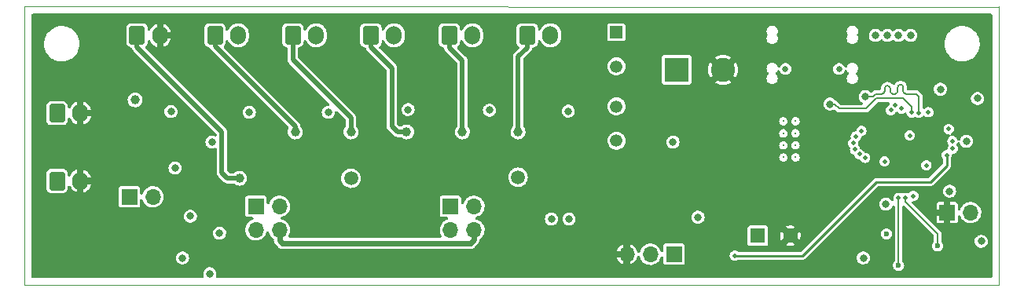
<source format=gbr>
%TF.GenerationSoftware,KiCad,Pcbnew,(6.0.9)*%
%TF.CreationDate,2022-11-18T22:56:31-06:00*%
%TF.ProjectId,better-klipper-expander,62657474-6572-42d6-9b6c-69707065722d,V1*%
%TF.SameCoordinates,Original*%
%TF.FileFunction,Copper,L2,Inr*%
%TF.FilePolarity,Positive*%
%FSLAX46Y46*%
G04 Gerber Fmt 4.6, Leading zero omitted, Abs format (unit mm)*
G04 Created by KiCad (PCBNEW (6.0.9)) date 2022-11-18 22:56:31*
%MOMM*%
%LPD*%
G01*
G04 APERTURE LIST*
G04 Aperture macros list*
%AMRoundRect*
0 Rectangle with rounded corners*
0 $1 Rounding radius*
0 $2 $3 $4 $5 $6 $7 $8 $9 X,Y pos of 4 corners*
0 Add a 4 corners polygon primitive as box body*
4,1,4,$2,$3,$4,$5,$6,$7,$8,$9,$2,$3,0*
0 Add four circle primitives for the rounded corners*
1,1,$1+$1,$2,$3*
1,1,$1+$1,$4,$5*
1,1,$1+$1,$6,$7*
1,1,$1+$1,$8,$9*
0 Add four rect primitives between the rounded corners*
20,1,$1+$1,$2,$3,$4,$5,0*
20,1,$1+$1,$4,$5,$6,$7,0*
20,1,$1+$1,$6,$7,$8,$9,0*
20,1,$1+$1,$8,$9,$2,$3,0*%
G04 Aperture macros list end*
%TA.AperFunction,Profile*%
%ADD10C,0.050000*%
%TD*%
%TA.AperFunction,ComponentPad*%
%ADD11C,0.300000*%
%TD*%
%TA.AperFunction,ComponentPad*%
%ADD12R,1.337000X1.337000*%
%TD*%
%TA.AperFunction,ComponentPad*%
%ADD13C,1.337000*%
%TD*%
%TA.AperFunction,ComponentPad*%
%ADD14RoundRect,0.250000X-0.600000X-0.750000X0.600000X-0.750000X0.600000X0.750000X-0.600000X0.750000X0*%
%TD*%
%TA.AperFunction,ComponentPad*%
%ADD15O,1.700000X2.000000*%
%TD*%
%TA.AperFunction,ComponentPad*%
%ADD16R,1.700000X1.700000*%
%TD*%
%TA.AperFunction,ComponentPad*%
%ADD17O,1.700000X1.700000*%
%TD*%
%TA.AperFunction,ComponentPad*%
%ADD18R,2.600000X2.600000*%
%TD*%
%TA.AperFunction,ComponentPad*%
%ADD19C,2.600000*%
%TD*%
%TA.AperFunction,ComponentPad*%
%ADD20R,1.600000X1.600000*%
%TD*%
%TA.AperFunction,ComponentPad*%
%ADD21C,1.600000*%
%TD*%
%TA.AperFunction,ComponentPad*%
%ADD22C,0.660400*%
%TD*%
%TA.AperFunction,ViaPad*%
%ADD23C,0.800000*%
%TD*%
%TA.AperFunction,ViaPad*%
%ADD24C,0.600000*%
%TD*%
%TA.AperFunction,ViaPad*%
%ADD25C,1.000000*%
%TD*%
%TA.AperFunction,ViaPad*%
%ADD26C,0.500000*%
%TD*%
%TA.AperFunction,ViaPad*%
%ADD27C,1.500000*%
%TD*%
%TA.AperFunction,Conductor*%
%ADD28C,0.600000*%
%TD*%
%TA.AperFunction,Conductor*%
%ADD29C,0.200000*%
%TD*%
%TA.AperFunction,Conductor*%
%ADD30C,0.500000*%
%TD*%
%TA.AperFunction,Conductor*%
%ADD31C,0.250000*%
%TD*%
G04 APERTURE END LIST*
D10*
X88045000Y-77495000D02*
X88045000Y-107495000D01*
X193045000Y-77500000D02*
X88045000Y-77495000D01*
X88045000Y-107495000D02*
X193045000Y-107495000D01*
X193045000Y-107495000D02*
X193045000Y-77495000D01*
D11*
%TO.N,N/C*%
%TO.C,U3*%
X171090000Y-93750000D03*
X169790000Y-93750000D03*
X171090000Y-92450000D03*
X169790000Y-92450000D03*
X171090000Y-91150000D03*
X169790000Y-91150000D03*
X171090000Y-89850000D03*
X169790000Y-89850000D03*
%TD*%
D12*
%TO.N,Net-(F2-Pad1)*%
%TO.C,F2*%
X151800000Y-80250000D03*
D13*
X151800000Y-83950000D03*
%TO.N,VCC*%
X151800000Y-88250000D03*
X151800000Y-91950000D03*
%TD*%
D14*
%TO.N,Net-(D9-Pad2)*%
%TO.C,J8*%
X108550000Y-80575000D03*
D15*
%TO.N,VFAN*%
X111050000Y-80575000D03*
%TD*%
D16*
%TO.N,Net-(J6-Pad1)*%
%TO.C,JP2*%
X99325000Y-98000000D03*
D17*
%TO.N,Net-(JP2-Pad2)*%
X101865000Y-98000000D03*
%TD*%
D14*
%TO.N,Net-(D7-Pad2)*%
%TO.C,J5*%
X125350000Y-80575000D03*
D15*
%TO.N,VFAN*%
X127850000Y-80575000D03*
%TD*%
D14*
%TO.N,Net-(D10-Pad1)*%
%TO.C,J9*%
X100150000Y-80575000D03*
D15*
%TO.N,GND*%
X102650000Y-80575000D03*
%TD*%
D14*
%TO.N,Net-(D5-Pad2)*%
%TO.C,J3*%
X142200000Y-80575000D03*
D15*
%TO.N,VFAN*%
X144700000Y-80575000D03*
%TD*%
D16*
%TO.N,VFAN*%
%TO.C,J13*%
X112960000Y-99025000D03*
D17*
X115500000Y-99025000D03*
%TO.N,Net-(F3-Pad1)*%
X112960000Y-101565000D03*
%TO.N,VCC*%
X115500000Y-101565000D03*
%TD*%
D14*
%TO.N,Net-(D6-Pad2)*%
%TO.C,J4*%
X133800000Y-80575000D03*
D15*
%TO.N,VFAN*%
X136300000Y-80575000D03*
%TD*%
D14*
%TO.N,Net-(J6-Pad1)*%
%TO.C,J6*%
X91545000Y-96295000D03*
D15*
%TO.N,GND*%
X94045000Y-96295000D03*
%TD*%
D18*
%TO.N,Net-(F2-Pad1)*%
%TO.C,J1*%
X158300000Y-84295000D03*
D19*
%TO.N,GND*%
X163300000Y-84295000D03*
%TD*%
D16*
%TO.N,VFAN*%
%TO.C,J11*%
X133925000Y-99025000D03*
D17*
X136465000Y-99025000D03*
%TO.N,Net-(F3-Pad1)*%
X133925000Y-101565000D03*
%TO.N,VCC*%
X136465000Y-101565000D03*
%TD*%
D14*
%TO.N,Net-(D8-Pad2)*%
%TO.C,J7*%
X116950000Y-80575000D03*
D15*
%TO.N,VFAN*%
X119450000Y-80575000D03*
%TD*%
D16*
%TO.N,+5V*%
%TO.C,J12*%
X158000000Y-104200000D03*
D17*
%TO.N,Net-(J12-Pad2)*%
X155460000Y-104200000D03*
%TO.N,GND*%
X152920000Y-104200000D03*
%TD*%
D14*
%TO.N,Net-(J10-Pad1)*%
%TO.C,J10*%
X91545000Y-88975000D03*
D15*
%TO.N,GND*%
X94045000Y-88975000D03*
%TD*%
D16*
%TO.N,GND*%
%TO.C,JP1*%
X187425000Y-99700000D03*
D17*
%TO.N,Net-(C4-Pad2)*%
X189965000Y-99700000D03*
%TD*%
D20*
%TO.N,+5V*%
%TO.C,C19*%
X167047349Y-102200000D03*
D21*
%TO.N,GND*%
X170547349Y-102200000D03*
%TD*%
D22*
%TO.N,N/C*%
%TO.C,J2*%
X175789999Y-84210801D03*
X170010001Y-84210801D03*
%TD*%
D23*
%TO.N,GND*%
X181917500Y-94605000D03*
X186400000Y-105200000D03*
X191400000Y-94400000D03*
X184017500Y-92605000D03*
X176650000Y-103650000D03*
D24*
X163400000Y-104300000D03*
D23*
X184017500Y-94605000D03*
X103125100Y-104587400D03*
X191100000Y-105100000D03*
X108362500Y-87587500D03*
X181917500Y-92605000D03*
X116862500Y-87582905D03*
X142762500Y-87571351D03*
X182917500Y-93600000D03*
X163245000Y-92095000D03*
X172600000Y-83300000D03*
D24*
X176100000Y-96400000D03*
X178900000Y-101100000D03*
D23*
X183500000Y-85500000D03*
X165000000Y-97550000D03*
D25*
X151800000Y-100200000D03*
X111200000Y-91800000D03*
D23*
X134262500Y-87571351D03*
X102000000Y-86300000D03*
X158500000Y-99200000D03*
X125462500Y-87571351D03*
X184000000Y-103200000D03*
X102312600Y-94887400D03*
%TO.N,+3.3V*%
X180850000Y-98800000D03*
X105062500Y-104600000D03*
X190700000Y-87400000D03*
X104250000Y-94900000D03*
D24*
X180900000Y-102000000D03*
D23*
X105900000Y-100100000D03*
D26*
X180700000Y-94200000D03*
X183400000Y-91400000D03*
D23*
X191100000Y-102800000D03*
X108000000Y-106300000D03*
X178400000Y-104600000D03*
D26*
X187600000Y-90700000D03*
X185200000Y-94600000D03*
D23*
X186700000Y-86400000D03*
%TO.N,+5V*%
X160600000Y-100200000D03*
X146700000Y-100400000D03*
%TO.N,VCC*%
X157900000Y-92100000D03*
X179700000Y-80600000D03*
D24*
%TO.N,XIN*%
X182200000Y-105400000D03*
D26*
X182200000Y-98100000D03*
%TO.N,SD0*%
X181371850Y-88653165D03*
D23*
X183500000Y-80600000D03*
D26*
%TO.N,CLK*%
X181800000Y-88100000D03*
D23*
X182200000Y-80600000D03*
%TO.N,SD3*%
X181000000Y-80600000D03*
D26*
X182512000Y-88500961D03*
D25*
%TO.N,Net-(D6-Pad2)*%
X135200000Y-91000000D03*
%TO.N,Net-(D7-Pad2)*%
X129200000Y-91000000D03*
%TO.N,Net-(D8-Pad2)*%
X123200000Y-91000000D03*
%TO.N,Net-(D9-Pad2)*%
X117200000Y-91000000D03*
%TO.N,Net-(D10-Pad1)*%
X111200000Y-96000000D03*
D23*
%TO.N,+3.3V*%
X189500000Y-92000000D03*
D26*
X185400000Y-88875500D03*
X183797382Y-97911054D03*
D23*
X187700000Y-97400000D03*
D25*
%TO.N,Net-(D5-Pad2)*%
X141200000Y-91000000D03*
D23*
%TO.N,FAN0*%
X146612500Y-88762500D03*
D26*
X178200000Y-90900000D03*
%TO.N,FAN1*%
X177600000Y-91500000D03*
D23*
X138112500Y-88662500D03*
D26*
%TO.N,FAN2*%
X177300000Y-92200000D03*
D23*
X129362500Y-88600000D03*
%TO.N,FAN3*%
X120762500Y-88900000D03*
D26*
X177500000Y-92900000D03*
D23*
%TO.N,FAN4*%
X112262500Y-88900000D03*
D26*
X178000000Y-93400000D03*
%TO.N,FAN5*%
X178600000Y-93800000D03*
D23*
X103812500Y-88812500D03*
%TO.N,TH0*%
X109050000Y-101937500D03*
D26*
X188000000Y-92000000D03*
%TO.N,TH1*%
X188025500Y-92800000D03*
D23*
X108237500Y-92100000D03*
D27*
%TO.N,VFAN*%
X123200000Y-96000000D03*
X141200000Y-95900000D03*
D25*
X99950000Y-87550000D03*
D26*
%TO.N,D+*%
X183620878Y-88920878D03*
D23*
X174800000Y-88000000D03*
%TO.N,D-*%
X178600000Y-87200000D03*
D26*
X184376516Y-88940488D03*
%TO.N,XOUT*%
X182900000Y-98100000D03*
D24*
X186400000Y-103300000D03*
D26*
%TO.N,GPIO24*%
X187400000Y-93500000D03*
X164550569Y-104349431D03*
D23*
%TO.N,Net-(F3-Pad1)*%
X144800000Y-100400000D03*
%TD*%
D28*
%TO.N,VCC*%
X115800000Y-103000000D02*
X115500000Y-102700000D01*
X136465000Y-102635000D02*
X136100000Y-103000000D01*
X115500000Y-102700000D02*
X115500000Y-101565000D01*
X136100000Y-103000000D02*
X115800000Y-103000000D01*
X136465000Y-101565000D02*
X136465000Y-102635000D01*
D29*
%TO.N,XIN*%
X182200000Y-105400000D02*
X182200000Y-98100000D01*
D30*
%TO.N,Net-(D6-Pad2)*%
X135200000Y-83300000D02*
X133800000Y-81900000D01*
X133800000Y-81900000D02*
X133800000Y-80575000D01*
X135200000Y-91000000D02*
X135200000Y-83300000D01*
%TO.N,Net-(D7-Pad2)*%
X127600000Y-90400000D02*
X127600000Y-84100000D01*
X127600000Y-84100000D02*
X125350000Y-81850000D01*
X129200000Y-91000000D02*
X128200000Y-91000000D01*
X128200000Y-91000000D02*
X127600000Y-90400000D01*
X125350000Y-81850000D02*
X125350000Y-80575000D01*
%TO.N,Net-(D8-Pad2)*%
X123200000Y-89500000D02*
X116950000Y-83250000D01*
X116950000Y-83250000D02*
X116950000Y-80575000D01*
X123200000Y-91000000D02*
X123200000Y-89500000D01*
%TO.N,Net-(D9-Pad2)*%
X117200000Y-90400000D02*
X108550000Y-81750000D01*
X117200000Y-91000000D02*
X117200000Y-90400000D01*
X108550000Y-81750000D02*
X108550000Y-80575000D01*
%TO.N,Net-(D10-Pad1)*%
X100150000Y-81850000D02*
X100150000Y-80575000D01*
X109300000Y-95400000D02*
X109300000Y-91000000D01*
X111200000Y-96000000D02*
X109900000Y-96000000D01*
X109300000Y-91000000D02*
X100150000Y-81850000D01*
X109900000Y-96000000D02*
X109300000Y-95400000D01*
%TO.N,Net-(D5-Pad2)*%
X141200000Y-82900000D02*
X142200000Y-81900000D01*
X141200000Y-91000000D02*
X141200000Y-82900000D01*
X142200000Y-81900000D02*
X142200000Y-80575000D01*
D29*
%TO.N,D+*%
X175800000Y-88500000D02*
X175300000Y-88000000D01*
X182700000Y-87400000D02*
X179800000Y-87400000D01*
X183620878Y-88320878D02*
X182700000Y-87400000D01*
X179800000Y-87400000D02*
X178700000Y-88500000D01*
X178700000Y-88500000D02*
X175800000Y-88500000D01*
X175300000Y-88000000D02*
X174800000Y-88000000D01*
X183620878Y-88920878D02*
X183620878Y-88320878D01*
%TO.N,D-*%
X181300000Y-86600000D02*
X181300000Y-86315562D01*
X182100000Y-86200000D02*
X182100000Y-86600000D01*
X180400000Y-86900000D02*
X180350000Y-86900000D01*
X180700000Y-86315562D02*
X180700000Y-86600000D01*
X181750000Y-86900000D02*
X181600000Y-86900000D01*
X184100000Y-86900000D02*
X183000000Y-86900000D01*
X180350000Y-86900000D02*
X179725000Y-86900000D01*
X179725000Y-86900000D02*
X179425000Y-87200000D01*
X179425000Y-87200000D02*
X178600000Y-87200000D01*
X184376516Y-88940488D02*
X184376516Y-87176516D01*
X182700000Y-86600000D02*
X182700000Y-86200000D01*
X181800000Y-86900000D02*
X181750000Y-86900000D01*
X184376516Y-87176516D02*
X184100000Y-86900000D01*
X180699962Y-86315562D02*
G75*
G02*
X181000000Y-86015562I300038J-38D01*
G01*
X181000000Y-86015600D02*
G75*
G02*
X181300000Y-86315562I0J-300000D01*
G01*
X182400000Y-85900000D02*
G75*
G02*
X182700000Y-86200000I0J-300000D01*
G01*
X181300000Y-86600000D02*
G75*
G03*
X181600000Y-86900000I300000J0D01*
G01*
X180400000Y-86900000D02*
G75*
G03*
X180700000Y-86600000I0J300000D01*
G01*
X181800000Y-86900000D02*
G75*
G03*
X182100000Y-86600000I0J300000D01*
G01*
X182700000Y-86600000D02*
G75*
G03*
X183000000Y-86900000I300000J0D01*
G01*
X182100000Y-86200000D02*
G75*
G02*
X182400000Y-85900000I300000J0D01*
G01*
%TO.N,XOUT*%
X182900000Y-98500000D02*
X182900000Y-98100000D01*
X186400000Y-103300000D02*
X186400000Y-102000000D01*
X186400000Y-102000000D02*
X182900000Y-98500000D01*
D31*
%TO.N,GPIO24*%
X187400000Y-94600000D02*
X187400000Y-93500000D01*
X179800000Y-96400000D02*
X185600000Y-96400000D01*
X164550569Y-104349431D02*
X171850569Y-104349431D01*
X171850569Y-104349431D02*
X179800000Y-96400000D01*
X185600000Y-96400000D02*
X187400000Y-94600000D01*
%TD*%
%TA.AperFunction,Conductor*%
%TO.N,GND*%
G36*
X140727035Y-78248009D02*
G01*
X192145507Y-78250457D01*
X192220006Y-78270423D01*
X192274541Y-78324963D01*
X192294500Y-78399457D01*
X192294500Y-106595500D01*
X192274538Y-106670000D01*
X192220000Y-106724538D01*
X192145500Y-106744500D01*
X108796817Y-106744500D01*
X108722317Y-106724538D01*
X108667779Y-106670000D01*
X108647817Y-106595500D01*
X108658570Y-106539924D01*
X108678251Y-106490968D01*
X108678252Y-106490966D01*
X108681601Y-106482634D01*
X108705490Y-106314778D01*
X108705645Y-106300000D01*
X108685276Y-106131680D01*
X108625345Y-105973077D01*
X108529312Y-105833349D01*
X108522604Y-105827372D01*
X108409428Y-105726535D01*
X108409424Y-105726532D01*
X108402721Y-105720560D01*
X108394783Y-105716357D01*
X108394780Y-105716355D01*
X108260823Y-105645429D01*
X108252881Y-105641224D01*
X108244168Y-105639035D01*
X108244167Y-105639035D01*
X108171691Y-105620830D01*
X108088441Y-105599919D01*
X107984002Y-105599372D01*
X107927873Y-105599078D01*
X107918895Y-105599031D01*
X107910164Y-105601127D01*
X107910165Y-105601127D01*
X107762765Y-105636515D01*
X107762762Y-105636516D01*
X107754032Y-105638612D01*
X107746053Y-105642730D01*
X107746051Y-105642731D01*
X107614577Y-105710590D01*
X107603369Y-105716375D01*
X107596602Y-105722279D01*
X107596598Y-105722281D01*
X107591722Y-105726535D01*
X107475604Y-105827831D01*
X107378113Y-105966547D01*
X107316524Y-106124513D01*
X107294394Y-106292611D01*
X107312999Y-106461135D01*
X107316087Y-106469574D01*
X107316088Y-106469577D01*
X107343431Y-106544295D01*
X107350287Y-106621117D01*
X107317814Y-106691076D01*
X107254711Y-106735425D01*
X107203506Y-106744500D01*
X88944500Y-106744500D01*
X88870000Y-106724538D01*
X88815462Y-106670000D01*
X88795500Y-106595500D01*
X88795500Y-104592611D01*
X104356894Y-104592611D01*
X104375499Y-104761135D01*
X104378587Y-104769572D01*
X104378587Y-104769574D01*
X104398631Y-104824347D01*
X104433766Y-104920356D01*
X104438775Y-104927811D01*
X104438776Y-104927812D01*
X104501651Y-105021380D01*
X104528330Y-105061083D01*
X104534972Y-105067126D01*
X104534973Y-105067128D01*
X104632157Y-105155558D01*
X104653733Y-105175191D01*
X104661628Y-105179478D01*
X104661630Y-105179479D01*
X104794844Y-105251808D01*
X104794847Y-105251809D01*
X104802735Y-105256092D01*
X104840243Y-105265932D01*
X104958049Y-105296838D01*
X104958051Y-105296838D01*
X104966733Y-105299116D01*
X104975709Y-105299257D01*
X105127281Y-105301638D01*
X105136260Y-105301779D01*
X105301529Y-105263928D01*
X105313853Y-105257730D01*
X105444971Y-105191784D01*
X105452998Y-105187747D01*
X105499712Y-105147849D01*
X105575094Y-105083467D01*
X105575096Y-105083465D01*
X105581923Y-105077634D01*
X105629518Y-105011399D01*
X105675624Y-104947236D01*
X105675626Y-104947232D01*
X105680861Y-104939947D01*
X105715234Y-104854442D01*
X105740751Y-104790969D01*
X105740752Y-104790964D01*
X105744101Y-104782634D01*
X105767990Y-104614778D01*
X105768145Y-104600000D01*
X105763313Y-104560071D01*
X151824854Y-104560071D01*
X151829637Y-104578904D01*
X151834177Y-104591724D01*
X151916945Y-104771260D01*
X151923744Y-104783038D01*
X152037849Y-104944493D01*
X152046676Y-104954827D01*
X152188291Y-105092783D01*
X152198858Y-105101340D01*
X152363241Y-105211178D01*
X152375186Y-105217664D01*
X152556176Y-105295423D01*
X152566872Y-105295002D01*
X152570000Y-105289055D01*
X152570000Y-105276112D01*
X153270000Y-105276112D01*
X153274145Y-105291583D01*
X153277480Y-105292476D01*
X153281567Y-105291802D01*
X153383281Y-105257274D01*
X153395714Y-105251738D01*
X153568193Y-105155146D01*
X153579416Y-105147433D01*
X153731399Y-105021030D01*
X153741030Y-105011399D01*
X153867433Y-104859416D01*
X153875146Y-104848193D01*
X153971738Y-104675714D01*
X153977274Y-104663281D01*
X154040820Y-104476082D01*
X154045590Y-104456211D01*
X154046802Y-104456502D01*
X154074397Y-104392262D01*
X154136193Y-104346110D01*
X154212786Y-104337040D01*
X154283652Y-104367481D01*
X154329804Y-104429277D01*
X154335830Y-104447821D01*
X154343008Y-104476082D01*
X154370845Y-104585690D01*
X154373703Y-104591890D01*
X154373705Y-104591895D01*
X154425055Y-104703282D01*
X154459369Y-104777714D01*
X154463305Y-104783284D01*
X154463306Y-104783285D01*
X154535144Y-104884933D01*
X154581405Y-104950391D01*
X154732865Y-105097937D01*
X154908677Y-105215411D01*
X154914945Y-105218104D01*
X154914947Y-105218105D01*
X154984181Y-105247850D01*
X155102953Y-105298878D01*
X155309186Y-105345544D01*
X155360544Y-105347562D01*
X155513641Y-105353578D01*
X155513645Y-105353578D01*
X155520470Y-105353846D01*
X155729730Y-105323504D01*
X155736187Y-105321312D01*
X155736192Y-105321311D01*
X155899332Y-105265932D01*
X155929955Y-105255537D01*
X156043794Y-105191784D01*
X156108481Y-105155558D01*
X156108486Y-105155554D01*
X156114442Y-105152219D01*
X156277012Y-105017012D01*
X156412219Y-104854442D01*
X156415554Y-104848486D01*
X156415558Y-104848481D01*
X156469476Y-104752202D01*
X156515537Y-104669955D01*
X156549597Y-104569616D01*
X156559407Y-104540718D01*
X156602257Y-104476588D01*
X156671431Y-104442475D01*
X156748394Y-104447519D01*
X156812524Y-104490369D01*
X156846637Y-104559543D01*
X156849500Y-104588612D01*
X156849500Y-105094646D01*
X156852618Y-105120846D01*
X156898061Y-105223153D01*
X156977287Y-105302241D01*
X156989867Y-105307803D01*
X156989869Y-105307804D01*
X157069426Y-105342976D01*
X157079673Y-105347506D01*
X157094318Y-105349213D01*
X157101070Y-105350001D01*
X157101078Y-105350001D01*
X157105354Y-105350500D01*
X158894646Y-105350500D01*
X158920846Y-105347382D01*
X159023153Y-105301939D01*
X159102241Y-105222713D01*
X159131931Y-105155558D01*
X159142976Y-105130574D01*
X159142976Y-105130573D01*
X159147506Y-105120327D01*
X159150500Y-105094646D01*
X159150500Y-104349431D01*
X163995319Y-104349431D01*
X164014239Y-104493140D01*
X164069708Y-104627056D01*
X164075652Y-104634803D01*
X164075653Y-104634804D01*
X164097668Y-104663494D01*
X164157948Y-104742052D01*
X164165697Y-104747998D01*
X164221698Y-104790969D01*
X164272944Y-104830292D01*
X164406860Y-104885761D01*
X164550569Y-104904681D01*
X164694278Y-104885761D01*
X164828194Y-104830292D01*
X164860214Y-104805722D01*
X164931471Y-104776206D01*
X164950920Y-104774931D01*
X171917962Y-104774931D01*
X171939054Y-104768078D01*
X171961780Y-104762622D01*
X171972108Y-104760986D01*
X171972113Y-104760984D01*
X171983695Y-104759150D01*
X171994143Y-104753827D01*
X171994145Y-104753826D01*
X171998702Y-104751504D01*
X172003459Y-104749080D01*
X172025054Y-104740135D01*
X172030193Y-104738465D01*
X172035001Y-104736903D01*
X172035003Y-104736902D01*
X172046150Y-104733280D01*
X172055634Y-104726389D01*
X172055639Y-104726387D01*
X172064094Y-104720244D01*
X172084021Y-104708032D01*
X172093343Y-104703282D01*
X172093345Y-104703281D01*
X172103789Y-104697959D01*
X172199097Y-104602651D01*
X172209137Y-104592611D01*
X177694394Y-104592611D01*
X177712999Y-104761135D01*
X177716087Y-104769572D01*
X177716087Y-104769574D01*
X177736131Y-104824347D01*
X177771266Y-104920356D01*
X177776275Y-104927811D01*
X177776276Y-104927812D01*
X177839151Y-105021380D01*
X177865830Y-105061083D01*
X177872472Y-105067126D01*
X177872473Y-105067128D01*
X177969657Y-105155558D01*
X177991233Y-105175191D01*
X177999128Y-105179478D01*
X177999130Y-105179479D01*
X178132344Y-105251808D01*
X178132347Y-105251809D01*
X178140235Y-105256092D01*
X178177743Y-105265932D01*
X178295549Y-105296838D01*
X178295551Y-105296838D01*
X178304233Y-105299116D01*
X178313209Y-105299257D01*
X178464781Y-105301638D01*
X178473760Y-105301779D01*
X178639029Y-105263928D01*
X178651353Y-105257730D01*
X178782471Y-105191784D01*
X178790498Y-105187747D01*
X178837212Y-105147849D01*
X178912594Y-105083467D01*
X178912596Y-105083465D01*
X178919423Y-105077634D01*
X178967018Y-105011399D01*
X179013124Y-104947236D01*
X179013126Y-104947232D01*
X179018361Y-104939947D01*
X179052734Y-104854442D01*
X179078251Y-104790969D01*
X179078252Y-104790964D01*
X179081601Y-104782634D01*
X179105490Y-104614778D01*
X179105645Y-104600000D01*
X179085276Y-104431680D01*
X179025345Y-104273077D01*
X178929312Y-104133349D01*
X178922604Y-104127372D01*
X178809428Y-104026535D01*
X178809424Y-104026532D01*
X178802721Y-104020560D01*
X178794783Y-104016357D01*
X178794780Y-104016355D01*
X178660823Y-103945429D01*
X178652881Y-103941224D01*
X178644168Y-103939035D01*
X178644167Y-103939035D01*
X178506308Y-103904407D01*
X178488441Y-103899919D01*
X178384002Y-103899372D01*
X178327873Y-103899078D01*
X178318895Y-103899031D01*
X178310164Y-103901127D01*
X178310165Y-103901127D01*
X178162765Y-103936515D01*
X178162762Y-103936516D01*
X178154032Y-103938612D01*
X178146053Y-103942730D01*
X178146051Y-103942731D01*
X178011353Y-104012254D01*
X178003369Y-104016375D01*
X177996602Y-104022279D01*
X177996598Y-104022281D01*
X177882373Y-104121926D01*
X177875604Y-104127831D01*
X177778113Y-104266547D01*
X177716524Y-104424513D01*
X177694394Y-104592611D01*
X172209137Y-104592611D01*
X174801748Y-102000000D01*
X180294318Y-102000000D01*
X180295593Y-102009685D01*
X180313107Y-102142714D01*
X180314956Y-102156762D01*
X180318693Y-102165784D01*
X180358615Y-102262163D01*
X180375464Y-102302841D01*
X180471718Y-102428282D01*
X180597159Y-102524536D01*
X180606182Y-102528274D01*
X180606183Y-102528274D01*
X180722898Y-102576619D01*
X180743238Y-102585044D01*
X180752919Y-102586319D01*
X180752921Y-102586319D01*
X180890315Y-102604407D01*
X180900000Y-102605682D01*
X180909685Y-102604407D01*
X181047079Y-102586319D01*
X181047081Y-102586319D01*
X181056762Y-102585044D01*
X181077102Y-102576619D01*
X181193817Y-102528274D01*
X181193818Y-102528274D01*
X181202841Y-102524536D01*
X181328282Y-102428282D01*
X181424536Y-102302841D01*
X181441386Y-102262163D01*
X181481307Y-102165784D01*
X181485044Y-102156762D01*
X181486894Y-102142714D01*
X181502775Y-102022081D01*
X181511014Y-102002190D01*
X181502775Y-101977919D01*
X181486319Y-101852921D01*
X181486319Y-101852919D01*
X181485044Y-101843238D01*
X181471559Y-101810682D01*
X181428274Y-101706183D01*
X181428274Y-101706182D01*
X181424536Y-101697159D01*
X181328282Y-101571718D01*
X181202841Y-101475464D01*
X181191700Y-101470849D01*
X181065784Y-101418693D01*
X181056762Y-101414956D01*
X181047081Y-101413681D01*
X181047079Y-101413681D01*
X180909685Y-101395593D01*
X180900000Y-101394318D01*
X180890315Y-101395593D01*
X180752921Y-101413681D01*
X180752919Y-101413681D01*
X180743238Y-101414956D01*
X180734216Y-101418693D01*
X180608301Y-101470849D01*
X180597159Y-101475464D01*
X180471718Y-101571718D01*
X180375464Y-101697159D01*
X180371726Y-101706182D01*
X180371726Y-101706183D01*
X180328441Y-101810682D01*
X180314956Y-101843238D01*
X180313681Y-101852919D01*
X180313681Y-101852921D01*
X180298466Y-101968493D01*
X180294318Y-102000000D01*
X174801748Y-102000000D01*
X178009136Y-98792611D01*
X180144394Y-98792611D01*
X180162999Y-98961135D01*
X180166087Y-98969572D01*
X180166087Y-98969574D01*
X180186370Y-99025000D01*
X180221266Y-99120356D01*
X180226275Y-99127811D01*
X180226276Y-99127812D01*
X180239427Y-99147382D01*
X180315830Y-99261083D01*
X180322472Y-99267126D01*
X180322473Y-99267128D01*
X180422777Y-99358397D01*
X180441233Y-99375191D01*
X180449128Y-99379478D01*
X180449130Y-99379479D01*
X180582344Y-99451808D01*
X180582347Y-99451809D01*
X180590235Y-99456092D01*
X180627743Y-99465932D01*
X180745549Y-99496838D01*
X180745551Y-99496838D01*
X180754233Y-99499116D01*
X180763209Y-99499257D01*
X180914781Y-99501638D01*
X180923760Y-99501779D01*
X181089029Y-99463928D01*
X181097291Y-99459773D01*
X181182544Y-99416895D01*
X181240498Y-99387747D01*
X181326596Y-99314212D01*
X181362594Y-99283467D01*
X181362596Y-99283465D01*
X181369423Y-99277634D01*
X181458374Y-99153846D01*
X181463124Y-99147236D01*
X181463126Y-99147232D01*
X181468361Y-99139947D01*
X181512253Y-99030763D01*
X181558562Y-98969085D01*
X181629506Y-98938825D01*
X181706076Y-98948092D01*
X181767754Y-98994401D01*
X181798014Y-99065345D01*
X181799500Y-99086339D01*
X181799500Y-101958471D01*
X181790018Y-101993859D01*
X181799500Y-102041529D01*
X181799500Y-104884933D01*
X181779538Y-104959433D01*
X181768710Y-104975638D01*
X181675464Y-105097159D01*
X181671726Y-105106182D01*
X181671726Y-105106183D01*
X181637941Y-105187747D01*
X181614956Y-105243238D01*
X181613681Y-105252919D01*
X181613681Y-105252921D01*
X181600394Y-105353846D01*
X181594318Y-105400000D01*
X181614956Y-105556762D01*
X181618693Y-105565784D01*
X181650566Y-105642731D01*
X181675464Y-105702841D01*
X181771718Y-105828282D01*
X181897159Y-105924536D01*
X181906182Y-105928274D01*
X181906183Y-105928274D01*
X181998582Y-105966547D01*
X182043238Y-105985044D01*
X182052919Y-105986319D01*
X182052921Y-105986319D01*
X182190315Y-106004407D01*
X182200000Y-106005682D01*
X182209685Y-106004407D01*
X182347079Y-105986319D01*
X182347081Y-105986319D01*
X182356762Y-105985044D01*
X182401418Y-105966547D01*
X182493817Y-105928274D01*
X182493818Y-105928274D01*
X182502841Y-105924536D01*
X182628282Y-105828282D01*
X182724536Y-105702841D01*
X182749435Y-105642731D01*
X182781307Y-105565784D01*
X182785044Y-105556762D01*
X182805682Y-105400000D01*
X182799606Y-105353846D01*
X182786319Y-105252921D01*
X182786319Y-105252919D01*
X182785044Y-105243238D01*
X182762059Y-105187747D01*
X182728274Y-105106183D01*
X182728274Y-105106182D01*
X182724536Y-105097159D01*
X182631290Y-104975638D01*
X182601775Y-104904381D01*
X182600500Y-104884933D01*
X182600500Y-99126611D01*
X182620462Y-99052111D01*
X182675000Y-98997573D01*
X182749500Y-98977611D01*
X182824000Y-98997573D01*
X182854859Y-99021252D01*
X185955859Y-102122251D01*
X185994423Y-102189046D01*
X185999500Y-102227610D01*
X185999500Y-102784933D01*
X185979538Y-102859433D01*
X185968710Y-102875638D01*
X185920980Y-102937841D01*
X185875464Y-102997159D01*
X185871726Y-103006182D01*
X185871726Y-103006183D01*
X185836098Y-103092196D01*
X185814956Y-103143238D01*
X185813681Y-103152919D01*
X185813681Y-103152921D01*
X185797062Y-103279154D01*
X185794318Y-103300000D01*
X185795593Y-103309685D01*
X185811207Y-103428282D01*
X185814956Y-103456762D01*
X185818693Y-103465784D01*
X185859931Y-103565340D01*
X185875464Y-103602841D01*
X185971718Y-103728282D01*
X186097159Y-103824536D01*
X186106182Y-103828274D01*
X186106183Y-103828274D01*
X186157804Y-103849656D01*
X186243238Y-103885044D01*
X186252919Y-103886319D01*
X186252921Y-103886319D01*
X186390315Y-103904407D01*
X186400000Y-103905682D01*
X186409685Y-103904407D01*
X186547079Y-103886319D01*
X186547081Y-103886319D01*
X186556762Y-103885044D01*
X186642196Y-103849656D01*
X186693817Y-103828274D01*
X186693818Y-103828274D01*
X186702841Y-103824536D01*
X186828282Y-103728282D01*
X186924536Y-103602841D01*
X186940070Y-103565340D01*
X186981307Y-103465784D01*
X186985044Y-103456762D01*
X186988794Y-103428282D01*
X187004407Y-103309685D01*
X187005682Y-103300000D01*
X187002938Y-103279154D01*
X186986319Y-103152921D01*
X186986319Y-103152919D01*
X186985044Y-103143238D01*
X186963902Y-103092196D01*
X186928274Y-103006183D01*
X186928274Y-103006182D01*
X186924536Y-102997159D01*
X186879020Y-102937841D01*
X186831290Y-102875638D01*
X186801775Y-102804381D01*
X186801003Y-102792611D01*
X190394394Y-102792611D01*
X190412999Y-102961135D01*
X190416087Y-102969572D01*
X190416087Y-102969574D01*
X190423346Y-102989410D01*
X190471266Y-103120356D01*
X190476275Y-103127811D01*
X190476276Y-103127812D01*
X190559686Y-103251939D01*
X190565830Y-103261083D01*
X190572472Y-103267126D01*
X190572473Y-103267128D01*
X190619243Y-103309685D01*
X190691233Y-103375191D01*
X190699128Y-103379478D01*
X190699130Y-103379479D01*
X190832344Y-103451808D01*
X190832347Y-103451809D01*
X190840235Y-103456092D01*
X190877179Y-103465784D01*
X190995549Y-103496838D01*
X190995551Y-103496838D01*
X191004233Y-103499116D01*
X191013209Y-103499257D01*
X191164781Y-103501638D01*
X191173760Y-103501779D01*
X191339029Y-103463928D01*
X191372530Y-103447079D01*
X191482471Y-103391784D01*
X191490498Y-103387747D01*
X191581796Y-103309771D01*
X191612594Y-103283467D01*
X191612596Y-103283465D01*
X191619423Y-103277634D01*
X191667016Y-103211401D01*
X191713124Y-103147236D01*
X191713126Y-103147232D01*
X191718361Y-103139947D01*
X191739925Y-103086306D01*
X191778251Y-102990969D01*
X191778252Y-102990964D01*
X191781601Y-102982634D01*
X191805490Y-102814778D01*
X191805645Y-102800000D01*
X191785276Y-102631680D01*
X191725345Y-102473077D01*
X191629312Y-102333349D01*
X191622604Y-102327372D01*
X191509428Y-102226535D01*
X191509424Y-102226532D01*
X191502721Y-102220560D01*
X191494783Y-102216357D01*
X191494780Y-102216355D01*
X191360823Y-102145429D01*
X191352881Y-102141224D01*
X191344168Y-102139035D01*
X191344167Y-102139035D01*
X191233527Y-102111244D01*
X191188441Y-102099919D01*
X191084002Y-102099372D01*
X191027873Y-102099078D01*
X191018895Y-102099031D01*
X191010164Y-102101127D01*
X191010165Y-102101127D01*
X190862765Y-102136515D01*
X190862762Y-102136516D01*
X190854032Y-102138612D01*
X190846053Y-102142730D01*
X190846051Y-102142731D01*
X190756318Y-102189046D01*
X190703369Y-102216375D01*
X190696602Y-102222279D01*
X190696598Y-102222281D01*
X190595368Y-102310590D01*
X190575604Y-102327831D01*
X190478113Y-102466547D01*
X190416524Y-102624513D01*
X190394394Y-102792611D01*
X186801003Y-102792611D01*
X186800500Y-102784933D01*
X186800500Y-101968481D01*
X186800499Y-101968475D01*
X186800499Y-101936567D01*
X186794260Y-101917364D01*
X186788806Y-101894648D01*
X186785646Y-101874696D01*
X186780323Y-101864249D01*
X186780322Y-101864246D01*
X186776480Y-101856706D01*
X186767534Y-101835108D01*
X186764921Y-101827066D01*
X186764920Y-101827064D01*
X186761296Y-101815910D01*
X186749433Y-101799582D01*
X186737216Y-101779647D01*
X186733372Y-101772103D01*
X186728050Y-101761658D01*
X185556546Y-100590154D01*
X186275000Y-100590154D01*
X186275523Y-100598966D01*
X186276791Y-100609623D01*
X186282652Y-100630949D01*
X186317895Y-100710293D01*
X186333214Y-100732583D01*
X186392839Y-100792104D01*
X186415155Y-100807384D01*
X186494545Y-100842482D01*
X186515918Y-100848309D01*
X186526124Y-100849498D01*
X186534754Y-100850000D01*
X187055384Y-100850000D01*
X187070855Y-100845855D01*
X187075000Y-100830384D01*
X187775000Y-100830384D01*
X187779145Y-100845855D01*
X187794616Y-100850000D01*
X188315154Y-100850000D01*
X188323966Y-100849477D01*
X188334623Y-100848209D01*
X188355949Y-100842348D01*
X188435293Y-100807105D01*
X188457583Y-100791786D01*
X188517104Y-100732161D01*
X188532384Y-100709845D01*
X188567482Y-100630455D01*
X188573309Y-100609082D01*
X188574498Y-100598876D01*
X188575000Y-100590246D01*
X188575000Y-100093112D01*
X188594962Y-100018612D01*
X188649500Y-99964074D01*
X188724000Y-99944112D01*
X188798500Y-99964074D01*
X188853038Y-100018612D01*
X188868415Y-100056433D01*
X188875845Y-100085690D01*
X188878703Y-100091890D01*
X188878705Y-100091895D01*
X188921579Y-100184895D01*
X188964369Y-100277714D01*
X188968305Y-100283284D01*
X188968306Y-100283285D01*
X189082467Y-100444819D01*
X189086405Y-100450391D01*
X189237865Y-100597937D01*
X189413677Y-100715411D01*
X189419945Y-100718104D01*
X189419947Y-100718105D01*
X189442541Y-100727812D01*
X189607953Y-100798878D01*
X189814186Y-100845544D01*
X189865544Y-100847562D01*
X190018641Y-100853578D01*
X190018645Y-100853578D01*
X190025470Y-100853846D01*
X190234730Y-100823504D01*
X190241187Y-100821312D01*
X190241192Y-100821311D01*
X190377548Y-100775024D01*
X190434955Y-100755537D01*
X190548794Y-100691784D01*
X190613481Y-100655558D01*
X190613486Y-100655554D01*
X190619442Y-100652219D01*
X190782012Y-100517012D01*
X190917219Y-100354442D01*
X190920554Y-100348486D01*
X190920558Y-100348481D01*
X190975640Y-100250124D01*
X191020537Y-100169955D01*
X191053423Y-100073077D01*
X191086311Y-99976192D01*
X191086312Y-99976187D01*
X191088504Y-99969730D01*
X191118846Y-99760470D01*
X191120429Y-99700000D01*
X191113679Y-99626535D01*
X191101706Y-99496242D01*
X191101081Y-99489440D01*
X191075597Y-99399078D01*
X191045542Y-99292512D01*
X191043686Y-99285931D01*
X190950165Y-99096290D01*
X190946084Y-99090825D01*
X190946081Y-99090820D01*
X190827739Y-98932341D01*
X190827737Y-98932339D01*
X190823651Y-98926867D01*
X190668381Y-98783337D01*
X190489554Y-98670505D01*
X190483215Y-98667976D01*
X190483209Y-98667973D01*
X190299504Y-98594683D01*
X190293160Y-98592152D01*
X190238713Y-98581322D01*
X190092478Y-98552234D01*
X190092475Y-98552234D01*
X190085775Y-98550901D01*
X189980060Y-98549517D01*
X189881180Y-98548222D01*
X189881175Y-98548222D01*
X189874346Y-98548133D01*
X189867613Y-98549290D01*
X189867612Y-98549290D01*
X189672684Y-98582784D01*
X189672680Y-98582785D01*
X189665953Y-98583941D01*
X189467575Y-98657127D01*
X189461702Y-98660621D01*
X189310812Y-98750391D01*
X189285856Y-98765238D01*
X189257190Y-98790377D01*
X189132022Y-98900146D01*
X189132019Y-98900149D01*
X189126881Y-98904655D01*
X189099944Y-98938825D01*
X189000207Y-99065340D01*
X189000204Y-99065345D01*
X188995976Y-99070708D01*
X188992797Y-99076751D01*
X188992794Y-99076755D01*
X188954941Y-99148703D01*
X188897523Y-99257836D01*
X188886756Y-99292512D01*
X188866298Y-99358397D01*
X188825141Y-99423626D01*
X188756884Y-99459538D01*
X188679815Y-99456510D01*
X188614586Y-99415353D01*
X188578674Y-99347096D01*
X188575000Y-99314212D01*
X188575000Y-98809846D01*
X188574477Y-98801034D01*
X188573209Y-98790377D01*
X188567348Y-98769051D01*
X188532105Y-98689707D01*
X188516786Y-98667417D01*
X188457161Y-98607896D01*
X188434845Y-98592616D01*
X188355455Y-98557518D01*
X188334082Y-98551691D01*
X188323876Y-98550502D01*
X188315246Y-98550000D01*
X187794616Y-98550000D01*
X187779145Y-98554145D01*
X187775000Y-98569616D01*
X187775000Y-100830384D01*
X187075000Y-100830384D01*
X187075000Y-100069616D01*
X187070855Y-100054145D01*
X187055384Y-100050000D01*
X186294616Y-100050000D01*
X186279145Y-100054145D01*
X186275000Y-100069616D01*
X186275000Y-100590154D01*
X185556546Y-100590154D01*
X185164914Y-100198522D01*
X184296777Y-99330384D01*
X186275000Y-99330384D01*
X186279145Y-99345855D01*
X186294616Y-99350000D01*
X187055384Y-99350000D01*
X187070855Y-99345855D01*
X187075000Y-99330384D01*
X187075000Y-98569616D01*
X187070855Y-98554145D01*
X187055384Y-98550000D01*
X186534846Y-98550000D01*
X186526034Y-98550523D01*
X186515377Y-98551791D01*
X186494051Y-98557652D01*
X186414707Y-98592895D01*
X186392417Y-98608214D01*
X186332896Y-98667839D01*
X186317616Y-98690155D01*
X186282518Y-98769545D01*
X186276691Y-98790918D01*
X186275502Y-98801124D01*
X186275000Y-98809754D01*
X186275000Y-99330384D01*
X184296777Y-99330384D01*
X183685781Y-98719388D01*
X183647217Y-98652593D01*
X183647217Y-98575465D01*
X183685781Y-98508670D01*
X183752576Y-98470106D01*
X183789419Y-98465256D01*
X183797382Y-98466304D01*
X183941091Y-98447384D01*
X184075007Y-98391915D01*
X184091750Y-98379068D01*
X184182254Y-98309621D01*
X184190003Y-98303675D01*
X184233316Y-98247229D01*
X184272298Y-98196427D01*
X184272299Y-98196426D01*
X184278243Y-98188679D01*
X184333712Y-98054763D01*
X184352632Y-97911054D01*
X184333712Y-97767345D01*
X184278243Y-97633429D01*
X184264411Y-97615402D01*
X184205179Y-97538211D01*
X184190003Y-97518433D01*
X184127407Y-97470401D01*
X184082755Y-97436138D01*
X184082754Y-97436137D01*
X184075007Y-97430193D01*
X183984275Y-97392611D01*
X186994394Y-97392611D01*
X187012999Y-97561135D01*
X187016087Y-97569572D01*
X187016087Y-97569574D01*
X187034315Y-97619384D01*
X187071266Y-97720356D01*
X187076275Y-97727811D01*
X187076276Y-97727812D01*
X187145883Y-97831398D01*
X187165830Y-97861083D01*
X187172472Y-97867126D01*
X187172473Y-97867128D01*
X187260542Y-97947264D01*
X187291233Y-97975191D01*
X187299128Y-97979478D01*
X187299130Y-97979479D01*
X187432344Y-98051808D01*
X187432347Y-98051809D01*
X187440235Y-98056092D01*
X187477743Y-98065932D01*
X187595549Y-98096838D01*
X187595551Y-98096838D01*
X187604233Y-98099116D01*
X187613209Y-98099257D01*
X187764781Y-98101638D01*
X187773760Y-98101779D01*
X187939029Y-98063928D01*
X188090498Y-97987747D01*
X188154837Y-97932796D01*
X188212594Y-97883467D01*
X188212596Y-97883465D01*
X188219423Y-97877634D01*
X188287521Y-97782866D01*
X188313124Y-97747236D01*
X188313126Y-97747232D01*
X188318361Y-97739947D01*
X188333844Y-97701433D01*
X188378251Y-97590969D01*
X188378252Y-97590964D01*
X188381601Y-97582634D01*
X188405490Y-97414778D01*
X188405645Y-97400000D01*
X188385276Y-97231680D01*
X188325345Y-97073077D01*
X188229312Y-96933349D01*
X188222604Y-96927372D01*
X188109428Y-96826535D01*
X188109424Y-96826532D01*
X188102721Y-96820560D01*
X188094783Y-96816357D01*
X188094780Y-96816355D01*
X187960823Y-96745429D01*
X187952881Y-96741224D01*
X187944168Y-96739035D01*
X187944167Y-96739035D01*
X187846382Y-96714473D01*
X187788441Y-96699919D01*
X187684002Y-96699372D01*
X187627873Y-96699078D01*
X187618895Y-96699031D01*
X187610164Y-96701127D01*
X187610165Y-96701127D01*
X187462765Y-96736515D01*
X187462762Y-96736516D01*
X187454032Y-96738612D01*
X187446053Y-96742730D01*
X187446051Y-96742731D01*
X187311353Y-96812254D01*
X187303369Y-96816375D01*
X187296602Y-96822279D01*
X187296598Y-96822281D01*
X187182373Y-96921926D01*
X187175604Y-96927831D01*
X187078113Y-97066547D01*
X187016524Y-97224513D01*
X186994394Y-97392611D01*
X183984275Y-97392611D01*
X183941091Y-97374724D01*
X183797382Y-97355804D01*
X183653673Y-97374724D01*
X183519757Y-97430193D01*
X183512010Y-97436137D01*
X183512009Y-97436138D01*
X183467357Y-97470401D01*
X183404761Y-97518433D01*
X183393697Y-97532852D01*
X183360241Y-97576452D01*
X183299051Y-97623404D01*
X183222583Y-97633471D01*
X183177962Y-97618325D01*
X183177625Y-97619139D01*
X183052736Y-97567409D01*
X183043709Y-97563670D01*
X182900000Y-97544750D01*
X182756291Y-97563670D01*
X182622375Y-97619139D01*
X182620744Y-97620391D01*
X182550002Y-97639347D01*
X182479256Y-97620391D01*
X182477625Y-97619139D01*
X182343709Y-97563670D01*
X182200000Y-97544750D01*
X182056291Y-97563670D01*
X181922375Y-97619139D01*
X181914628Y-97625083D01*
X181914627Y-97625084D01*
X181891993Y-97642452D01*
X181807379Y-97707379D01*
X181801433Y-97715128D01*
X181739192Y-97796242D01*
X181719139Y-97822375D01*
X181663670Y-97956291D01*
X181644750Y-98100000D01*
X181662474Y-98234625D01*
X181663670Y-98243709D01*
X181662474Y-98243867D01*
X181662470Y-98311448D01*
X181623903Y-98378242D01*
X181557107Y-98416803D01*
X181479979Y-98416799D01*
X181413185Y-98378232D01*
X181395753Y-98357271D01*
X181384402Y-98340755D01*
X181379312Y-98333349D01*
X181372604Y-98327372D01*
X181259428Y-98226535D01*
X181259424Y-98226532D01*
X181252721Y-98220560D01*
X181244783Y-98216357D01*
X181244780Y-98216355D01*
X181110823Y-98145429D01*
X181102881Y-98141224D01*
X181094168Y-98139035D01*
X181094167Y-98139035D01*
X180990414Y-98112974D01*
X180938441Y-98099919D01*
X180834002Y-98099372D01*
X180777873Y-98099078D01*
X180768895Y-98099031D01*
X180757449Y-98101779D01*
X180612765Y-98136515D01*
X180612762Y-98136516D01*
X180604032Y-98138612D01*
X180596053Y-98142730D01*
X180596051Y-98142731D01*
X180461353Y-98212254D01*
X180453369Y-98216375D01*
X180446602Y-98222279D01*
X180446598Y-98222281D01*
X180344384Y-98311448D01*
X180325604Y-98327831D01*
X180228113Y-98466547D01*
X180166524Y-98624513D01*
X180144394Y-98792611D01*
X178009136Y-98792611D01*
X179932606Y-96869141D01*
X179999401Y-96830577D01*
X180037965Y-96825500D01*
X185667393Y-96825500D01*
X185688485Y-96818647D01*
X185711211Y-96813191D01*
X185721539Y-96811555D01*
X185721544Y-96811553D01*
X185733126Y-96809719D01*
X185743574Y-96804396D01*
X185743576Y-96804395D01*
X185748133Y-96802073D01*
X185752890Y-96799649D01*
X185774485Y-96790704D01*
X185779624Y-96789034D01*
X185784432Y-96787472D01*
X185784434Y-96787471D01*
X185795581Y-96783849D01*
X185805065Y-96776958D01*
X185805070Y-96776956D01*
X185813525Y-96770813D01*
X185833452Y-96758601D01*
X185842774Y-96753851D01*
X185842776Y-96753850D01*
X185853220Y-96748528D01*
X187748528Y-94853220D01*
X187753851Y-94842774D01*
X187758601Y-94833452D01*
X187770813Y-94813525D01*
X187776956Y-94805070D01*
X187776958Y-94805065D01*
X187783849Y-94795581D01*
X187790704Y-94774485D01*
X187799651Y-94752885D01*
X187804395Y-94743576D01*
X187804396Y-94743574D01*
X187809719Y-94733126D01*
X187811553Y-94721544D01*
X187811555Y-94721539D01*
X187813191Y-94711211D01*
X187818648Y-94688480D01*
X187825500Y-94667393D01*
X187825500Y-93900351D01*
X187845462Y-93825851D01*
X187856291Y-93809645D01*
X187874916Y-93785373D01*
X187874917Y-93785371D01*
X187880861Y-93777625D01*
X187936330Y-93643709D01*
X187955250Y-93500000D01*
X187954418Y-93493682D01*
X187973937Y-93420836D01*
X188028475Y-93366298D01*
X188083526Y-93347611D01*
X188139776Y-93340205D01*
X188169209Y-93336330D01*
X188303125Y-93280861D01*
X188327191Y-93262395D01*
X188410372Y-93198567D01*
X188418121Y-93192621D01*
X188446421Y-93155740D01*
X188500416Y-93085373D01*
X188500417Y-93085372D01*
X188506361Y-93077625D01*
X188561830Y-92943709D01*
X188580750Y-92800000D01*
X188561830Y-92656291D01*
X188506361Y-92522375D01*
X188469311Y-92474090D01*
X188439795Y-92402834D01*
X188449862Y-92326366D01*
X188469309Y-92292681D01*
X188474913Y-92285377D01*
X188474914Y-92285375D01*
X188480861Y-92277625D01*
X188534009Y-92149312D01*
X188580959Y-92088126D01*
X188652215Y-92058610D01*
X188728684Y-92068676D01*
X188789874Y-92115629D01*
X188811666Y-92161623D01*
X188812999Y-92161135D01*
X188871266Y-92320356D01*
X188876275Y-92327811D01*
X188876276Y-92327812D01*
X188958383Y-92450000D01*
X188965830Y-92461083D01*
X188972472Y-92467126D01*
X188972473Y-92467128D01*
X189082372Y-92567128D01*
X189091233Y-92575191D01*
X189099128Y-92579478D01*
X189099130Y-92579479D01*
X189232344Y-92651808D01*
X189232347Y-92651809D01*
X189240235Y-92656092D01*
X189313036Y-92675191D01*
X189395549Y-92696838D01*
X189395551Y-92696838D01*
X189404233Y-92699116D01*
X189413209Y-92699257D01*
X189564781Y-92701638D01*
X189573760Y-92701779D01*
X189723000Y-92667599D01*
X189730279Y-92665932D01*
X189739029Y-92663928D01*
X189747623Y-92659606D01*
X189882471Y-92591784D01*
X189890498Y-92587747D01*
X189956474Y-92531398D01*
X190012594Y-92483467D01*
X190012596Y-92483465D01*
X190019423Y-92477634D01*
X190055224Y-92427812D01*
X190113124Y-92347236D01*
X190113126Y-92347232D01*
X190118361Y-92339947D01*
X190170727Y-92209684D01*
X190178251Y-92190969D01*
X190178252Y-92190964D01*
X190181601Y-92182634D01*
X190205490Y-92014778D01*
X190205645Y-92000000D01*
X190185276Y-91831680D01*
X190125345Y-91673077D01*
X190029312Y-91533349D01*
X190022604Y-91527372D01*
X189909428Y-91426535D01*
X189909424Y-91426532D01*
X189902721Y-91420560D01*
X189894783Y-91416357D01*
X189894780Y-91416355D01*
X189760823Y-91345429D01*
X189752881Y-91341224D01*
X189744168Y-91339035D01*
X189744167Y-91339035D01*
X189631584Y-91310756D01*
X189588441Y-91299919D01*
X189484002Y-91299372D01*
X189427873Y-91299078D01*
X189418895Y-91299031D01*
X189410164Y-91301127D01*
X189410165Y-91301127D01*
X189262765Y-91336515D01*
X189262762Y-91336516D01*
X189254032Y-91338612D01*
X189246053Y-91342730D01*
X189246051Y-91342731D01*
X189113455Y-91411169D01*
X189103369Y-91416375D01*
X189096602Y-91422279D01*
X189096598Y-91422281D01*
X188993460Y-91512254D01*
X188975604Y-91527831D01*
X188970439Y-91535180D01*
X188945621Y-91570493D01*
X188878113Y-91666547D01*
X188816524Y-91824513D01*
X188815596Y-91831564D01*
X188778162Y-91898002D01*
X188711776Y-91937265D01*
X188634652Y-91938075D01*
X188567456Y-91900214D01*
X188534045Y-91850774D01*
X188501862Y-91773077D01*
X188480861Y-91722375D01*
X188438023Y-91666547D01*
X188402842Y-91620699D01*
X188392621Y-91607379D01*
X188347192Y-91572520D01*
X188285373Y-91525084D01*
X188285372Y-91525083D01*
X188277625Y-91519139D01*
X188143709Y-91463670D01*
X188000000Y-91444750D01*
X187990316Y-91446025D01*
X187990313Y-91446025D01*
X187988459Y-91446269D01*
X187986606Y-91446025D01*
X187980551Y-91446025D01*
X187980551Y-91445228D01*
X187911992Y-91436199D01*
X187850804Y-91389244D01*
X187821291Y-91317985D01*
X187831361Y-91241518D01*
X187878310Y-91180335D01*
X187992621Y-91092621D01*
X188044444Y-91025084D01*
X188074916Y-90985373D01*
X188074917Y-90985372D01*
X188080861Y-90977625D01*
X188136330Y-90843709D01*
X188155250Y-90700000D01*
X188136330Y-90556291D01*
X188080861Y-90422375D01*
X188069031Y-90406957D01*
X187998567Y-90315128D01*
X187992621Y-90307379D01*
X187948038Y-90273169D01*
X187885373Y-90225084D01*
X187885372Y-90225083D01*
X187877625Y-90219139D01*
X187743709Y-90163670D01*
X187600000Y-90144750D01*
X187456291Y-90163670D01*
X187322375Y-90219139D01*
X187314628Y-90225083D01*
X187314627Y-90225084D01*
X187251962Y-90273169D01*
X187207379Y-90307379D01*
X187201433Y-90315128D01*
X187130970Y-90406957D01*
X187119139Y-90422375D01*
X187063670Y-90556291D01*
X187044750Y-90700000D01*
X187063670Y-90843709D01*
X187119139Y-90977625D01*
X187125083Y-90985372D01*
X187125084Y-90985373D01*
X187155556Y-91025084D01*
X187207379Y-91092621D01*
X187215127Y-91098566D01*
X187215128Y-91098567D01*
X187294145Y-91159199D01*
X187322375Y-91180861D01*
X187456291Y-91236330D01*
X187600000Y-91255250D01*
X187609684Y-91253975D01*
X187609687Y-91253975D01*
X187611541Y-91253731D01*
X187613394Y-91253975D01*
X187619449Y-91253975D01*
X187619449Y-91254772D01*
X187688008Y-91263801D01*
X187749196Y-91310756D01*
X187778709Y-91382015D01*
X187768639Y-91458482D01*
X187721690Y-91519665D01*
X187607379Y-91607379D01*
X187597158Y-91620699D01*
X187561978Y-91666547D01*
X187519139Y-91722375D01*
X187463670Y-91856291D01*
X187444750Y-92000000D01*
X187463670Y-92143709D01*
X187519139Y-92277625D01*
X187549301Y-92316932D01*
X187556189Y-92325909D01*
X187585705Y-92397166D01*
X187575638Y-92473634D01*
X187556191Y-92507319D01*
X187553163Y-92511266D01*
X187544639Y-92522375D01*
X187489170Y-92656291D01*
X187470250Y-92800000D01*
X187471082Y-92806318D01*
X187451563Y-92879164D01*
X187397025Y-92933702D01*
X187341974Y-92952389D01*
X187291714Y-92959006D01*
X187256291Y-92963670D01*
X187122375Y-93019139D01*
X187007379Y-93107379D01*
X187001433Y-93115128D01*
X186937408Y-93198567D01*
X186919139Y-93222375D01*
X186863670Y-93356291D01*
X186844750Y-93500000D01*
X186863670Y-93643709D01*
X186919139Y-93777625D01*
X186925083Y-93785371D01*
X186925084Y-93785373D01*
X186943709Y-93809645D01*
X186973225Y-93880902D01*
X186974500Y-93900351D01*
X186974500Y-94362034D01*
X186954538Y-94436534D01*
X186930859Y-94467393D01*
X185467393Y-95930859D01*
X185400598Y-95969423D01*
X185362034Y-95974500D01*
X179732607Y-95974500D01*
X179711515Y-95981353D01*
X179688789Y-95986809D01*
X179678461Y-95988445D01*
X179678456Y-95988447D01*
X179666874Y-95990281D01*
X179656426Y-95995604D01*
X179656424Y-95995605D01*
X179651867Y-95997927D01*
X179647110Y-96000351D01*
X179625515Y-96009296D01*
X179604419Y-96016151D01*
X179586474Y-96029189D01*
X179566548Y-96041399D01*
X179557227Y-96046148D01*
X179557223Y-96046151D01*
X179546780Y-96051472D01*
X179451472Y-96146780D01*
X179451471Y-96146782D01*
X171717962Y-103880290D01*
X171651167Y-103918854D01*
X171612603Y-103923931D01*
X164950920Y-103923931D01*
X164876420Y-103903969D01*
X164860214Y-103893140D01*
X164835942Y-103874515D01*
X164835940Y-103874514D01*
X164828194Y-103868570D01*
X164694278Y-103813101D01*
X164550569Y-103794181D01*
X164406860Y-103813101D01*
X164272944Y-103868570D01*
X164265197Y-103874514D01*
X164265196Y-103874515D01*
X164184397Y-103936515D01*
X164157948Y-103956810D01*
X164152002Y-103964559D01*
X164080688Y-104057497D01*
X164069708Y-104071806D01*
X164014239Y-104205722D01*
X163995319Y-104349431D01*
X159150500Y-104349431D01*
X159150500Y-103305354D01*
X159147382Y-103279154D01*
X159101939Y-103176847D01*
X159022713Y-103097759D01*
X159010133Y-103092197D01*
X159010131Y-103092196D01*
X158930574Y-103057024D01*
X158930573Y-103057024D01*
X158920327Y-103052494D01*
X158905682Y-103050787D01*
X158898930Y-103049999D01*
X158898922Y-103049999D01*
X158894646Y-103049500D01*
X157105354Y-103049500D01*
X157079154Y-103052618D01*
X156976847Y-103098061D01*
X156897759Y-103177287D01*
X156892197Y-103189867D01*
X156892196Y-103189869D01*
X156858876Y-103265238D01*
X156852494Y-103279673D01*
X156851197Y-103290800D01*
X156850066Y-103300500D01*
X156849500Y-103305354D01*
X156849500Y-103810757D01*
X156829538Y-103885257D01*
X156775000Y-103939795D01*
X156700500Y-103959757D01*
X156626000Y-103939795D01*
X156571462Y-103885257D01*
X156557094Y-103851202D01*
X156549574Y-103824536D01*
X156538686Y-103785931D01*
X156445165Y-103596290D01*
X156441084Y-103590825D01*
X156441081Y-103590820D01*
X156322739Y-103432341D01*
X156322737Y-103432339D01*
X156318651Y-103426867D01*
X156163381Y-103283337D01*
X155984554Y-103170505D01*
X155978215Y-103167976D01*
X155978209Y-103167973D01*
X155794504Y-103094683D01*
X155788160Y-103092152D01*
X155729953Y-103080574D01*
X155587478Y-103052234D01*
X155587475Y-103052234D01*
X155580775Y-103050901D01*
X155473762Y-103049500D01*
X155376180Y-103048222D01*
X155376175Y-103048222D01*
X155369346Y-103048133D01*
X155362613Y-103049290D01*
X155362612Y-103049290D01*
X155167684Y-103082784D01*
X155167680Y-103082785D01*
X155160953Y-103083941D01*
X155061767Y-103120533D01*
X154989386Y-103147236D01*
X154962575Y-103157127D01*
X154956702Y-103160621D01*
X154803210Y-103251939D01*
X154780856Y-103265238D01*
X154754472Y-103288376D01*
X154627022Y-103400146D01*
X154627019Y-103400149D01*
X154621881Y-103404655D01*
X154579536Y-103458370D01*
X154495207Y-103565340D01*
X154495203Y-103565346D01*
X154490976Y-103570708D01*
X154487797Y-103576751D01*
X154487794Y-103576755D01*
X154474070Y-103602841D01*
X154392523Y-103757836D01*
X154363532Y-103851202D01*
X154330881Y-103956356D01*
X154289724Y-104021585D01*
X154221467Y-104057497D01*
X154144398Y-104054469D01*
X154079169Y-104013312D01*
X154045177Y-103952616D01*
X154000072Y-103792687D01*
X153995194Y-103779981D01*
X153907756Y-103602674D01*
X153900653Y-103591082D01*
X153782366Y-103432677D01*
X153773260Y-103422565D01*
X153628096Y-103288376D01*
X153617294Y-103280087D01*
X153450104Y-103174599D01*
X153437978Y-103168421D01*
X153288220Y-103108672D01*
X153272314Y-103106790D01*
X153271474Y-103107914D01*
X153270000Y-103115588D01*
X153270000Y-105276112D01*
X152570000Y-105276112D01*
X152570000Y-104569616D01*
X152565855Y-104554145D01*
X152550384Y-104550000D01*
X151841912Y-104550000D01*
X151826441Y-104554145D01*
X151824854Y-104560071D01*
X105763313Y-104560071D01*
X105747776Y-104431680D01*
X105687845Y-104273077D01*
X105591812Y-104133349D01*
X105585104Y-104127372D01*
X105471928Y-104026535D01*
X105471924Y-104026532D01*
X105465221Y-104020560D01*
X105457283Y-104016357D01*
X105457280Y-104016355D01*
X105323323Y-103945429D01*
X105315381Y-103941224D01*
X105306668Y-103939035D01*
X105306667Y-103939035D01*
X105168808Y-103904407D01*
X105150941Y-103899919D01*
X105046502Y-103899372D01*
X104990373Y-103899078D01*
X104981395Y-103899031D01*
X104972664Y-103901127D01*
X104972665Y-103901127D01*
X104825265Y-103936515D01*
X104825262Y-103936516D01*
X104816532Y-103938612D01*
X104808553Y-103942730D01*
X104808551Y-103942731D01*
X104673853Y-104012254D01*
X104665869Y-104016375D01*
X104659102Y-104022279D01*
X104659098Y-104022281D01*
X104544873Y-104121926D01*
X104538104Y-104127831D01*
X104440613Y-104266547D01*
X104379024Y-104424513D01*
X104356894Y-104592611D01*
X88795500Y-104592611D01*
X88795500Y-103847270D01*
X151829617Y-103847270D01*
X151833398Y-103849656D01*
X151835665Y-103850000D01*
X152550384Y-103850000D01*
X152565855Y-103845855D01*
X152570000Y-103830384D01*
X152570000Y-103122888D01*
X152565855Y-103107417D01*
X152563508Y-103106789D01*
X152557616Y-103107841D01*
X152429199Y-103155216D01*
X152416920Y-103161073D01*
X152247020Y-103262153D01*
X152236018Y-103270146D01*
X152087378Y-103400500D01*
X152078019Y-103410363D01*
X151955629Y-103565613D01*
X151948213Y-103577034D01*
X151856168Y-103751983D01*
X151850962Y-103764551D01*
X151830246Y-103831267D01*
X151829617Y-103847270D01*
X88795500Y-103847270D01*
X88795500Y-101930111D01*
X108344394Y-101930111D01*
X108345380Y-101939042D01*
X108345380Y-101939043D01*
X108346666Y-101950690D01*
X108362999Y-102098635D01*
X108366087Y-102107072D01*
X108366087Y-102107074D01*
X108387027Y-102164295D01*
X108421266Y-102257856D01*
X108426275Y-102265311D01*
X108426276Y-102265312D01*
X108504695Y-102382012D01*
X108515830Y-102398583D01*
X108522472Y-102404626D01*
X108522473Y-102404628D01*
X108630918Y-102503305D01*
X108641233Y-102512691D01*
X108649128Y-102516978D01*
X108649130Y-102516979D01*
X108782344Y-102589308D01*
X108782347Y-102589309D01*
X108790235Y-102593592D01*
X108872234Y-102615104D01*
X108945549Y-102634338D01*
X108945551Y-102634338D01*
X108954233Y-102636616D01*
X108963209Y-102636757D01*
X109114781Y-102639138D01*
X109123760Y-102639279D01*
X109289029Y-102601428D01*
X109440498Y-102525247D01*
X109509012Y-102466730D01*
X109562594Y-102420967D01*
X109562596Y-102420965D01*
X109569423Y-102415134D01*
X109595074Y-102379437D01*
X109663124Y-102284736D01*
X109663126Y-102284732D01*
X109668361Y-102277447D01*
X109693919Y-102213871D01*
X109728251Y-102128469D01*
X109728252Y-102128464D01*
X109731601Y-102120134D01*
X109755490Y-101952278D01*
X109755645Y-101937500D01*
X109735276Y-101769180D01*
X109675345Y-101610577D01*
X109623233Y-101534754D01*
X111804967Y-101534754D01*
X111805414Y-101541572D01*
X111818010Y-101733751D01*
X111818796Y-101745749D01*
X111830058Y-101790092D01*
X111865619Y-101930111D01*
X111870845Y-101950690D01*
X111873703Y-101956890D01*
X111873705Y-101956895D01*
X111912435Y-102040907D01*
X111959369Y-102142714D01*
X111963305Y-102148284D01*
X111963306Y-102148285D01*
X112077467Y-102309819D01*
X112081405Y-102315391D01*
X112232865Y-102462937D01*
X112408677Y-102580411D01*
X112414945Y-102583104D01*
X112414947Y-102583105D01*
X112467497Y-102605682D01*
X112602953Y-102663878D01*
X112809186Y-102710544D01*
X112860544Y-102712562D01*
X113013641Y-102718578D01*
X113013645Y-102718578D01*
X113020470Y-102718846D01*
X113229730Y-102688504D01*
X113236187Y-102686312D01*
X113236192Y-102686311D01*
X113389298Y-102634338D01*
X113429955Y-102620537D01*
X113524713Y-102567470D01*
X113608481Y-102520558D01*
X113608486Y-102520554D01*
X113614442Y-102517219D01*
X113777012Y-102382012D01*
X113912219Y-102219442D01*
X113915554Y-102213486D01*
X113915558Y-102213481D01*
X113979155Y-102099919D01*
X114015537Y-102034955D01*
X114048095Y-101939043D01*
X114081311Y-101841192D01*
X114081312Y-101841187D01*
X114083504Y-101834730D01*
X114084483Y-101827977D01*
X114086079Y-101821329D01*
X114087585Y-101821691D01*
X114114723Y-101758523D01*
X114176521Y-101712374D01*
X114253114Y-101703306D01*
X114323979Y-101733751D01*
X114370128Y-101795549D01*
X114376152Y-101814088D01*
X114405619Y-101930111D01*
X114410845Y-101950690D01*
X114413703Y-101956890D01*
X114413705Y-101956895D01*
X114452435Y-102040907D01*
X114499369Y-102142714D01*
X114503305Y-102148284D01*
X114503306Y-102148285D01*
X114617467Y-102309819D01*
X114621405Y-102315391D01*
X114772865Y-102462937D01*
X114833280Y-102503305D01*
X114884134Y-102561293D01*
X114899500Y-102627194D01*
X114899500Y-102650876D01*
X114898225Y-102670322D01*
X114894318Y-102700000D01*
X114899500Y-102739361D01*
X114914956Y-102856762D01*
X114918693Y-102865784D01*
X114963412Y-102973744D01*
X114975464Y-103002841D01*
X115071718Y-103128282D01*
X115079467Y-103134228D01*
X115095468Y-103146506D01*
X115110122Y-103159357D01*
X115340643Y-103389878D01*
X115353494Y-103404532D01*
X115371718Y-103428282D01*
X115379467Y-103434228D01*
X115464031Y-103499116D01*
X115496941Y-103524369D01*
X115497159Y-103524536D01*
X115643238Y-103585044D01*
X115652919Y-103586319D01*
X115652921Y-103586319D01*
X115790315Y-103604407D01*
X115800000Y-103605682D01*
X115829678Y-103601775D01*
X115849124Y-103600500D01*
X136050876Y-103600500D01*
X136070322Y-103601775D01*
X136100000Y-103605682D01*
X136121580Y-103602841D01*
X136139361Y-103600500D01*
X136171340Y-103596290D01*
X136247079Y-103586319D01*
X136247081Y-103586319D01*
X136256762Y-103585044D01*
X136402841Y-103524536D01*
X136403059Y-103524369D01*
X136435970Y-103499116D01*
X136520533Y-103434228D01*
X136528282Y-103428282D01*
X136546506Y-103404532D01*
X136559357Y-103389878D01*
X136854878Y-103094357D01*
X136869532Y-103081506D01*
X136885533Y-103069228D01*
X136893282Y-103063282D01*
X136907582Y-103044646D01*
X165946849Y-103044646D01*
X165949967Y-103070846D01*
X165995410Y-103173153D01*
X166074636Y-103252241D01*
X166087216Y-103257803D01*
X166087218Y-103257804D01*
X166166775Y-103292976D01*
X166177022Y-103297506D01*
X166191667Y-103299213D01*
X166198419Y-103300001D01*
X166198427Y-103300001D01*
X166202703Y-103300500D01*
X167891995Y-103300500D01*
X167918195Y-103297382D01*
X168020502Y-103251939D01*
X168086082Y-103186245D01*
X170061942Y-103186245D01*
X170062644Y-103187462D01*
X170069110Y-103191844D01*
X170199699Y-103247948D01*
X170212634Y-103252151D01*
X170396496Y-103293755D01*
X170409978Y-103295530D01*
X170598336Y-103302931D01*
X170611929Y-103302218D01*
X170798475Y-103275171D01*
X170811709Y-103271994D01*
X170990211Y-103211401D01*
X171002634Y-103205869D01*
X171021166Y-103195490D01*
X171032638Y-103184315D01*
X171031287Y-103178996D01*
X171031027Y-103178653D01*
X170561220Y-102708846D01*
X170547349Y-102700838D01*
X170533478Y-102708846D01*
X170069950Y-103172374D01*
X170061942Y-103186245D01*
X168086082Y-103186245D01*
X168099590Y-103172713D01*
X168107326Y-103155216D01*
X168140325Y-103080574D01*
X168140325Y-103080573D01*
X168144855Y-103070327D01*
X168146934Y-103052494D01*
X168147350Y-103048930D01*
X168147350Y-103048922D01*
X168147849Y-103044646D01*
X168147849Y-102177900D01*
X169443462Y-102177900D01*
X169455790Y-102366000D01*
X169457919Y-102379437D01*
X169504319Y-102562137D01*
X169508861Y-102574966D01*
X169553832Y-102672515D01*
X169564074Y-102684829D01*
X169566470Y-102684417D01*
X169571378Y-102680996D01*
X170038503Y-102213871D01*
X170046511Y-102200000D01*
X171048187Y-102200000D01*
X171056195Y-102213871D01*
X171519384Y-102677060D01*
X171533255Y-102685068D01*
X171538007Y-102682325D01*
X171538267Y-102681981D01*
X171553218Y-102655285D01*
X171558750Y-102642862D01*
X171619343Y-102464360D01*
X171622520Y-102451126D01*
X171649918Y-102262163D01*
X171650663Y-102253427D01*
X171651947Y-102204383D01*
X171651661Y-102195634D01*
X171634188Y-102005481D01*
X171631710Y-101992111D01*
X171580542Y-101810682D01*
X171575664Y-101797976D01*
X171540969Y-101727622D01*
X171530410Y-101715581D01*
X171527023Y-101716255D01*
X171523656Y-101718668D01*
X171056195Y-102186129D01*
X171048187Y-102200000D01*
X170046511Y-102200000D01*
X170038503Y-102186129D01*
X169576070Y-101723696D01*
X169562199Y-101715688D01*
X169558327Y-101717923D01*
X169556967Y-101719769D01*
X169529905Y-101771204D01*
X169524702Y-101783767D01*
X169468803Y-101963793D01*
X169465974Y-101977101D01*
X169443818Y-102164295D01*
X169443462Y-102177900D01*
X168147849Y-102177900D01*
X168147849Y-101355354D01*
X168144731Y-101329154D01*
X168099288Y-101226847D01*
X168086661Y-101214242D01*
X170060805Y-101214242D01*
X170062471Y-101220147D01*
X170533478Y-101691154D01*
X170547349Y-101699162D01*
X170561220Y-101691154D01*
X171026288Y-101226086D01*
X171034296Y-101212215D01*
X171034108Y-101211889D01*
X171026071Y-101206594D01*
X170867448Y-101143310D01*
X170854402Y-101139446D01*
X170669526Y-101102672D01*
X170655989Y-101101250D01*
X170467508Y-101098781D01*
X170453941Y-101099849D01*
X170268162Y-101131772D01*
X170255014Y-101135295D01*
X170078174Y-101200535D01*
X170070672Y-101204113D01*
X170060805Y-101214242D01*
X168086661Y-101214242D01*
X168020062Y-101147759D01*
X168007482Y-101142197D01*
X168007480Y-101142196D01*
X167927923Y-101107024D01*
X167927922Y-101107024D01*
X167917676Y-101102494D01*
X167903031Y-101100787D01*
X167896279Y-101099999D01*
X167896271Y-101099999D01*
X167891995Y-101099500D01*
X166202703Y-101099500D01*
X166176503Y-101102618D01*
X166074196Y-101148061D01*
X165995108Y-101227287D01*
X165989546Y-101239867D01*
X165989545Y-101239869D01*
X165955560Y-101316741D01*
X165949843Y-101329673D01*
X165946849Y-101355354D01*
X165946849Y-103044646D01*
X136907582Y-103044646D01*
X136989536Y-102937841D01*
X137050044Y-102791762D01*
X137058116Y-102730448D01*
X137064497Y-102681981D01*
X137069407Y-102644685D01*
X137070682Y-102635000D01*
X137069707Y-102627591D01*
X137089369Y-102554209D01*
X137123131Y-102514151D01*
X137276760Y-102386380D01*
X137282012Y-102382012D01*
X137417219Y-102219442D01*
X137420554Y-102213486D01*
X137420558Y-102213481D01*
X137484155Y-102099919D01*
X137520537Y-102034955D01*
X137553095Y-101939043D01*
X137586311Y-101841192D01*
X137586312Y-101841187D01*
X137588504Y-101834730D01*
X137618846Y-101625470D01*
X137620429Y-101565000D01*
X137601081Y-101354440D01*
X137567828Y-101236531D01*
X137545542Y-101157512D01*
X137545541Y-101157509D01*
X137543686Y-101150931D01*
X137450165Y-100961290D01*
X137446084Y-100955825D01*
X137446081Y-100955820D01*
X137327739Y-100797341D01*
X137327737Y-100797339D01*
X137323651Y-100791867D01*
X137168381Y-100648337D01*
X136989554Y-100535505D01*
X136983215Y-100532976D01*
X136983209Y-100532973D01*
X136799504Y-100459683D01*
X136793160Y-100457152D01*
X136721512Y-100442900D01*
X136652339Y-100408789D01*
X136641529Y-100392611D01*
X144094394Y-100392611D01*
X144112999Y-100561135D01*
X144116087Y-100569572D01*
X144116087Y-100569574D01*
X144123652Y-100590246D01*
X144171266Y-100720356D01*
X144176275Y-100727811D01*
X144176276Y-100727812D01*
X144260787Y-100853578D01*
X144265830Y-100861083D01*
X144272472Y-100867126D01*
X144272473Y-100867128D01*
X144369945Y-100955820D01*
X144391233Y-100975191D01*
X144399128Y-100979478D01*
X144399130Y-100979479D01*
X144532344Y-101051808D01*
X144532347Y-101051809D01*
X144540235Y-101056092D01*
X144577743Y-101065932D01*
X144695549Y-101096838D01*
X144695551Y-101096838D01*
X144704233Y-101099116D01*
X144713209Y-101099257D01*
X144864781Y-101101638D01*
X144873760Y-101101779D01*
X145039029Y-101063928D01*
X145190498Y-100987747D01*
X145221475Y-100961290D01*
X145312594Y-100883467D01*
X145312596Y-100883465D01*
X145319423Y-100877634D01*
X145340567Y-100848209D01*
X145413124Y-100747236D01*
X145413126Y-100747232D01*
X145418361Y-100739947D01*
X145427142Y-100718105D01*
X145478251Y-100590969D01*
X145478252Y-100590964D01*
X145481601Y-100582634D01*
X145505490Y-100414778D01*
X145505645Y-100400000D01*
X145504751Y-100392611D01*
X145994394Y-100392611D01*
X146012999Y-100561135D01*
X146016087Y-100569572D01*
X146016087Y-100569574D01*
X146023652Y-100590246D01*
X146071266Y-100720356D01*
X146076275Y-100727811D01*
X146076276Y-100727812D01*
X146160787Y-100853578D01*
X146165830Y-100861083D01*
X146172472Y-100867126D01*
X146172473Y-100867128D01*
X146269945Y-100955820D01*
X146291233Y-100975191D01*
X146299128Y-100979478D01*
X146299130Y-100979479D01*
X146432344Y-101051808D01*
X146432347Y-101051809D01*
X146440235Y-101056092D01*
X146477743Y-101065932D01*
X146595549Y-101096838D01*
X146595551Y-101096838D01*
X146604233Y-101099116D01*
X146613209Y-101099257D01*
X146764781Y-101101638D01*
X146773760Y-101101779D01*
X146939029Y-101063928D01*
X147090498Y-100987747D01*
X147121475Y-100961290D01*
X147212594Y-100883467D01*
X147212596Y-100883465D01*
X147219423Y-100877634D01*
X147240567Y-100848209D01*
X147313124Y-100747236D01*
X147313126Y-100747232D01*
X147318361Y-100739947D01*
X147327142Y-100718105D01*
X147378251Y-100590969D01*
X147378252Y-100590964D01*
X147381601Y-100582634D01*
X147405490Y-100414778D01*
X147405645Y-100400000D01*
X147385276Y-100231680D01*
X147370513Y-100192611D01*
X159894394Y-100192611D01*
X159912999Y-100361135D01*
X159916087Y-100369572D01*
X159916087Y-100369574D01*
X159940618Y-100436607D01*
X159971266Y-100520356D01*
X159976275Y-100527811D01*
X159976276Y-100527812D01*
X160059874Y-100652219D01*
X160065830Y-100661083D01*
X160072472Y-100667126D01*
X160072473Y-100667128D01*
X160180194Y-100765146D01*
X160191233Y-100775191D01*
X160199128Y-100779478D01*
X160199130Y-100779479D01*
X160332344Y-100851808D01*
X160332347Y-100851809D01*
X160340235Y-100856092D01*
X160377743Y-100865932D01*
X160495549Y-100896838D01*
X160495551Y-100896838D01*
X160504233Y-100899116D01*
X160513209Y-100899257D01*
X160664781Y-100901638D01*
X160673760Y-100901779D01*
X160839029Y-100863928D01*
X160861026Y-100852865D01*
X160971422Y-100797341D01*
X160990498Y-100787747D01*
X161018386Y-100763928D01*
X161112594Y-100683467D01*
X161112596Y-100683465D01*
X161119423Y-100677634D01*
X161153325Y-100630455D01*
X161213124Y-100547236D01*
X161213126Y-100547232D01*
X161218361Y-100539947D01*
X161249337Y-100462893D01*
X161278251Y-100390969D01*
X161278252Y-100390964D01*
X161281601Y-100382634D01*
X161305490Y-100214778D01*
X161305645Y-100200000D01*
X161285276Y-100031680D01*
X161225345Y-99873077D01*
X161129312Y-99733349D01*
X161122604Y-99727372D01*
X161009428Y-99626535D01*
X161009424Y-99626532D01*
X161002721Y-99620560D01*
X160994783Y-99616357D01*
X160994780Y-99616355D01*
X160860823Y-99545429D01*
X160852881Y-99541224D01*
X160844168Y-99539035D01*
X160844167Y-99539035D01*
X160753954Y-99516375D01*
X160688441Y-99499919D01*
X160584002Y-99499372D01*
X160527873Y-99499078D01*
X160518895Y-99499031D01*
X160507449Y-99501779D01*
X160362765Y-99536515D01*
X160362762Y-99536516D01*
X160354032Y-99538612D01*
X160346053Y-99542730D01*
X160346051Y-99542731D01*
X160219043Y-99608285D01*
X160203369Y-99616375D01*
X160196602Y-99622279D01*
X160196598Y-99622281D01*
X160105092Y-99702107D01*
X160075604Y-99727831D01*
X159978113Y-99866547D01*
X159916524Y-100024513D01*
X159894394Y-100192611D01*
X147370513Y-100192611D01*
X147325345Y-100073077D01*
X147229312Y-99933349D01*
X147218855Y-99924032D01*
X147109428Y-99826535D01*
X147109424Y-99826532D01*
X147102721Y-99820560D01*
X147094783Y-99816357D01*
X147094780Y-99816355D01*
X146960823Y-99745429D01*
X146952881Y-99741224D01*
X146944168Y-99739035D01*
X146944167Y-99739035D01*
X146871691Y-99720830D01*
X146788441Y-99699919D01*
X146684002Y-99699372D01*
X146627873Y-99699078D01*
X146618895Y-99699031D01*
X146610164Y-99701127D01*
X146610165Y-99701127D01*
X146462765Y-99736515D01*
X146462762Y-99736516D01*
X146454032Y-99738612D01*
X146446053Y-99742730D01*
X146446051Y-99742731D01*
X146311353Y-99812254D01*
X146303369Y-99816375D01*
X146296602Y-99822279D01*
X146296598Y-99822281D01*
X146245855Y-99866547D01*
X146175604Y-99927831D01*
X146078113Y-100066547D01*
X146016524Y-100224513D01*
X145994394Y-100392611D01*
X145504751Y-100392611D01*
X145485276Y-100231680D01*
X145425345Y-100073077D01*
X145329312Y-99933349D01*
X145318855Y-99924032D01*
X145209428Y-99826535D01*
X145209424Y-99826532D01*
X145202721Y-99820560D01*
X145194783Y-99816357D01*
X145194780Y-99816355D01*
X145060823Y-99745429D01*
X145052881Y-99741224D01*
X145044168Y-99739035D01*
X145044167Y-99739035D01*
X144971691Y-99720830D01*
X144888441Y-99699919D01*
X144784002Y-99699372D01*
X144727873Y-99699078D01*
X144718895Y-99699031D01*
X144710164Y-99701127D01*
X144710165Y-99701127D01*
X144562765Y-99736515D01*
X144562762Y-99736516D01*
X144554032Y-99738612D01*
X144546053Y-99742730D01*
X144546051Y-99742731D01*
X144411353Y-99812254D01*
X144403369Y-99816375D01*
X144396602Y-99822279D01*
X144396598Y-99822281D01*
X144345855Y-99866547D01*
X144275604Y-99927831D01*
X144178113Y-100066547D01*
X144116524Y-100224513D01*
X144094394Y-100392611D01*
X136641529Y-100392611D01*
X136609489Y-100344659D01*
X136604444Y-100267696D01*
X136638556Y-100198522D01*
X136702686Y-100155672D01*
X136721356Y-100151189D01*
X136721329Y-100151079D01*
X136727977Y-100149483D01*
X136734730Y-100148504D01*
X136741187Y-100146312D01*
X136741192Y-100146311D01*
X136901495Y-100091895D01*
X136934955Y-100080537D01*
X137045530Y-100018612D01*
X137113481Y-99980558D01*
X137113486Y-99980554D01*
X137119442Y-99977219D01*
X137282012Y-99842012D01*
X137417219Y-99679442D01*
X137420554Y-99673486D01*
X137420558Y-99673481D01*
X137495851Y-99539035D01*
X137520537Y-99494955D01*
X137559736Y-99379479D01*
X137586311Y-99301192D01*
X137586312Y-99301187D01*
X137588504Y-99294730D01*
X137618846Y-99085470D01*
X137620429Y-99025000D01*
X137619796Y-99018105D01*
X137601706Y-98821242D01*
X137601081Y-98814440D01*
X137587672Y-98766893D01*
X137545542Y-98617512D01*
X137543686Y-98610931D01*
X137450165Y-98421290D01*
X137446084Y-98415825D01*
X137446081Y-98415820D01*
X137327739Y-98257341D01*
X137327737Y-98257339D01*
X137323651Y-98251867D01*
X137168381Y-98108337D01*
X136989554Y-97995505D01*
X136983215Y-97992976D01*
X136983209Y-97992973D01*
X136799504Y-97919683D01*
X136793160Y-97917152D01*
X136713818Y-97901370D01*
X136592478Y-97877234D01*
X136592475Y-97877234D01*
X136585775Y-97875901D01*
X136478762Y-97874500D01*
X136381180Y-97873222D01*
X136381175Y-97873222D01*
X136374346Y-97873133D01*
X136367613Y-97874290D01*
X136367612Y-97874290D01*
X136172684Y-97907784D01*
X136172680Y-97907785D01*
X136165953Y-97908941D01*
X136101292Y-97932796D01*
X135974753Y-97979479D01*
X135967575Y-97982127D01*
X135961702Y-97985621D01*
X135839422Y-98058370D01*
X135785856Y-98090238D01*
X135757330Y-98115255D01*
X135632022Y-98225146D01*
X135632019Y-98225149D01*
X135626881Y-98229655D01*
X135574637Y-98295926D01*
X135500207Y-98390340D01*
X135500203Y-98390346D01*
X135495976Y-98395708D01*
X135492797Y-98401751D01*
X135492794Y-98401755D01*
X135458706Y-98466547D01*
X135397523Y-98582836D01*
X135373370Y-98660621D01*
X135366798Y-98681787D01*
X135325641Y-98747016D01*
X135257384Y-98782928D01*
X135180315Y-98779900D01*
X135115086Y-98738743D01*
X135079174Y-98670486D01*
X135075500Y-98637602D01*
X135075500Y-98130354D01*
X135072382Y-98104154D01*
X135026939Y-98001847D01*
X134947713Y-97922759D01*
X134935133Y-97917197D01*
X134935131Y-97917196D01*
X134855574Y-97882024D01*
X134855573Y-97882024D01*
X134845327Y-97877494D01*
X134830682Y-97875787D01*
X134823930Y-97874999D01*
X134823922Y-97874999D01*
X134819646Y-97874500D01*
X133030354Y-97874500D01*
X133004154Y-97877618D01*
X132901847Y-97923061D01*
X132892129Y-97932796D01*
X132843100Y-97981911D01*
X132822759Y-98002287D01*
X132817197Y-98014867D01*
X132817196Y-98014869D01*
X132794621Y-98065932D01*
X132777494Y-98104673D01*
X132774500Y-98130354D01*
X132774500Y-99919646D01*
X132777618Y-99945846D01*
X132823061Y-100048153D01*
X132902287Y-100127241D01*
X132914867Y-100132803D01*
X132914869Y-100132804D01*
X132994426Y-100167976D01*
X133004673Y-100172506D01*
X133019318Y-100174213D01*
X133026070Y-100175001D01*
X133026078Y-100175001D01*
X133030354Y-100175500D01*
X133532776Y-100175500D01*
X133607276Y-100195462D01*
X133661814Y-100250000D01*
X133681776Y-100324500D01*
X133661814Y-100399000D01*
X133607276Y-100453538D01*
X133584348Y-100464290D01*
X133441440Y-100517012D01*
X133427575Y-100522127D01*
X133421702Y-100525621D01*
X133311862Y-100590969D01*
X133245856Y-100630238D01*
X133219185Y-100653628D01*
X133092022Y-100765146D01*
X133092019Y-100765149D01*
X133086881Y-100769655D01*
X133062655Y-100800386D01*
X132960207Y-100930340D01*
X132960203Y-100930346D01*
X132955976Y-100935708D01*
X132952797Y-100941751D01*
X132952794Y-100941755D01*
X132939295Y-100967413D01*
X132857523Y-101122836D01*
X132829871Y-101211889D01*
X132796844Y-101318253D01*
X132796843Y-101318258D01*
X132794820Y-101324773D01*
X132794018Y-101331550D01*
X132794017Y-101331554D01*
X132770770Y-101527968D01*
X132769967Y-101534754D01*
X132770414Y-101541572D01*
X132783010Y-101733751D01*
X132783796Y-101745749D01*
X132795058Y-101790092D01*
X132830619Y-101930111D01*
X132835845Y-101950690D01*
X132838703Y-101956890D01*
X132838705Y-101956895D01*
X132877435Y-102040907D01*
X132924369Y-102142714D01*
X132928303Y-102148281D01*
X132928308Y-102148289D01*
X132939770Y-102164507D01*
X132966464Y-102236868D01*
X132953402Y-102312882D01*
X132904082Y-102372181D01*
X132831721Y-102398875D01*
X132818089Y-102399500D01*
X116605601Y-102399500D01*
X116531101Y-102379538D01*
X116476563Y-102325000D01*
X116456601Y-102250500D01*
X116475599Y-102177696D01*
X116552201Y-102040913D01*
X116552204Y-102040907D01*
X116555537Y-102034955D01*
X116588095Y-101939043D01*
X116621311Y-101841192D01*
X116621312Y-101841187D01*
X116623504Y-101834730D01*
X116653846Y-101625470D01*
X116655429Y-101565000D01*
X116636081Y-101354440D01*
X116602828Y-101236531D01*
X116580542Y-101157512D01*
X116580541Y-101157509D01*
X116578686Y-101150931D01*
X116485165Y-100961290D01*
X116481084Y-100955825D01*
X116481081Y-100955820D01*
X116362739Y-100797341D01*
X116362737Y-100797339D01*
X116358651Y-100791867D01*
X116203381Y-100648337D01*
X116024554Y-100535505D01*
X116018215Y-100532976D01*
X116018209Y-100532973D01*
X115834504Y-100459683D01*
X115828160Y-100457152D01*
X115756512Y-100442900D01*
X115687339Y-100408789D01*
X115644489Y-100344659D01*
X115639444Y-100267696D01*
X115673556Y-100198522D01*
X115737686Y-100155672D01*
X115756356Y-100151189D01*
X115756329Y-100151079D01*
X115762977Y-100149483D01*
X115769730Y-100148504D01*
X115776187Y-100146312D01*
X115776192Y-100146311D01*
X115936495Y-100091895D01*
X115969955Y-100080537D01*
X116080530Y-100018612D01*
X116148481Y-99980558D01*
X116148486Y-99980554D01*
X116154442Y-99977219D01*
X116317012Y-99842012D01*
X116452219Y-99679442D01*
X116455554Y-99673486D01*
X116455558Y-99673481D01*
X116530851Y-99539035D01*
X116555537Y-99494955D01*
X116594736Y-99379479D01*
X116621311Y-99301192D01*
X116621312Y-99301187D01*
X116623504Y-99294730D01*
X116653846Y-99085470D01*
X116655429Y-99025000D01*
X116654796Y-99018105D01*
X116636706Y-98821242D01*
X116636081Y-98814440D01*
X116622672Y-98766893D01*
X116580542Y-98617512D01*
X116578686Y-98610931D01*
X116485165Y-98421290D01*
X116481084Y-98415825D01*
X116481081Y-98415820D01*
X116362739Y-98257341D01*
X116362737Y-98257339D01*
X116358651Y-98251867D01*
X116203381Y-98108337D01*
X116024554Y-97995505D01*
X116018215Y-97992976D01*
X116018209Y-97992973D01*
X115834504Y-97919683D01*
X115828160Y-97917152D01*
X115748818Y-97901370D01*
X115627478Y-97877234D01*
X115627475Y-97877234D01*
X115620775Y-97875901D01*
X115513762Y-97874500D01*
X115416180Y-97873222D01*
X115416175Y-97873222D01*
X115409346Y-97873133D01*
X115402613Y-97874290D01*
X115402612Y-97874290D01*
X115207684Y-97907784D01*
X115207680Y-97907785D01*
X115200953Y-97908941D01*
X115136292Y-97932796D01*
X115009753Y-97979479D01*
X115002575Y-97982127D01*
X114996702Y-97985621D01*
X114874422Y-98058370D01*
X114820856Y-98090238D01*
X114792330Y-98115255D01*
X114667022Y-98225146D01*
X114667019Y-98225149D01*
X114661881Y-98229655D01*
X114609637Y-98295926D01*
X114535207Y-98390340D01*
X114535203Y-98390346D01*
X114530976Y-98395708D01*
X114527797Y-98401751D01*
X114527794Y-98401755D01*
X114493706Y-98466547D01*
X114432523Y-98582836D01*
X114408370Y-98660621D01*
X114401798Y-98681787D01*
X114360641Y-98747016D01*
X114292384Y-98782928D01*
X114215315Y-98779900D01*
X114150086Y-98738743D01*
X114114174Y-98670486D01*
X114110500Y-98637602D01*
X114110500Y-98130354D01*
X114107382Y-98104154D01*
X114061939Y-98001847D01*
X113982713Y-97922759D01*
X113970133Y-97917197D01*
X113970131Y-97917196D01*
X113890574Y-97882024D01*
X113890573Y-97882024D01*
X113880327Y-97877494D01*
X113865682Y-97875787D01*
X113858930Y-97874999D01*
X113858922Y-97874999D01*
X113854646Y-97874500D01*
X112065354Y-97874500D01*
X112039154Y-97877618D01*
X111936847Y-97923061D01*
X111927129Y-97932796D01*
X111878100Y-97981911D01*
X111857759Y-98002287D01*
X111852197Y-98014867D01*
X111852196Y-98014869D01*
X111829621Y-98065932D01*
X111812494Y-98104673D01*
X111809500Y-98130354D01*
X111809500Y-99919646D01*
X111812618Y-99945846D01*
X111858061Y-100048153D01*
X111937287Y-100127241D01*
X111949867Y-100132803D01*
X111949869Y-100132804D01*
X112029426Y-100167976D01*
X112039673Y-100172506D01*
X112054318Y-100174213D01*
X112061070Y-100175001D01*
X112061078Y-100175001D01*
X112065354Y-100175500D01*
X112567776Y-100175500D01*
X112642276Y-100195462D01*
X112696814Y-100250000D01*
X112716776Y-100324500D01*
X112696814Y-100399000D01*
X112642276Y-100453538D01*
X112619348Y-100464290D01*
X112476440Y-100517012D01*
X112462575Y-100522127D01*
X112456702Y-100525621D01*
X112346862Y-100590969D01*
X112280856Y-100630238D01*
X112254185Y-100653628D01*
X112127022Y-100765146D01*
X112127019Y-100765149D01*
X112121881Y-100769655D01*
X112097655Y-100800386D01*
X111995207Y-100930340D01*
X111995203Y-100930346D01*
X111990976Y-100935708D01*
X111987797Y-100941751D01*
X111987794Y-100941755D01*
X111974295Y-100967413D01*
X111892523Y-101122836D01*
X111864871Y-101211889D01*
X111831844Y-101318253D01*
X111831843Y-101318258D01*
X111829820Y-101324773D01*
X111829018Y-101331550D01*
X111829017Y-101331554D01*
X111805770Y-101527968D01*
X111804967Y-101534754D01*
X109623233Y-101534754D01*
X109579312Y-101470849D01*
X109572604Y-101464872D01*
X109459428Y-101364035D01*
X109459424Y-101364032D01*
X109452721Y-101358060D01*
X109444783Y-101353857D01*
X109444780Y-101353855D01*
X109310823Y-101282929D01*
X109302881Y-101278724D01*
X109294168Y-101276535D01*
X109294167Y-101276535D01*
X109221691Y-101258330D01*
X109138441Y-101237419D01*
X109034002Y-101236872D01*
X108977873Y-101236578D01*
X108968895Y-101236531D01*
X108960164Y-101238627D01*
X108960165Y-101238627D01*
X108812765Y-101274015D01*
X108812762Y-101274016D01*
X108804032Y-101276112D01*
X108796053Y-101280230D01*
X108796051Y-101280231D01*
X108709753Y-101324773D01*
X108653369Y-101353875D01*
X108646602Y-101359779D01*
X108646598Y-101359781D01*
X108532373Y-101459426D01*
X108525604Y-101465331D01*
X108520439Y-101472680D01*
X108481582Y-101527968D01*
X108428113Y-101604047D01*
X108366524Y-101762013D01*
X108344394Y-101930111D01*
X88795500Y-101930111D01*
X88795500Y-100092611D01*
X105194394Y-100092611D01*
X105212999Y-100261135D01*
X105216087Y-100269572D01*
X105216087Y-100269574D01*
X105221105Y-100283285D01*
X105271266Y-100420356D01*
X105276275Y-100427811D01*
X105276276Y-100427812D01*
X105342001Y-100525621D01*
X105365830Y-100561083D01*
X105372472Y-100567126D01*
X105372473Y-100567128D01*
X105482372Y-100667128D01*
X105491233Y-100675191D01*
X105499128Y-100679478D01*
X105499130Y-100679479D01*
X105632344Y-100751808D01*
X105632347Y-100751809D01*
X105640235Y-100756092D01*
X105691934Y-100769655D01*
X105795549Y-100796838D01*
X105795551Y-100796838D01*
X105804233Y-100799116D01*
X105813209Y-100799257D01*
X105964781Y-100801638D01*
X105973760Y-100801779D01*
X106139029Y-100763928D01*
X106151353Y-100757730D01*
X106282471Y-100691784D01*
X106290498Y-100687747D01*
X106381969Y-100609623D01*
X106412594Y-100583467D01*
X106412596Y-100583465D01*
X106419423Y-100577634D01*
X106459846Y-100521380D01*
X106513124Y-100447236D01*
X106513126Y-100447232D01*
X106518361Y-100439947D01*
X106532459Y-100404877D01*
X106578251Y-100290969D01*
X106578252Y-100290964D01*
X106581601Y-100282634D01*
X106605490Y-100114778D01*
X106605645Y-100100000D01*
X106585276Y-99931680D01*
X106525345Y-99773077D01*
X106429312Y-99633349D01*
X106422604Y-99627372D01*
X106309428Y-99526535D01*
X106309424Y-99526532D01*
X106302721Y-99520560D01*
X106294783Y-99516357D01*
X106294780Y-99516355D01*
X106160823Y-99445429D01*
X106152881Y-99441224D01*
X106144168Y-99439035D01*
X106144167Y-99439035D01*
X106056024Y-99416895D01*
X105988441Y-99399919D01*
X105884002Y-99399372D01*
X105827873Y-99399078D01*
X105818895Y-99399031D01*
X105810164Y-99401127D01*
X105810165Y-99401127D01*
X105662765Y-99436515D01*
X105662762Y-99436516D01*
X105654032Y-99438612D01*
X105646053Y-99442730D01*
X105646051Y-99442731D01*
X105511353Y-99512254D01*
X105503369Y-99516375D01*
X105496602Y-99522279D01*
X105496598Y-99522281D01*
X105404396Y-99602714D01*
X105375604Y-99627831D01*
X105278113Y-99766547D01*
X105216524Y-99924513D01*
X105194394Y-100092611D01*
X88795500Y-100092611D01*
X88795500Y-98894646D01*
X98174500Y-98894646D01*
X98177618Y-98920846D01*
X98223061Y-99023153D01*
X98302287Y-99102241D01*
X98314867Y-99107803D01*
X98314869Y-99107804D01*
X98394426Y-99142976D01*
X98404673Y-99147506D01*
X98419318Y-99149213D01*
X98426070Y-99150001D01*
X98426078Y-99150001D01*
X98430354Y-99150500D01*
X100219646Y-99150500D01*
X100245846Y-99147382D01*
X100348153Y-99101939D01*
X100427241Y-99022713D01*
X100438356Y-98997573D01*
X100467976Y-98930574D01*
X100467976Y-98930573D01*
X100472506Y-98920327D01*
X100475500Y-98894646D01*
X100475500Y-98395080D01*
X100495462Y-98320580D01*
X100550000Y-98266042D01*
X100624500Y-98246080D01*
X100699000Y-98266042D01*
X100753538Y-98320580D01*
X100768915Y-98358402D01*
X100775845Y-98385690D01*
X100778703Y-98391890D01*
X100778705Y-98391895D01*
X100814761Y-98470106D01*
X100864369Y-98577714D01*
X100868305Y-98583284D01*
X100868306Y-98583285D01*
X100943518Y-98689707D01*
X100986405Y-98750391D01*
X101137865Y-98897937D01*
X101313677Y-99015411D01*
X101319945Y-99018104D01*
X101319947Y-99018105D01*
X101389181Y-99047850D01*
X101507953Y-99098878D01*
X101714186Y-99145544D01*
X101765544Y-99147562D01*
X101918641Y-99153578D01*
X101918645Y-99153578D01*
X101925470Y-99153846D01*
X102134730Y-99123504D01*
X102141187Y-99121312D01*
X102141192Y-99121311D01*
X102277083Y-99075182D01*
X102334955Y-99055537D01*
X102444121Y-98994401D01*
X102513481Y-98955558D01*
X102513486Y-98955554D01*
X102519442Y-98952219D01*
X102682012Y-98817012D01*
X102817219Y-98654442D01*
X102820554Y-98648486D01*
X102820558Y-98648481D01*
X102874706Y-98551791D01*
X102920537Y-98469955D01*
X102958788Y-98357271D01*
X102986311Y-98276192D01*
X102986312Y-98276187D01*
X102988504Y-98269730D01*
X103018846Y-98060470D01*
X103018996Y-98054763D01*
X103020040Y-98014869D01*
X103020429Y-98000000D01*
X103018544Y-97979479D01*
X103001706Y-97796242D01*
X103001081Y-97789440D01*
X102943686Y-97585931D01*
X102850165Y-97396290D01*
X102846084Y-97390825D01*
X102846081Y-97390820D01*
X102727739Y-97232341D01*
X102727737Y-97232339D01*
X102723651Y-97226867D01*
X102568381Y-97083337D01*
X102389554Y-96970505D01*
X102383215Y-96967976D01*
X102383209Y-96967973D01*
X102199504Y-96894683D01*
X102193160Y-96892152D01*
X102077475Y-96869141D01*
X101992478Y-96852234D01*
X101992475Y-96852234D01*
X101985775Y-96850901D01*
X101878762Y-96849500D01*
X101781180Y-96848222D01*
X101781175Y-96848222D01*
X101774346Y-96848133D01*
X101767613Y-96849290D01*
X101767612Y-96849290D01*
X101572684Y-96882784D01*
X101572680Y-96882785D01*
X101565953Y-96883941D01*
X101501292Y-96907796D01*
X101374726Y-96954489D01*
X101367575Y-96957127D01*
X101361702Y-96960621D01*
X101202475Y-97055351D01*
X101185856Y-97065238D01*
X101157330Y-97090255D01*
X101032022Y-97200146D01*
X101032019Y-97200149D01*
X101026881Y-97204655D01*
X100998546Y-97240598D01*
X100900207Y-97365340D01*
X100900203Y-97365346D01*
X100895976Y-97370708D01*
X100892797Y-97376751D01*
X100892794Y-97376755D01*
X100848980Y-97460032D01*
X100797523Y-97557836D01*
X100778741Y-97618325D01*
X100766798Y-97656787D01*
X100725641Y-97722016D01*
X100657384Y-97757928D01*
X100580315Y-97754900D01*
X100515086Y-97713743D01*
X100479174Y-97645486D01*
X100475500Y-97612602D01*
X100475500Y-97105354D01*
X100472382Y-97079154D01*
X100426939Y-96976847D01*
X100347713Y-96897759D01*
X100335133Y-96892197D01*
X100335131Y-96892196D01*
X100255574Y-96857024D01*
X100255573Y-96857024D01*
X100245327Y-96852494D01*
X100230682Y-96850787D01*
X100223930Y-96849999D01*
X100223922Y-96849999D01*
X100219646Y-96849500D01*
X98430354Y-96849500D01*
X98404154Y-96852618D01*
X98301847Y-96898061D01*
X98222759Y-96977287D01*
X98217197Y-96989867D01*
X98217196Y-96989869D01*
X98182241Y-97068936D01*
X98177494Y-97079673D01*
X98174500Y-97105354D01*
X98174500Y-98894646D01*
X88795500Y-98894646D01*
X88795500Y-97087772D01*
X90394500Y-97087772D01*
X90405364Y-97177547D01*
X90460887Y-97317783D01*
X90552078Y-97437922D01*
X90672217Y-97529113D01*
X90812453Y-97584636D01*
X90902228Y-97595500D01*
X92187772Y-97595500D01*
X92277547Y-97584636D01*
X92417783Y-97529113D01*
X92537922Y-97437922D01*
X92629113Y-97317783D01*
X92684636Y-97177547D01*
X92695500Y-97087772D01*
X92695500Y-96947808D01*
X92715462Y-96873308D01*
X92770000Y-96818770D01*
X92844500Y-96798808D01*
X92919000Y-96818770D01*
X92973538Y-96873308D01*
X92978134Y-96881907D01*
X93057244Y-97042326D01*
X93064347Y-97053918D01*
X93182634Y-97212323D01*
X93191740Y-97222435D01*
X93336904Y-97356624D01*
X93347706Y-97364913D01*
X93514896Y-97470401D01*
X93527022Y-97476579D01*
X93676780Y-97536328D01*
X93692686Y-97538210D01*
X93693526Y-97537086D01*
X93695000Y-97529412D01*
X93695000Y-97522112D01*
X94395000Y-97522112D01*
X94399145Y-97537583D01*
X94401492Y-97538211D01*
X94407384Y-97537159D01*
X94535801Y-97489784D01*
X94548080Y-97483927D01*
X94717980Y-97382847D01*
X94728982Y-97374854D01*
X94877622Y-97244500D01*
X94886981Y-97234637D01*
X95009371Y-97079387D01*
X95016787Y-97067966D01*
X95108832Y-96893017D01*
X95114038Y-96880449D01*
X95172664Y-96691644D01*
X95175492Y-96678341D01*
X95177132Y-96664481D01*
X95174834Y-96648629D01*
X95165737Y-96645000D01*
X94414616Y-96645000D01*
X94399145Y-96649145D01*
X94395000Y-96664616D01*
X94395000Y-97522112D01*
X93695000Y-97522112D01*
X93695000Y-95925384D01*
X94395000Y-95925384D01*
X94399145Y-95940855D01*
X94414616Y-95945000D01*
X95161934Y-95945000D01*
X95177405Y-95940855D01*
X95179604Y-95932648D01*
X95178735Y-95927961D01*
X95125072Y-95737687D01*
X95120194Y-95724981D01*
X95032756Y-95547674D01*
X95025653Y-95536082D01*
X94907366Y-95377677D01*
X94898260Y-95367565D01*
X94753096Y-95233376D01*
X94742294Y-95225087D01*
X94575104Y-95119599D01*
X94562978Y-95113421D01*
X94413220Y-95053672D01*
X94397314Y-95051790D01*
X94396474Y-95052914D01*
X94395000Y-95060588D01*
X94395000Y-95925384D01*
X93695000Y-95925384D01*
X93695000Y-95067888D01*
X93690855Y-95052417D01*
X93688508Y-95051789D01*
X93682616Y-95052841D01*
X93554199Y-95100216D01*
X93541920Y-95106073D01*
X93372020Y-95207153D01*
X93361018Y-95215146D01*
X93212378Y-95345500D01*
X93203019Y-95355363D01*
X93080629Y-95510613D01*
X93073213Y-95522034D01*
X92977987Y-95703029D01*
X92976349Y-95702167D01*
X92935198Y-95755788D01*
X92863939Y-95785299D01*
X92787472Y-95775228D01*
X92726285Y-95728271D01*
X92696774Y-95657012D01*
X92695500Y-95637573D01*
X92695500Y-95502228D01*
X92684636Y-95412453D01*
X92629113Y-95272217D01*
X92559658Y-95180714D01*
X92544062Y-95160167D01*
X92537922Y-95152078D01*
X92417783Y-95060887D01*
X92277547Y-95005364D01*
X92187772Y-94994500D01*
X90902228Y-94994500D01*
X90812453Y-95005364D01*
X90672217Y-95060887D01*
X90552078Y-95152078D01*
X90545938Y-95160167D01*
X90530342Y-95180714D01*
X90460887Y-95272217D01*
X90405364Y-95412453D01*
X90394500Y-95502228D01*
X90394500Y-97087772D01*
X88795500Y-97087772D01*
X88795500Y-94892611D01*
X103544394Y-94892611D01*
X103562999Y-95061135D01*
X103566087Y-95069572D01*
X103566087Y-95069574D01*
X103586327Y-95124882D01*
X103621266Y-95220356D01*
X103626275Y-95227811D01*
X103626276Y-95227812D01*
X103705359Y-95345500D01*
X103715830Y-95361083D01*
X103722472Y-95367126D01*
X103722473Y-95367128D01*
X103826943Y-95462188D01*
X103841233Y-95475191D01*
X103849128Y-95479478D01*
X103849130Y-95479479D01*
X103982344Y-95551808D01*
X103982347Y-95551809D01*
X103990235Y-95556092D01*
X104027743Y-95565932D01*
X104145549Y-95596838D01*
X104145551Y-95596838D01*
X104154233Y-95599116D01*
X104163209Y-95599257D01*
X104314781Y-95601638D01*
X104323760Y-95601779D01*
X104489029Y-95563928D01*
X104499317Y-95558754D01*
X104616881Y-95499625D01*
X104640498Y-95487747D01*
X104690760Y-95444819D01*
X104762594Y-95383467D01*
X104762596Y-95383465D01*
X104769423Y-95377634D01*
X104813820Y-95315849D01*
X104863124Y-95247236D01*
X104863126Y-95247232D01*
X104868361Y-95239947D01*
X104881544Y-95207153D01*
X104928251Y-95090969D01*
X104928252Y-95090964D01*
X104931601Y-95082634D01*
X104955490Y-94914778D01*
X104955645Y-94900000D01*
X104935276Y-94731680D01*
X104875345Y-94573077D01*
X104779312Y-94433349D01*
X104768541Y-94423752D01*
X104659428Y-94326535D01*
X104659424Y-94326532D01*
X104652721Y-94320560D01*
X104644783Y-94316357D01*
X104644780Y-94316355D01*
X104510823Y-94245429D01*
X104502881Y-94241224D01*
X104494168Y-94239035D01*
X104494167Y-94239035D01*
X104398990Y-94215128D01*
X104338441Y-94199919D01*
X104234002Y-94199372D01*
X104177873Y-94199078D01*
X104168895Y-94199031D01*
X104156083Y-94202107D01*
X104012765Y-94236515D01*
X104012762Y-94236516D01*
X104004032Y-94238612D01*
X103996053Y-94242730D01*
X103996051Y-94242731D01*
X103861353Y-94312254D01*
X103853369Y-94316375D01*
X103846602Y-94322279D01*
X103846598Y-94322281D01*
X103732373Y-94421926D01*
X103725604Y-94427831D01*
X103628113Y-94566547D01*
X103566524Y-94724513D01*
X103544394Y-94892611D01*
X88795500Y-94892611D01*
X88795500Y-89767772D01*
X90394500Y-89767772D01*
X90405364Y-89857547D01*
X90460887Y-89997783D01*
X90552078Y-90117922D01*
X90672217Y-90209113D01*
X90812453Y-90264636D01*
X90902228Y-90275500D01*
X92187772Y-90275500D01*
X92277547Y-90264636D01*
X92417783Y-90209113D01*
X92537922Y-90117922D01*
X92629113Y-89997783D01*
X92684636Y-89857547D01*
X92695500Y-89767772D01*
X92695500Y-89627808D01*
X92715462Y-89553308D01*
X92770000Y-89498770D01*
X92844500Y-89478808D01*
X92919000Y-89498770D01*
X92973538Y-89553308D01*
X92978134Y-89561907D01*
X93057244Y-89722326D01*
X93064347Y-89733918D01*
X93182634Y-89892323D01*
X93191740Y-89902435D01*
X93336904Y-90036624D01*
X93347706Y-90044913D01*
X93514896Y-90150401D01*
X93527022Y-90156579D01*
X93676780Y-90216328D01*
X93692686Y-90218210D01*
X93693526Y-90217086D01*
X93695000Y-90209412D01*
X93695000Y-90202112D01*
X94395000Y-90202112D01*
X94399145Y-90217583D01*
X94401492Y-90218211D01*
X94407384Y-90217159D01*
X94535801Y-90169784D01*
X94548080Y-90163927D01*
X94717980Y-90062847D01*
X94728982Y-90054854D01*
X94877622Y-89924500D01*
X94886981Y-89914637D01*
X95009371Y-89759387D01*
X95016787Y-89747966D01*
X95108832Y-89573017D01*
X95114038Y-89560449D01*
X95172664Y-89371644D01*
X95175492Y-89358341D01*
X95177132Y-89344481D01*
X95174834Y-89328629D01*
X95165737Y-89325000D01*
X94414616Y-89325000D01*
X94399145Y-89329145D01*
X94395000Y-89344616D01*
X94395000Y-90202112D01*
X93695000Y-90202112D01*
X93695000Y-88805111D01*
X103106894Y-88805111D01*
X103107880Y-88814042D01*
X103107880Y-88814043D01*
X103111787Y-88849430D01*
X103125499Y-88973635D01*
X103128587Y-88982072D01*
X103128587Y-88982074D01*
X103149691Y-89039743D01*
X103183766Y-89132856D01*
X103188775Y-89140311D01*
X103188776Y-89140312D01*
X103273189Y-89265932D01*
X103278330Y-89273583D01*
X103284972Y-89279626D01*
X103284973Y-89279628D01*
X103392681Y-89377634D01*
X103403733Y-89387691D01*
X103411628Y-89391978D01*
X103411630Y-89391979D01*
X103544844Y-89464308D01*
X103544847Y-89464309D01*
X103552735Y-89468592D01*
X103594234Y-89479479D01*
X103708049Y-89509338D01*
X103708051Y-89509338D01*
X103716733Y-89511616D01*
X103725709Y-89511757D01*
X103877281Y-89514138D01*
X103886260Y-89514279D01*
X104051529Y-89476428D01*
X104080980Y-89461616D01*
X104140618Y-89431621D01*
X104202998Y-89400247D01*
X104245276Y-89364138D01*
X104325094Y-89295967D01*
X104325096Y-89295965D01*
X104331923Y-89290134D01*
X104373952Y-89231644D01*
X104425624Y-89159736D01*
X104425626Y-89159732D01*
X104430861Y-89152447D01*
X104455575Y-89090969D01*
X104490751Y-89003469D01*
X104490752Y-89003464D01*
X104494101Y-88995134D01*
X104517990Y-88827278D01*
X104518145Y-88812500D01*
X104497776Y-88644180D01*
X104490529Y-88625000D01*
X104445270Y-88505226D01*
X104437845Y-88485577D01*
X104341812Y-88345849D01*
X104330283Y-88335577D01*
X104221928Y-88239035D01*
X104221924Y-88239032D01*
X104215221Y-88233060D01*
X104207283Y-88228857D01*
X104207280Y-88228855D01*
X104073323Y-88157929D01*
X104065381Y-88153724D01*
X104056668Y-88151535D01*
X104056667Y-88151535D01*
X103962298Y-88127831D01*
X103900941Y-88112419D01*
X103796502Y-88111872D01*
X103740373Y-88111578D01*
X103731395Y-88111531D01*
X103722664Y-88113627D01*
X103722665Y-88113627D01*
X103575265Y-88149015D01*
X103575262Y-88149016D01*
X103566532Y-88151112D01*
X103558553Y-88155230D01*
X103558551Y-88155231D01*
X103440655Y-88216082D01*
X103415869Y-88228875D01*
X103409102Y-88234779D01*
X103409098Y-88234781D01*
X103301400Y-88328732D01*
X103288104Y-88340331D01*
X103190613Y-88479047D01*
X103129024Y-88637013D01*
X103106894Y-88805111D01*
X93695000Y-88805111D01*
X93695000Y-88605384D01*
X94395000Y-88605384D01*
X94399145Y-88620855D01*
X94414616Y-88625000D01*
X95161934Y-88625000D01*
X95177405Y-88620855D01*
X95179604Y-88612648D01*
X95178735Y-88607961D01*
X95125072Y-88417687D01*
X95120194Y-88404981D01*
X95032756Y-88227674D01*
X95025653Y-88216082D01*
X94907366Y-88057677D01*
X94898260Y-88047565D01*
X94753096Y-87913376D01*
X94742294Y-87905087D01*
X94575104Y-87799599D01*
X94562978Y-87793421D01*
X94413220Y-87733672D01*
X94397314Y-87731790D01*
X94396474Y-87732914D01*
X94395000Y-87740588D01*
X94395000Y-88605384D01*
X93695000Y-88605384D01*
X93695000Y-87747888D01*
X93690855Y-87732417D01*
X93688508Y-87731789D01*
X93682616Y-87732841D01*
X93554199Y-87780216D01*
X93541920Y-87786073D01*
X93372020Y-87887153D01*
X93361018Y-87895146D01*
X93212378Y-88025500D01*
X93203019Y-88035363D01*
X93080629Y-88190613D01*
X93073213Y-88202034D01*
X92977987Y-88383029D01*
X92976349Y-88382167D01*
X92935198Y-88435788D01*
X92863939Y-88465299D01*
X92787472Y-88455228D01*
X92726285Y-88408271D01*
X92696774Y-88337012D01*
X92695500Y-88317573D01*
X92695500Y-88182228D01*
X92684636Y-88092453D01*
X92629113Y-87952217D01*
X92537922Y-87832078D01*
X92417783Y-87740887D01*
X92277547Y-87685364D01*
X92187772Y-87674500D01*
X90902228Y-87674500D01*
X90812453Y-87685364D01*
X90672217Y-87740887D01*
X90552078Y-87832078D01*
X90460887Y-87952217D01*
X90405364Y-88092453D01*
X90394500Y-88182228D01*
X90394500Y-89767772D01*
X88795500Y-89767772D01*
X88795500Y-87538753D01*
X99144514Y-87538753D01*
X99145326Y-87547035D01*
X99145326Y-87547039D01*
X99160940Y-87706282D01*
X99162039Y-87717486D01*
X99164667Y-87725385D01*
X99164667Y-87725387D01*
X99212887Y-87870343D01*
X99218726Y-87887896D01*
X99311759Y-88041512D01*
X99317547Y-88047505D01*
X99317548Y-88047507D01*
X99365187Y-88096838D01*
X99436514Y-88170699D01*
X99443483Y-88175259D01*
X99443485Y-88175261D01*
X99464534Y-88189035D01*
X99586789Y-88269036D01*
X99594599Y-88271941D01*
X99594600Y-88271941D01*
X99642816Y-88289872D01*
X99755116Y-88331636D01*
X99763371Y-88332737D01*
X99763373Y-88332738D01*
X99924875Y-88354287D01*
X99924879Y-88354287D01*
X99933130Y-88355388D01*
X100037951Y-88345849D01*
X100103688Y-88339867D01*
X100103691Y-88339866D01*
X100111981Y-88339112D01*
X100143927Y-88328732D01*
X100274855Y-88286191D01*
X100274858Y-88286190D01*
X100282782Y-88283615D01*
X100437044Y-88191657D01*
X100567099Y-88067807D01*
X100625784Y-87979479D01*
X100661873Y-87925161D01*
X100661874Y-87925159D01*
X100666483Y-87918222D01*
X100673821Y-87898906D01*
X100711544Y-87799599D01*
X100730257Y-87750336D01*
X100749368Y-87614354D01*
X100754600Y-87577128D01*
X100754600Y-87577122D01*
X100755251Y-87572493D01*
X100755436Y-87559255D01*
X100755500Y-87554687D01*
X100755500Y-87554680D01*
X100755565Y-87550000D01*
X100754304Y-87538753D01*
X100741046Y-87420560D01*
X100735546Y-87371528D01*
X100684350Y-87224513D01*
X100679225Y-87209795D01*
X100679225Y-87209794D01*
X100676485Y-87201927D01*
X100613906Y-87101779D01*
X100591346Y-87065676D01*
X100581316Y-87049625D01*
X100467667Y-86935180D01*
X100460638Y-86928102D01*
X100454770Y-86922193D01*
X100447740Y-86917732D01*
X100447738Y-86917730D01*
X100310169Y-86830426D01*
X100310167Y-86830425D01*
X100303136Y-86825963D01*
X100281948Y-86818418D01*
X100141800Y-86768514D01*
X100141801Y-86768514D01*
X100133951Y-86765719D01*
X100125680Y-86764733D01*
X100125677Y-86764732D01*
X100023368Y-86752533D01*
X99955624Y-86744455D01*
X99947346Y-86745325D01*
X99947344Y-86745325D01*
X99880547Y-86752346D01*
X99777017Y-86763227D01*
X99769139Y-86765909D01*
X99769134Y-86765910D01*
X99665754Y-86801104D01*
X99607007Y-86821103D01*
X99454045Y-86915206D01*
X99448096Y-86921032D01*
X99448093Y-86921034D01*
X99331682Y-87035032D01*
X99325732Y-87040859D01*
X99321221Y-87047858D01*
X99321219Y-87047861D01*
X99286370Y-87101937D01*
X99228446Y-87191817D01*
X99225596Y-87199646D01*
X99225596Y-87199647D01*
X99170071Y-87352202D01*
X99167022Y-87360578D01*
X99144514Y-87538753D01*
X88795500Y-87538753D01*
X88795500Y-81538233D01*
X90139906Y-81538233D01*
X90166102Y-81812792D01*
X90231657Y-82080694D01*
X90233678Y-82085682D01*
X90233679Y-82085687D01*
X90307780Y-82268632D01*
X90335199Y-82336326D01*
X90474558Y-82574335D01*
X90646816Y-82789732D01*
X90650764Y-82793420D01*
X90827644Y-82958652D01*
X90848364Y-82978008D01*
X91007511Y-83088412D01*
X91070162Y-83131874D01*
X91074979Y-83135216D01*
X91079816Y-83137622D01*
X91079817Y-83137623D01*
X91126067Y-83160632D01*
X91321914Y-83258065D01*
X91425863Y-83292141D01*
X91578860Y-83342296D01*
X91578864Y-83342297D01*
X91583998Y-83343980D01*
X91855738Y-83391162D01*
X91942876Y-83395500D01*
X92115070Y-83395500D01*
X92117751Y-83395305D01*
X92117764Y-83395305D01*
X92227744Y-83387325D01*
X92320083Y-83380625D01*
X92589403Y-83321164D01*
X92594452Y-83319251D01*
X92594459Y-83319249D01*
X92842270Y-83225362D01*
X92842271Y-83225361D01*
X92847319Y-83223449D01*
X92852037Y-83220828D01*
X92852040Y-83220827D01*
X92992560Y-83142775D01*
X93088428Y-83089525D01*
X93307678Y-82922198D01*
X93420913Y-82806364D01*
X93496701Y-82728837D01*
X93496703Y-82728835D01*
X93500477Y-82724974D01*
X93503656Y-82720607D01*
X93659606Y-82506355D01*
X93659609Y-82506350D01*
X93662787Y-82501984D01*
X93752777Y-82330941D01*
X93788693Y-82262676D01*
X93788694Y-82262673D01*
X93791206Y-82257899D01*
X93883045Y-81997832D01*
X93884943Y-81988205D01*
X93920241Y-81809113D01*
X93936380Y-81727232D01*
X93936844Y-81717922D01*
X93947571Y-81502435D01*
X93950094Y-81451767D01*
X93942080Y-81367772D01*
X98999500Y-81367772D01*
X99010364Y-81457547D01*
X99065887Y-81597783D01*
X99157078Y-81717922D01*
X99165167Y-81724062D01*
X99185714Y-81739658D01*
X99277217Y-81809113D01*
X99417453Y-81864636D01*
X99426954Y-81865786D01*
X99426955Y-81865786D01*
X99466357Y-81870554D01*
X99485388Y-81872857D01*
X99556950Y-81901625D01*
X99604540Y-81962320D01*
X99610999Y-81980710D01*
X99613415Y-81989362D01*
X99614794Y-81999432D01*
X99618830Y-82008757D01*
X99618830Y-82008759D01*
X99619951Y-82011349D01*
X99628268Y-82036499D01*
X99631232Y-82049136D01*
X99644654Y-82073550D01*
X99651670Y-82086313D01*
X99657846Y-82098919D01*
X99666377Y-82118632D01*
X99674695Y-82137855D01*
X99682867Y-82147947D01*
X99697634Y-82169924D01*
X99703893Y-82181308D01*
X99710897Y-82189422D01*
X99734584Y-82213109D01*
X99745020Y-82224699D01*
X99755163Y-82237224D01*
X99769614Y-82255070D01*
X99783376Y-82264850D01*
X99802416Y-82280941D01*
X104268712Y-86747236D01*
X108705859Y-91184383D01*
X108744423Y-91251178D01*
X108749500Y-91289742D01*
X108749500Y-91330933D01*
X108729538Y-91405433D01*
X108675000Y-91459971D01*
X108600500Y-91479933D01*
X108530781Y-91462615D01*
X108490381Y-91441224D01*
X108481668Y-91439035D01*
X108481667Y-91439035D01*
X108391454Y-91416375D01*
X108325941Y-91399919D01*
X108221502Y-91399372D01*
X108165373Y-91399078D01*
X108156395Y-91399031D01*
X108147664Y-91401127D01*
X108147665Y-91401127D01*
X108000265Y-91436515D01*
X108000262Y-91436516D01*
X107991532Y-91438612D01*
X107983553Y-91442730D01*
X107983551Y-91442731D01*
X107851544Y-91510865D01*
X107840869Y-91516375D01*
X107834102Y-91522279D01*
X107834098Y-91522281D01*
X107743124Y-91601643D01*
X107713104Y-91627831D01*
X107707939Y-91635180D01*
X107691059Y-91659198D01*
X107615613Y-91766547D01*
X107554024Y-91924513D01*
X107531894Y-92092611D01*
X107550499Y-92261135D01*
X107553587Y-92269572D01*
X107553587Y-92269574D01*
X107576713Y-92332767D01*
X107608766Y-92420356D01*
X107613775Y-92427811D01*
X107613776Y-92427812D01*
X107683383Y-92531398D01*
X107703330Y-92561083D01*
X107709972Y-92567126D01*
X107709973Y-92567128D01*
X107811922Y-92659894D01*
X107828733Y-92675191D01*
X107836628Y-92679478D01*
X107836630Y-92679479D01*
X107969844Y-92751808D01*
X107969847Y-92751809D01*
X107977735Y-92756092D01*
X108038804Y-92772113D01*
X108133049Y-92796838D01*
X108133051Y-92796838D01*
X108141733Y-92799116D01*
X108150709Y-92799257D01*
X108302281Y-92801638D01*
X108311260Y-92801779D01*
X108476529Y-92763928D01*
X108484554Y-92759892D01*
X108533552Y-92735249D01*
X108609077Y-92719608D01*
X108682305Y-92743826D01*
X108733612Y-92801413D01*
X108749500Y-92868361D01*
X108749500Y-95384522D01*
X108749369Y-95390760D01*
X108746790Y-95452294D01*
X108749110Y-95462183D01*
X108749110Y-95462188D01*
X108756479Y-95493604D01*
X108759037Y-95507406D01*
X108764794Y-95549432D01*
X108768828Y-95558754D01*
X108769951Y-95561349D01*
X108778268Y-95586499D01*
X108781232Y-95599136D01*
X108786125Y-95608036D01*
X108801670Y-95636313D01*
X108807846Y-95648919D01*
X108824695Y-95687855D01*
X108831085Y-95695746D01*
X108832867Y-95697947D01*
X108847634Y-95719924D01*
X108853893Y-95731308D01*
X108860897Y-95739422D01*
X108884584Y-95763109D01*
X108895020Y-95774699D01*
X108919614Y-95805070D01*
X108933376Y-95814850D01*
X108952416Y-95830941D01*
X109499785Y-96378309D01*
X109504104Y-96382814D01*
X109538921Y-96420677D01*
X109538924Y-96420679D01*
X109545799Y-96428156D01*
X109554431Y-96433508D01*
X109581859Y-96450514D01*
X109593429Y-96458466D01*
X109618549Y-96477533D01*
X109627216Y-96484112D01*
X109636661Y-96487851D01*
X109636660Y-96487851D01*
X109639284Y-96488890D01*
X109662950Y-96500793D01*
X109665352Y-96502282D01*
X109665354Y-96502283D01*
X109673986Y-96507635D01*
X109683736Y-96510468D01*
X109683739Y-96510469D01*
X109714725Y-96519471D01*
X109728007Y-96524019D01*
X109758004Y-96535896D01*
X109758012Y-96535898D01*
X109767453Y-96539636D01*
X109777552Y-96540698D01*
X109777554Y-96540698D01*
X109780362Y-96540993D01*
X109806354Y-96546092D01*
X109818825Y-96549715D01*
X109826610Y-96550287D01*
X109826612Y-96550287D01*
X109826700Y-96550293D01*
X109829515Y-96550500D01*
X109863012Y-96550500D01*
X109878586Y-96551316D01*
X109907355Y-96554340D01*
X109907358Y-96554340D01*
X109917454Y-96555401D01*
X109934103Y-96552585D01*
X109958940Y-96550500D01*
X110555476Y-96550500D01*
X110629976Y-96570462D01*
X110662656Y-96595995D01*
X110680721Y-96614702D01*
X110680730Y-96614709D01*
X110686514Y-96620699D01*
X110693483Y-96625259D01*
X110693485Y-96625261D01*
X110709754Y-96635907D01*
X110836789Y-96719036D01*
X110844599Y-96721941D01*
X110844600Y-96721941D01*
X110883789Y-96736515D01*
X111005116Y-96781636D01*
X111013371Y-96782737D01*
X111013373Y-96782738D01*
X111174875Y-96804287D01*
X111174879Y-96804287D01*
X111183130Y-96805388D01*
X111272555Y-96797250D01*
X111353688Y-96789867D01*
X111353691Y-96789866D01*
X111361981Y-96789112D01*
X111399393Y-96776956D01*
X111524855Y-96736191D01*
X111524858Y-96736190D01*
X111532782Y-96733615D01*
X111687044Y-96641657D01*
X111817099Y-96517807D01*
X111916483Y-96368222D01*
X111931252Y-96329344D01*
X111977298Y-96208125D01*
X111980257Y-96200336D01*
X111995686Y-96090553D01*
X112004600Y-96027128D01*
X112004600Y-96027122D01*
X112005251Y-96022493D01*
X112005565Y-96000000D01*
X112004727Y-95992523D01*
X112003912Y-95985262D01*
X122144520Y-95985262D01*
X122161759Y-96190553D01*
X122218544Y-96388586D01*
X122221874Y-96395066D01*
X122221875Y-96395068D01*
X122252273Y-96454216D01*
X122312712Y-96571818D01*
X122440677Y-96733270D01*
X122446223Y-96737990D01*
X122586088Y-96857024D01*
X122597564Y-96866791D01*
X122777398Y-96967297D01*
X122973329Y-97030959D01*
X123028907Y-97037586D01*
X123170662Y-97054489D01*
X123170665Y-97054489D01*
X123177894Y-97055351D01*
X123339918Y-97042884D01*
X123376036Y-97040105D01*
X123376037Y-97040105D01*
X123383300Y-97039546D01*
X123451016Y-97020639D01*
X123574707Y-96986105D01*
X123574712Y-96986103D01*
X123581725Y-96984145D01*
X123588226Y-96980861D01*
X123588229Y-96980860D01*
X123759105Y-96894544D01*
X123759106Y-96894544D01*
X123765610Y-96891258D01*
X123905921Y-96781636D01*
X123922208Y-96768911D01*
X123922209Y-96768910D01*
X123927951Y-96764424D01*
X123984396Y-96699031D01*
X124057803Y-96613988D01*
X124057804Y-96613986D01*
X124062564Y-96608472D01*
X124080140Y-96577533D01*
X124160724Y-96435680D01*
X124160725Y-96435677D01*
X124164323Y-96429344D01*
X124229351Y-96233863D01*
X124232603Y-96208125D01*
X124241984Y-96133863D01*
X124255171Y-96029474D01*
X124255504Y-96005674D01*
X124255525Y-96004175D01*
X124255525Y-96004169D01*
X124255583Y-96000000D01*
X124244333Y-95885262D01*
X140144520Y-95885262D01*
X140161759Y-96090553D01*
X140218544Y-96288586D01*
X140312712Y-96471818D01*
X140440677Y-96633270D01*
X140446223Y-96637990D01*
X140587941Y-96758601D01*
X140597564Y-96766791D01*
X140777398Y-96867297D01*
X140973329Y-96930959D01*
X141008729Y-96935180D01*
X141170662Y-96954489D01*
X141170665Y-96954489D01*
X141177894Y-96955351D01*
X141367601Y-96940754D01*
X141376036Y-96940105D01*
X141376037Y-96940105D01*
X141383300Y-96939546D01*
X141451016Y-96920639D01*
X141574707Y-96886105D01*
X141574712Y-96886103D01*
X141581725Y-96884145D01*
X141588226Y-96880861D01*
X141588229Y-96880860D01*
X141759105Y-96794544D01*
X141759106Y-96794544D01*
X141765610Y-96791258D01*
X141927951Y-96664424D01*
X142024486Y-96552586D01*
X142057803Y-96513988D01*
X142057804Y-96513986D01*
X142062564Y-96508472D01*
X142074278Y-96487851D01*
X142160724Y-96335680D01*
X142160725Y-96335677D01*
X142164323Y-96329344D01*
X142229351Y-96133863D01*
X142255171Y-95929474D01*
X142255583Y-95900000D01*
X142235480Y-95694970D01*
X142175935Y-95497749D01*
X142172405Y-95491109D01*
X142135812Y-95422288D01*
X142079218Y-95315849D01*
X142069253Y-95303630D01*
X141953612Y-95161841D01*
X141953610Y-95161839D01*
X141949011Y-95156200D01*
X141943401Y-95151559D01*
X141943398Y-95151556D01*
X141795890Y-95029527D01*
X141795889Y-95029526D01*
X141790275Y-95024882D01*
X141783871Y-95021420D01*
X141783869Y-95021418D01*
X141615468Y-94930364D01*
X141615464Y-94930362D01*
X141609055Y-94926897D01*
X141412254Y-94865977D01*
X141405008Y-94865215D01*
X141405006Y-94865215D01*
X141214610Y-94845204D01*
X141214609Y-94845204D01*
X141207369Y-94844443D01*
X141002203Y-94863114D01*
X140995214Y-94865171D01*
X140811560Y-94919223D01*
X140811557Y-94919224D01*
X140804572Y-94921280D01*
X140798117Y-94924655D01*
X140798116Y-94924655D01*
X140720617Y-94965171D01*
X140622002Y-95016726D01*
X140567077Y-95060887D01*
X140487483Y-95124882D01*
X140461447Y-95145815D01*
X140456763Y-95151397D01*
X140456760Y-95151400D01*
X140347457Y-95281662D01*
X140329024Y-95303630D01*
X140229776Y-95484162D01*
X140227573Y-95491106D01*
X140227572Y-95491109D01*
X140192466Y-95601779D01*
X140167484Y-95680532D01*
X140166671Y-95687776D01*
X140166671Y-95687778D01*
X140155430Y-95787995D01*
X140144520Y-95885262D01*
X124244333Y-95885262D01*
X124235480Y-95794970D01*
X124175935Y-95597749D01*
X124172405Y-95591109D01*
X124149310Y-95547674D01*
X124079218Y-95415849D01*
X124071071Y-95405859D01*
X123953612Y-95261841D01*
X123953610Y-95261839D01*
X123949011Y-95256200D01*
X123943401Y-95251559D01*
X123943398Y-95251556D01*
X123795890Y-95129527D01*
X123795889Y-95129526D01*
X123790275Y-95124882D01*
X123783871Y-95121420D01*
X123783869Y-95121418D01*
X123615468Y-95030364D01*
X123615464Y-95030362D01*
X123609055Y-95026897D01*
X123590939Y-95021289D01*
X123504397Y-94994500D01*
X123412254Y-94965977D01*
X123405008Y-94965215D01*
X123405006Y-94965215D01*
X123214610Y-94945204D01*
X123214609Y-94945204D01*
X123207369Y-94944443D01*
X123002203Y-94963114D01*
X122995214Y-94965171D01*
X122811560Y-95019223D01*
X122811557Y-95019224D01*
X122804572Y-95021280D01*
X122798117Y-95024655D01*
X122798116Y-95024655D01*
X122788797Y-95029527D01*
X122622002Y-95116726D01*
X122574088Y-95155250D01*
X122487228Y-95225087D01*
X122461447Y-95245815D01*
X122456763Y-95251397D01*
X122456760Y-95251400D01*
X122342445Y-95387635D01*
X122329024Y-95403630D01*
X122229776Y-95584162D01*
X122227573Y-95591106D01*
X122227572Y-95591109D01*
X122193681Y-95697947D01*
X122167484Y-95780532D01*
X122166671Y-95787776D01*
X122166671Y-95787778D01*
X122145727Y-95974500D01*
X122144520Y-95985262D01*
X112003912Y-95985262D01*
X111994348Y-95900000D01*
X111985546Y-95821528D01*
X111926485Y-95651927D01*
X111916729Y-95636313D01*
X111835730Y-95506689D01*
X111831316Y-95499625D01*
X111754187Y-95421956D01*
X111710638Y-95378102D01*
X111704770Y-95372193D01*
X111697740Y-95367732D01*
X111697738Y-95367730D01*
X111560169Y-95280426D01*
X111560167Y-95280425D01*
X111553136Y-95275963D01*
X111531948Y-95268418D01*
X111391800Y-95218514D01*
X111391801Y-95218514D01*
X111383951Y-95215719D01*
X111375680Y-95214733D01*
X111375677Y-95214732D01*
X111273368Y-95202533D01*
X111205624Y-95194455D01*
X111197346Y-95195325D01*
X111197344Y-95195325D01*
X111130547Y-95202346D01*
X111027017Y-95213227D01*
X111019139Y-95215909D01*
X111019134Y-95215910D01*
X110931290Y-95245815D01*
X110857007Y-95271103D01*
X110841853Y-95280426D01*
X110720045Y-95355363D01*
X110704045Y-95365206D01*
X110698093Y-95371035D01*
X110661410Y-95406957D01*
X110594215Y-95444819D01*
X110557161Y-95449500D01*
X110189743Y-95449500D01*
X110115243Y-95429538D01*
X110084384Y-95405859D01*
X109894141Y-95215617D01*
X109855577Y-95148822D01*
X109850500Y-95110258D01*
X109850500Y-93744440D01*
X169334901Y-93744440D01*
X169351633Y-93872394D01*
X169403605Y-93990510D01*
X169486639Y-94089291D01*
X169594060Y-94160796D01*
X169717233Y-94199278D01*
X169846255Y-94201643D01*
X169907770Y-94184872D01*
X169960512Y-94170493D01*
X169960515Y-94170492D01*
X169970755Y-94167700D01*
X170055931Y-94115402D01*
X170071676Y-94105735D01*
X170071678Y-94105733D01*
X170080724Y-94100179D01*
X170087847Y-94092310D01*
X170087849Y-94092308D01*
X170160201Y-94012374D01*
X170167322Y-94004507D01*
X170223588Y-93888375D01*
X170244997Y-93761120D01*
X170245133Y-93750000D01*
X170244337Y-93744440D01*
X170634901Y-93744440D01*
X170651633Y-93872394D01*
X170703605Y-93990510D01*
X170786639Y-94089291D01*
X170894060Y-94160796D01*
X171017233Y-94199278D01*
X171146255Y-94201643D01*
X171207770Y-94184872D01*
X171260512Y-94170493D01*
X171260515Y-94170492D01*
X171270755Y-94167700D01*
X171355931Y-94115402D01*
X171371676Y-94105735D01*
X171371678Y-94105733D01*
X171380724Y-94100179D01*
X171387847Y-94092310D01*
X171387849Y-94092308D01*
X171460201Y-94012374D01*
X171467322Y-94004507D01*
X171523588Y-93888375D01*
X171544997Y-93761120D01*
X171545133Y-93750000D01*
X171526839Y-93622259D01*
X171473428Y-93504788D01*
X171462552Y-93492165D01*
X171396121Y-93415068D01*
X171396120Y-93415067D01*
X171389193Y-93407028D01*
X171280906Y-93336841D01*
X171270736Y-93333799D01*
X171270735Y-93333799D01*
X171219090Y-93318354D01*
X171157273Y-93299866D01*
X171146656Y-93299801D01*
X171146655Y-93299801D01*
X171092752Y-93299472D01*
X171028231Y-93299078D01*
X171018026Y-93301995D01*
X171018023Y-93301995D01*
X170914364Y-93331621D01*
X170914362Y-93331622D01*
X170904155Y-93334539D01*
X170895177Y-93340204D01*
X170895174Y-93340205D01*
X170830739Y-93380861D01*
X170795019Y-93403399D01*
X170787988Y-93411360D01*
X170754903Y-93448822D01*
X170709596Y-93500122D01*
X170705087Y-93509726D01*
X170705085Y-93509729D01*
X170690369Y-93541074D01*
X170654754Y-93616932D01*
X170647477Y-93663670D01*
X170637915Y-93725084D01*
X170634901Y-93744440D01*
X170244337Y-93744440D01*
X170226839Y-93622259D01*
X170173428Y-93504788D01*
X170162552Y-93492165D01*
X170096121Y-93415068D01*
X170096120Y-93415067D01*
X170089193Y-93407028D01*
X169980906Y-93336841D01*
X169970736Y-93333799D01*
X169970735Y-93333799D01*
X169919090Y-93318354D01*
X169857273Y-93299866D01*
X169846656Y-93299801D01*
X169846655Y-93299801D01*
X169792752Y-93299472D01*
X169728231Y-93299078D01*
X169718026Y-93301995D01*
X169718023Y-93301995D01*
X169614364Y-93331621D01*
X169614362Y-93331622D01*
X169604155Y-93334539D01*
X169595177Y-93340204D01*
X169595174Y-93340205D01*
X169530739Y-93380861D01*
X169495019Y-93403399D01*
X169487988Y-93411360D01*
X169454903Y-93448822D01*
X169409596Y-93500122D01*
X169405087Y-93509726D01*
X169405085Y-93509729D01*
X169390369Y-93541074D01*
X169354754Y-93616932D01*
X169347477Y-93663670D01*
X169337915Y-93725084D01*
X169334901Y-93744440D01*
X109850500Y-93744440D01*
X109850500Y-91936405D01*
X150826406Y-91936405D01*
X150842307Y-92125770D01*
X150844317Y-92132779D01*
X150844317Y-92132780D01*
X150890168Y-92292681D01*
X150894687Y-92308439D01*
X150981550Y-92477455D01*
X151008348Y-92511266D01*
X151064498Y-92582109D01*
X151099587Y-92626381D01*
X151244302Y-92749544D01*
X151410185Y-92842252D01*
X151590915Y-92900975D01*
X151697251Y-92913655D01*
X151772378Y-92922613D01*
X151772380Y-92922613D01*
X151779609Y-92923475D01*
X151969079Y-92908896D01*
X152131061Y-92863670D01*
X152145094Y-92859752D01*
X152145095Y-92859752D01*
X152152110Y-92857793D01*
X152321729Y-92772113D01*
X152329641Y-92765932D01*
X152465731Y-92659606D01*
X152465733Y-92659604D01*
X152471475Y-92655118D01*
X152595645Y-92511266D01*
X152605154Y-92494528D01*
X152685912Y-92352367D01*
X152685912Y-92352366D01*
X152689509Y-92346035D01*
X152700858Y-92311920D01*
X152747193Y-92172631D01*
X152747194Y-92172628D01*
X152749492Y-92165719D01*
X152758727Y-92092611D01*
X157194394Y-92092611D01*
X157212999Y-92261135D01*
X157216087Y-92269572D01*
X157216087Y-92269574D01*
X157239213Y-92332767D01*
X157271266Y-92420356D01*
X157276275Y-92427811D01*
X157276276Y-92427812D01*
X157345883Y-92531398D01*
X157365830Y-92561083D01*
X157372472Y-92567126D01*
X157372473Y-92567128D01*
X157474422Y-92659894D01*
X157491233Y-92675191D01*
X157499128Y-92679478D01*
X157499130Y-92679479D01*
X157632344Y-92751808D01*
X157632347Y-92751809D01*
X157640235Y-92756092D01*
X157701304Y-92772113D01*
X157795549Y-92796838D01*
X157795551Y-92796838D01*
X157804233Y-92799116D01*
X157813209Y-92799257D01*
X157964781Y-92801638D01*
X157973760Y-92801779D01*
X158139029Y-92763928D01*
X158148975Y-92758926D01*
X158267893Y-92699116D01*
X158290498Y-92687747D01*
X158318386Y-92663928D01*
X158412594Y-92583467D01*
X158412596Y-92583465D01*
X158419423Y-92577634D01*
X158467113Y-92511266D01*
X158513124Y-92447236D01*
X158513126Y-92447232D01*
X158515132Y-92444440D01*
X169334901Y-92444440D01*
X169351633Y-92572394D01*
X169403605Y-92690510D01*
X169486639Y-92789291D01*
X169594060Y-92860796D01*
X169717233Y-92899278D01*
X169846255Y-92901643D01*
X169893393Y-92888792D01*
X169960512Y-92870493D01*
X169960515Y-92870492D01*
X169970755Y-92867700D01*
X170065244Y-92809684D01*
X170071676Y-92805735D01*
X170071678Y-92805733D01*
X170080724Y-92800179D01*
X170087847Y-92792310D01*
X170087849Y-92792308D01*
X170160201Y-92712374D01*
X170167322Y-92704507D01*
X170173487Y-92691784D01*
X170218961Y-92597925D01*
X170223588Y-92588375D01*
X170244997Y-92461120D01*
X170245133Y-92450000D01*
X170244337Y-92444440D01*
X170634901Y-92444440D01*
X170651633Y-92572394D01*
X170703605Y-92690510D01*
X170786639Y-92789291D01*
X170894060Y-92860796D01*
X171017233Y-92899278D01*
X171146255Y-92901643D01*
X171193393Y-92888792D01*
X171260512Y-92870493D01*
X171260515Y-92870492D01*
X171270755Y-92867700D01*
X171365244Y-92809684D01*
X171371676Y-92805735D01*
X171371678Y-92805733D01*
X171380724Y-92800179D01*
X171387847Y-92792310D01*
X171387849Y-92792308D01*
X171460201Y-92712374D01*
X171467322Y-92704507D01*
X171473487Y-92691784D01*
X171518961Y-92597925D01*
X171523588Y-92588375D01*
X171544997Y-92461120D01*
X171545133Y-92450000D01*
X171536482Y-92389594D01*
X171528344Y-92332767D01*
X171528344Y-92332766D01*
X171526839Y-92322259D01*
X171473428Y-92204788D01*
X171469303Y-92200000D01*
X176744750Y-92200000D01*
X176763670Y-92343709D01*
X176819139Y-92477625D01*
X176825083Y-92485372D01*
X176825084Y-92485373D01*
X176853477Y-92522375D01*
X176907379Y-92592621D01*
X176915128Y-92598567D01*
X176922033Y-92605472D01*
X176920526Y-92606979D01*
X176959510Y-92657788D01*
X176969575Y-92734257D01*
X176966597Y-92749225D01*
X176963670Y-92756291D01*
X176944750Y-92900000D01*
X176963670Y-93043709D01*
X177019139Y-93177625D01*
X177107379Y-93292621D01*
X177115128Y-93298567D01*
X177158205Y-93331621D01*
X177222375Y-93380861D01*
X177356291Y-93436330D01*
X177361082Y-93436961D01*
X177425721Y-93474281D01*
X177463039Y-93538918D01*
X177463670Y-93543709D01*
X177519139Y-93677625D01*
X177607379Y-93792621D01*
X177618863Y-93801433D01*
X177711341Y-93872394D01*
X177722375Y-93880861D01*
X177856291Y-93936330D01*
X177933986Y-93946559D01*
X177987109Y-93953553D01*
X178058366Y-93983069D01*
X178105319Y-94044260D01*
X178115402Y-94068602D01*
X178119139Y-94077625D01*
X178207379Y-94192621D01*
X178218464Y-94201127D01*
X178267867Y-94239035D01*
X178322375Y-94280861D01*
X178456291Y-94336330D01*
X178600000Y-94355250D01*
X178743709Y-94336330D01*
X178877625Y-94280861D01*
X178932134Y-94239035D01*
X178981536Y-94201127D01*
X178983005Y-94200000D01*
X180144750Y-94200000D01*
X180163670Y-94343709D01*
X180219139Y-94477625D01*
X180307379Y-94592621D01*
X180422375Y-94680861D01*
X180556291Y-94736330D01*
X180700000Y-94755250D01*
X180843709Y-94736330D01*
X180977625Y-94680861D01*
X181083005Y-94600000D01*
X184644750Y-94600000D01*
X184663670Y-94743709D01*
X184719139Y-94877625D01*
X184725083Y-94885372D01*
X184725084Y-94885373D01*
X184770917Y-94945103D01*
X184807379Y-94992621D01*
X184815128Y-94998567D01*
X184907666Y-95069574D01*
X184922375Y-95080861D01*
X185056291Y-95136330D01*
X185200000Y-95155250D01*
X185343709Y-95136330D01*
X185477625Y-95080861D01*
X185492335Y-95069574D01*
X185584872Y-94998567D01*
X185592621Y-94992621D01*
X185629083Y-94945103D01*
X185674916Y-94885373D01*
X185674917Y-94885372D01*
X185680861Y-94877625D01*
X185736330Y-94743709D01*
X185755250Y-94600000D01*
X185736330Y-94456291D01*
X185680861Y-94322375D01*
X185592621Y-94207379D01*
X185563289Y-94184872D01*
X185485373Y-94125084D01*
X185485372Y-94125083D01*
X185477625Y-94119139D01*
X185343709Y-94063670D01*
X185200000Y-94044750D01*
X185056291Y-94063670D01*
X184922375Y-94119139D01*
X184914628Y-94125083D01*
X184914627Y-94125084D01*
X184836711Y-94184872D01*
X184807379Y-94207379D01*
X184719139Y-94322375D01*
X184663670Y-94456291D01*
X184644750Y-94600000D01*
X181083005Y-94600000D01*
X181092621Y-94592621D01*
X181180861Y-94477625D01*
X181236330Y-94343709D01*
X181255250Y-94200000D01*
X181236330Y-94056291D01*
X181180861Y-93922375D01*
X181163962Y-93900351D01*
X181098567Y-93815128D01*
X181092621Y-93807379D01*
X181039731Y-93766795D01*
X180985373Y-93725084D01*
X180985372Y-93725083D01*
X180977625Y-93719139D01*
X180843709Y-93663670D01*
X180700000Y-93644750D01*
X180556291Y-93663670D01*
X180422375Y-93719139D01*
X180414628Y-93725083D01*
X180414627Y-93725084D01*
X180360269Y-93766795D01*
X180307379Y-93807379D01*
X180301433Y-93815128D01*
X180236039Y-93900351D01*
X180219139Y-93922375D01*
X180163670Y-94056291D01*
X180144750Y-94200000D01*
X178983005Y-94200000D01*
X178992621Y-94192621D01*
X179051874Y-94115402D01*
X179074916Y-94085373D01*
X179074918Y-94085370D01*
X179080861Y-94077625D01*
X179136330Y-93943709D01*
X179155250Y-93800000D01*
X179136330Y-93656291D01*
X179080861Y-93522375D01*
X179071158Y-93509729D01*
X178998567Y-93415128D01*
X178992621Y-93407379D01*
X178950315Y-93374916D01*
X178885373Y-93325084D01*
X178885372Y-93325083D01*
X178877625Y-93319139D01*
X178743709Y-93263670D01*
X178664912Y-93253296D01*
X178612891Y-93246447D01*
X178541634Y-93216931D01*
X178494681Y-93155740D01*
X178484597Y-93131394D01*
X178484596Y-93131392D01*
X178480861Y-93122375D01*
X178392621Y-93007379D01*
X178277625Y-92919139D01*
X178143709Y-92863670D01*
X178138918Y-92863039D01*
X178074279Y-92825719D01*
X178036961Y-92761082D01*
X178036330Y-92756291D01*
X177980861Y-92622375D01*
X177892621Y-92507379D01*
X177884872Y-92501433D01*
X177877967Y-92494528D01*
X177879474Y-92493021D01*
X177840490Y-92442212D01*
X177830425Y-92365743D01*
X177833403Y-92350775D01*
X177836330Y-92343709D01*
X177855250Y-92200000D01*
X177842328Y-92101850D01*
X177852395Y-92025383D01*
X177899347Y-91964193D01*
X177930096Y-91940598D01*
X177992621Y-91892621D01*
X178040054Y-91830806D01*
X178074916Y-91785373D01*
X178074917Y-91785372D01*
X178080861Y-91777625D01*
X178136330Y-91643709D01*
X178145533Y-91573809D01*
X178175049Y-91502552D01*
X178236239Y-91455600D01*
X178273809Y-91445533D01*
X178310162Y-91440747D01*
X178343709Y-91436330D01*
X178431419Y-91400000D01*
X182844750Y-91400000D01*
X182863670Y-91543709D01*
X182919139Y-91677625D01*
X182925083Y-91685372D01*
X182925084Y-91685373D01*
X182977667Y-91753900D01*
X183007379Y-91792621D01*
X183015128Y-91798567D01*
X183069904Y-91840598D01*
X183122375Y-91880861D01*
X183256291Y-91936330D01*
X183400000Y-91955250D01*
X183543709Y-91936330D01*
X183677625Y-91880861D01*
X183730097Y-91840598D01*
X183784872Y-91798567D01*
X183792621Y-91792621D01*
X183822333Y-91753900D01*
X183874916Y-91685373D01*
X183874917Y-91685372D01*
X183880861Y-91677625D01*
X183936330Y-91543709D01*
X183955250Y-91400000D01*
X183936330Y-91256291D01*
X183880861Y-91122375D01*
X183862593Y-91098567D01*
X183798567Y-91015128D01*
X183792621Y-91007379D01*
X183677625Y-90919139D01*
X183543709Y-90863670D01*
X183400000Y-90844750D01*
X183256291Y-90863670D01*
X183122375Y-90919139D01*
X183007379Y-91007379D01*
X183001433Y-91015128D01*
X182937408Y-91098567D01*
X182919139Y-91122375D01*
X182863670Y-91256291D01*
X182844750Y-91400000D01*
X178431419Y-91400000D01*
X178477625Y-91380861D01*
X178494097Y-91368222D01*
X178584872Y-91298567D01*
X178592621Y-91292621D01*
X178614656Y-91263905D01*
X178674916Y-91185373D01*
X178674917Y-91185372D01*
X178680861Y-91177625D01*
X178736330Y-91043709D01*
X178755250Y-90900000D01*
X178736330Y-90756291D01*
X178730141Y-90741348D01*
X178727014Y-90733799D01*
X178680861Y-90622375D01*
X178592621Y-90507379D01*
X178492413Y-90430486D01*
X178485373Y-90425084D01*
X178485372Y-90425083D01*
X178477625Y-90419139D01*
X178343709Y-90363670D01*
X178200000Y-90344750D01*
X178056291Y-90363670D01*
X177922375Y-90419139D01*
X177914628Y-90425083D01*
X177914627Y-90425084D01*
X177907587Y-90430486D01*
X177807379Y-90507379D01*
X177719139Y-90622375D01*
X177672986Y-90733799D01*
X177669860Y-90741348D01*
X177663670Y-90756291D01*
X177659253Y-90789838D01*
X177654467Y-90826191D01*
X177624951Y-90897448D01*
X177563761Y-90944400D01*
X177526191Y-90954467D01*
X177489838Y-90959253D01*
X177456291Y-90963670D01*
X177322375Y-91019139D01*
X177314628Y-91025083D01*
X177314627Y-91025084D01*
X177302978Y-91034023D01*
X177207379Y-91107379D01*
X177201433Y-91115128D01*
X177142381Y-91192086D01*
X177119139Y-91222375D01*
X177063670Y-91356291D01*
X177044750Y-91500000D01*
X177052655Y-91560039D01*
X177057672Y-91598149D01*
X177047605Y-91674617D01*
X177000653Y-91735807D01*
X176907379Y-91807379D01*
X176901433Y-91815128D01*
X176837408Y-91898567D01*
X176819139Y-91922375D01*
X176763670Y-92056291D01*
X176744750Y-92200000D01*
X171469303Y-92200000D01*
X171462552Y-92192165D01*
X171396121Y-92115068D01*
X171396120Y-92115067D01*
X171389193Y-92107028D01*
X171280906Y-92036841D01*
X171270736Y-92033799D01*
X171270735Y-92033799D01*
X171207134Y-92014778D01*
X171157273Y-91999866D01*
X171146656Y-91999801D01*
X171146655Y-91999801D01*
X171092752Y-91999472D01*
X171028231Y-91999078D01*
X171018026Y-92001995D01*
X171018023Y-92001995D01*
X170914364Y-92031621D01*
X170914362Y-92031622D01*
X170904155Y-92034539D01*
X170895177Y-92040204D01*
X170895174Y-92040205D01*
X170854329Y-92065977D01*
X170795019Y-92103399D01*
X170787988Y-92111360D01*
X170717680Y-92190969D01*
X170709596Y-92200122D01*
X170705087Y-92209726D01*
X170705085Y-92209729D01*
X170659265Y-92307323D01*
X170654754Y-92316932D01*
X170652093Y-92334023D01*
X170636898Y-92431616D01*
X170634901Y-92444440D01*
X170244337Y-92444440D01*
X170236482Y-92389594D01*
X170228344Y-92332767D01*
X170228344Y-92332766D01*
X170226839Y-92322259D01*
X170173428Y-92204788D01*
X170162552Y-92192165D01*
X170096121Y-92115068D01*
X170096120Y-92115067D01*
X170089193Y-92107028D01*
X169980906Y-92036841D01*
X169970736Y-92033799D01*
X169970735Y-92033799D01*
X169907134Y-92014778D01*
X169857273Y-91999866D01*
X169846656Y-91999801D01*
X169846655Y-91999801D01*
X169792752Y-91999472D01*
X169728231Y-91999078D01*
X169718026Y-92001995D01*
X169718023Y-92001995D01*
X169614364Y-92031621D01*
X169614362Y-92031622D01*
X169604155Y-92034539D01*
X169595177Y-92040204D01*
X169595174Y-92040205D01*
X169554329Y-92065977D01*
X169495019Y-92103399D01*
X169487988Y-92111360D01*
X169417680Y-92190969D01*
X169409596Y-92200122D01*
X169405087Y-92209726D01*
X169405085Y-92209729D01*
X169359265Y-92307323D01*
X169354754Y-92316932D01*
X169352093Y-92334023D01*
X169336898Y-92431616D01*
X169334901Y-92444440D01*
X158515132Y-92444440D01*
X158518361Y-92439947D01*
X158531453Y-92407379D01*
X158578251Y-92290969D01*
X158578252Y-92290964D01*
X158581601Y-92282634D01*
X158605490Y-92114778D01*
X158605645Y-92100000D01*
X158585276Y-91931680D01*
X158525345Y-91773077D01*
X158429312Y-91633349D01*
X158422604Y-91627372D01*
X158309428Y-91526535D01*
X158309424Y-91526532D01*
X158302721Y-91520560D01*
X158294783Y-91516357D01*
X158294780Y-91516355D01*
X158160823Y-91445429D01*
X158152881Y-91441224D01*
X158144168Y-91439035D01*
X158144167Y-91439035D01*
X158053954Y-91416375D01*
X157988441Y-91399919D01*
X157884002Y-91399372D01*
X157827873Y-91399078D01*
X157818895Y-91399031D01*
X157810164Y-91401127D01*
X157810165Y-91401127D01*
X157662765Y-91436515D01*
X157662762Y-91436516D01*
X157654032Y-91438612D01*
X157646053Y-91442730D01*
X157646051Y-91442731D01*
X157514044Y-91510865D01*
X157503369Y-91516375D01*
X157496602Y-91522279D01*
X157496598Y-91522281D01*
X157405624Y-91601643D01*
X157375604Y-91627831D01*
X157370439Y-91635180D01*
X157353559Y-91659198D01*
X157278113Y-91766547D01*
X157216524Y-91924513D01*
X157194394Y-92092611D01*
X152758727Y-92092611D01*
X152764456Y-92047264D01*
X152772788Y-91981315D01*
X152772789Y-91981306D01*
X152773309Y-91977187D01*
X152773689Y-91950000D01*
X152755145Y-91760876D01*
X152753039Y-91753900D01*
X152702326Y-91585930D01*
X152702324Y-91585926D01*
X152700220Y-91578956D01*
X152693556Y-91566423D01*
X152614428Y-91417604D01*
X152614426Y-91417601D01*
X152611006Y-91411169D01*
X152606403Y-91405526D01*
X152606401Y-91405522D01*
X152495510Y-91269556D01*
X152495509Y-91269555D01*
X152490901Y-91263905D01*
X152485285Y-91259259D01*
X152485281Y-91259255D01*
X152350095Y-91147420D01*
X152350094Y-91147419D01*
X152346493Y-91144440D01*
X169334901Y-91144440D01*
X169351633Y-91272394D01*
X169403605Y-91390510D01*
X169410433Y-91398633D01*
X169413353Y-91402107D01*
X169486639Y-91489291D01*
X169594060Y-91560796D01*
X169717233Y-91599278D01*
X169846255Y-91601643D01*
X169903889Y-91585930D01*
X169960512Y-91570493D01*
X169960515Y-91570492D01*
X169970755Y-91567700D01*
X170041897Y-91524019D01*
X170071676Y-91505735D01*
X170071678Y-91505733D01*
X170080724Y-91500179D01*
X170087847Y-91492310D01*
X170087849Y-91492308D01*
X170152686Y-91420677D01*
X170167322Y-91404507D01*
X170172260Y-91394317D01*
X170218961Y-91297925D01*
X170223588Y-91288375D01*
X170244997Y-91161120D01*
X170245133Y-91150000D01*
X170244337Y-91144440D01*
X170634901Y-91144440D01*
X170651633Y-91272394D01*
X170703605Y-91390510D01*
X170710433Y-91398633D01*
X170713353Y-91402107D01*
X170786639Y-91489291D01*
X170894060Y-91560796D01*
X171017233Y-91599278D01*
X171146255Y-91601643D01*
X171203889Y-91585930D01*
X171260512Y-91570493D01*
X171260515Y-91570492D01*
X171270755Y-91567700D01*
X171341897Y-91524019D01*
X171371676Y-91505735D01*
X171371678Y-91505733D01*
X171380724Y-91500179D01*
X171387847Y-91492310D01*
X171387849Y-91492308D01*
X171452686Y-91420677D01*
X171467322Y-91404507D01*
X171472260Y-91394317D01*
X171518961Y-91297925D01*
X171523588Y-91288375D01*
X171544997Y-91161120D01*
X171545133Y-91150000D01*
X171531204Y-91052736D01*
X171528344Y-91032767D01*
X171528344Y-91032766D01*
X171526839Y-91022259D01*
X171473428Y-90904788D01*
X171462552Y-90892165D01*
X171396121Y-90815068D01*
X171396120Y-90815067D01*
X171389193Y-90807028D01*
X171280906Y-90736841D01*
X171270736Y-90733799D01*
X171270735Y-90733799D01*
X171171945Y-90704254D01*
X171157273Y-90699866D01*
X171146656Y-90699801D01*
X171146655Y-90699801D01*
X171092752Y-90699472D01*
X171028231Y-90699078D01*
X171018026Y-90701995D01*
X171018023Y-90701995D01*
X170914364Y-90731621D01*
X170914362Y-90731622D01*
X170904155Y-90734539D01*
X170895177Y-90740204D01*
X170895174Y-90740205D01*
X170830033Y-90781307D01*
X170795019Y-90803399D01*
X170787988Y-90811360D01*
X170753361Y-90850568D01*
X170709596Y-90900122D01*
X170705087Y-90909726D01*
X170705085Y-90909729D01*
X170660503Y-91004687D01*
X170654754Y-91016932D01*
X170652093Y-91034023D01*
X170636858Y-91131874D01*
X170634901Y-91144440D01*
X170244337Y-91144440D01*
X170231204Y-91052736D01*
X170228344Y-91032767D01*
X170228344Y-91032766D01*
X170226839Y-91022259D01*
X170173428Y-90904788D01*
X170162552Y-90892165D01*
X170096121Y-90815068D01*
X170096120Y-90815067D01*
X170089193Y-90807028D01*
X169980906Y-90736841D01*
X169970736Y-90733799D01*
X169970735Y-90733799D01*
X169871945Y-90704254D01*
X169857273Y-90699866D01*
X169846656Y-90699801D01*
X169846655Y-90699801D01*
X169792752Y-90699472D01*
X169728231Y-90699078D01*
X169718026Y-90701995D01*
X169718023Y-90701995D01*
X169614364Y-90731621D01*
X169614362Y-90731622D01*
X169604155Y-90734539D01*
X169595177Y-90740204D01*
X169595174Y-90740205D01*
X169530033Y-90781307D01*
X169495019Y-90803399D01*
X169487988Y-90811360D01*
X169453361Y-90850568D01*
X169409596Y-90900122D01*
X169405087Y-90909726D01*
X169405085Y-90909729D01*
X169360503Y-91004687D01*
X169354754Y-91016932D01*
X169352093Y-91034023D01*
X169336858Y-91131874D01*
X169334901Y-91144440D01*
X152346493Y-91144440D01*
X152344480Y-91142775D01*
X152338076Y-91139312D01*
X152338074Y-91139311D01*
X152183730Y-91055858D01*
X152183731Y-91055858D01*
X152177320Y-91052392D01*
X152170358Y-91050237D01*
X152170356Y-91050236D01*
X152002749Y-90998353D01*
X152002748Y-90998353D01*
X151995787Y-90996198D01*
X151806798Y-90976335D01*
X151617549Y-90993558D01*
X151435250Y-91047211D01*
X151266844Y-91135252D01*
X151261163Y-91139820D01*
X151261161Y-91139821D01*
X151158485Y-91222375D01*
X151118746Y-91254326D01*
X151057671Y-91327112D01*
X151004474Y-91390510D01*
X150996596Y-91399898D01*
X150905048Y-91566423D01*
X150902845Y-91573368D01*
X150902844Y-91573370D01*
X150867315Y-91685373D01*
X150847588Y-91747559D01*
X150846776Y-91754803D01*
X150846775Y-91754805D01*
X150827740Y-91924513D01*
X150826406Y-91936405D01*
X109850500Y-91936405D01*
X109850500Y-91015478D01*
X109850631Y-91009239D01*
X109851142Y-90997039D01*
X109853210Y-90947706D01*
X109850890Y-90937817D01*
X109850890Y-90937812D01*
X109843521Y-90906396D01*
X109840963Y-90892594D01*
X109836585Y-90860632D01*
X109836584Y-90860629D01*
X109835206Y-90850568D01*
X109830049Y-90838651D01*
X109821732Y-90813501D01*
X109821088Y-90810754D01*
X109821087Y-90810751D01*
X109818768Y-90800864D01*
X109798330Y-90763687D01*
X109792154Y-90751081D01*
X109779337Y-90721462D01*
X109779336Y-90721461D01*
X109775305Y-90712145D01*
X109767133Y-90702053D01*
X109752363Y-90680072D01*
X109749871Y-90675539D01*
X109746107Y-90668692D01*
X109739103Y-90660578D01*
X109715416Y-90636891D01*
X109704980Y-90625301D01*
X109686778Y-90602823D01*
X109686777Y-90602822D01*
X109680386Y-90594930D01*
X109666624Y-90585150D01*
X109647584Y-90569059D01*
X107971136Y-88892611D01*
X111556894Y-88892611D01*
X111557880Y-88901542D01*
X111557880Y-88901543D01*
X111559847Y-88919357D01*
X111575499Y-89061135D01*
X111578587Y-89069572D01*
X111578587Y-89069574D01*
X111599998Y-89128081D01*
X111633766Y-89220356D01*
X111638775Y-89227811D01*
X111638776Y-89227812D01*
X111721049Y-89350247D01*
X111728330Y-89361083D01*
X111734972Y-89367126D01*
X111734973Y-89367128D01*
X111846481Y-89468592D01*
X111853733Y-89475191D01*
X111861628Y-89479478D01*
X111861630Y-89479479D01*
X111994844Y-89551808D01*
X111994847Y-89551809D01*
X112002735Y-89556092D01*
X112084734Y-89577604D01*
X112158049Y-89596838D01*
X112158051Y-89596838D01*
X112166733Y-89599116D01*
X112175709Y-89599257D01*
X112327281Y-89601638D01*
X112336260Y-89601779D01*
X112501529Y-89563928D01*
X112652998Y-89487747D01*
X112674779Y-89469144D01*
X112775094Y-89383467D01*
X112775096Y-89383465D01*
X112781923Y-89377634D01*
X112810625Y-89337691D01*
X112875624Y-89247236D01*
X112875626Y-89247232D01*
X112880861Y-89239947D01*
X112893537Y-89208415D01*
X112940751Y-89090969D01*
X112940752Y-89090964D01*
X112944101Y-89082634D01*
X112967990Y-88914778D01*
X112968145Y-88900000D01*
X112947776Y-88731680D01*
X112887845Y-88573077D01*
X112791812Y-88433349D01*
X112781895Y-88424513D01*
X112671928Y-88326535D01*
X112671924Y-88326532D01*
X112665221Y-88320560D01*
X112657283Y-88316357D01*
X112657280Y-88316355D01*
X112523323Y-88245429D01*
X112515381Y-88241224D01*
X112506668Y-88239035D01*
X112506667Y-88239035D01*
X112415288Y-88216082D01*
X112350941Y-88199919D01*
X112246502Y-88199372D01*
X112190373Y-88199078D01*
X112181395Y-88199031D01*
X112149279Y-88206741D01*
X112025265Y-88236515D01*
X112025262Y-88236516D01*
X112016532Y-88238612D01*
X112008553Y-88242730D01*
X112008551Y-88242731D01*
X111916328Y-88290331D01*
X111865869Y-88316375D01*
X111859102Y-88322279D01*
X111859098Y-88322281D01*
X111760526Y-88408271D01*
X111738104Y-88427831D01*
X111640613Y-88566547D01*
X111579024Y-88724513D01*
X111556894Y-88892611D01*
X107971136Y-88892611D01*
X105363566Y-86285041D01*
X101066729Y-81988205D01*
X101028165Y-81921410D01*
X101028165Y-81844282D01*
X101066729Y-81777487D01*
X101082002Y-81764163D01*
X101134833Y-81724062D01*
X101142922Y-81717922D01*
X101234113Y-81597783D01*
X101289636Y-81457547D01*
X101300500Y-81367772D01*
X101300500Y-81227808D01*
X101320462Y-81153308D01*
X101375000Y-81098770D01*
X101449500Y-81078808D01*
X101524000Y-81098770D01*
X101578538Y-81153308D01*
X101583134Y-81161907D01*
X101662244Y-81322326D01*
X101669347Y-81333918D01*
X101787634Y-81492323D01*
X101796740Y-81502435D01*
X101941904Y-81636624D01*
X101952706Y-81644913D01*
X102119896Y-81750401D01*
X102132022Y-81756579D01*
X102281780Y-81816328D01*
X102297686Y-81818210D01*
X102298526Y-81817086D01*
X102300000Y-81809412D01*
X102300000Y-81802112D01*
X103000000Y-81802112D01*
X103004145Y-81817583D01*
X103006492Y-81818211D01*
X103012384Y-81817159D01*
X103140801Y-81769784D01*
X103153080Y-81763927D01*
X103322980Y-81662847D01*
X103333982Y-81654854D01*
X103482622Y-81524500D01*
X103491981Y-81514637D01*
X103607761Y-81367772D01*
X107399500Y-81367772D01*
X107410364Y-81457547D01*
X107465887Y-81597783D01*
X107557078Y-81717922D01*
X107565167Y-81724062D01*
X107585714Y-81739658D01*
X107677217Y-81809113D01*
X107817453Y-81864636D01*
X107826956Y-81865786D01*
X107902778Y-81874962D01*
X107902786Y-81874963D01*
X107907228Y-81875500D01*
X107911485Y-81875500D01*
X107984599Y-81899889D01*
X108033044Y-81952432D01*
X108051670Y-81986313D01*
X108057846Y-81998919D01*
X108074695Y-82037855D01*
X108081085Y-82045746D01*
X108082867Y-82047947D01*
X108097634Y-82069924D01*
X108103893Y-82081308D01*
X108110897Y-82089422D01*
X108134584Y-82113109D01*
X108145020Y-82124699D01*
X108162064Y-82145746D01*
X108169614Y-82155070D01*
X108183376Y-82164850D01*
X108202416Y-82180941D01*
X112371976Y-86350500D01*
X116465873Y-90444397D01*
X116504437Y-90511192D01*
X116504437Y-90588320D01*
X116485758Y-90630471D01*
X116478446Y-90641817D01*
X116475596Y-90649646D01*
X116475596Y-90649647D01*
X116420558Y-90800864D01*
X116417022Y-90810578D01*
X116394514Y-90988753D01*
X116395326Y-90997035D01*
X116395326Y-90997039D01*
X116411226Y-91159199D01*
X116412039Y-91167486D01*
X116414667Y-91175385D01*
X116414667Y-91175387D01*
X116455813Y-91299078D01*
X116468726Y-91337896D01*
X116561759Y-91491512D01*
X116567547Y-91497505D01*
X116567548Y-91497507D01*
X116609312Y-91540754D01*
X116686514Y-91620699D01*
X116693483Y-91625259D01*
X116693485Y-91625261D01*
X116705845Y-91633349D01*
X116836789Y-91719036D01*
X116844599Y-91721941D01*
X116844600Y-91721941D01*
X116894795Y-91740608D01*
X117005116Y-91781636D01*
X117013371Y-91782737D01*
X117013373Y-91782738D01*
X117174875Y-91804287D01*
X117174879Y-91804287D01*
X117183130Y-91805388D01*
X117272556Y-91797250D01*
X117353688Y-91789867D01*
X117353691Y-91789866D01*
X117361981Y-91789112D01*
X117405678Y-91774914D01*
X117524855Y-91736191D01*
X117524858Y-91736190D01*
X117532782Y-91733615D01*
X117687044Y-91641657D01*
X117817099Y-91517807D01*
X117884504Y-91416355D01*
X117911873Y-91375161D01*
X117911874Y-91375159D01*
X117916483Y-91368222D01*
X117921016Y-91356291D01*
X117960944Y-91251178D01*
X117980257Y-91200336D01*
X118002066Y-91045155D01*
X118004600Y-91027128D01*
X118004600Y-91027122D01*
X118005251Y-91022493D01*
X118005565Y-91000000D01*
X118004843Y-90993558D01*
X117989932Y-90860632D01*
X117985546Y-90821528D01*
X117926485Y-90651927D01*
X117917090Y-90636891D01*
X117835730Y-90506689D01*
X117831316Y-90499625D01*
X117825452Y-90493719D01*
X117825448Y-90493715D01*
X117796132Y-90464194D01*
X117757802Y-90397264D01*
X117754609Y-90367885D01*
X117753740Y-90367967D01*
X117752785Y-90357857D01*
X117753210Y-90347706D01*
X117750890Y-90337817D01*
X117750890Y-90337812D01*
X117743521Y-90306396D01*
X117740963Y-90292594D01*
X117736585Y-90260632D01*
X117736584Y-90260629D01*
X117735206Y-90250568D01*
X117730049Y-90238651D01*
X117721732Y-90213501D01*
X117721088Y-90210753D01*
X117721086Y-90210749D01*
X117718768Y-90200864D01*
X117698330Y-90163688D01*
X117692156Y-90151084D01*
X117679341Y-90121470D01*
X117679338Y-90121465D01*
X117675305Y-90112145D01*
X117667136Y-90102057D01*
X117652360Y-90080068D01*
X117649870Y-90075538D01*
X117649868Y-90075536D01*
X117646106Y-90068692D01*
X117639102Y-90060578D01*
X117615420Y-90036896D01*
X117604984Y-90025306D01*
X117586778Y-90002823D01*
X117586776Y-90002822D01*
X117580386Y-89994930D01*
X117566627Y-89985152D01*
X117547581Y-89969057D01*
X109523578Y-81945054D01*
X109485014Y-81878259D01*
X109485014Y-81801131D01*
X109523578Y-81734336D01*
X109531263Y-81727632D01*
X109534833Y-81724062D01*
X109542922Y-81717922D01*
X109634113Y-81597783D01*
X109689636Y-81457547D01*
X109700500Y-81367772D01*
X109700500Y-81228938D01*
X109720462Y-81154438D01*
X109775000Y-81099900D01*
X109849500Y-81079938D01*
X109924000Y-81099900D01*
X109978538Y-81154438D01*
X109983131Y-81163031D01*
X110064835Y-81328710D01*
X110068916Y-81334175D01*
X110068919Y-81334180D01*
X110160608Y-81456966D01*
X110191349Y-81498133D01*
X110346619Y-81641663D01*
X110525446Y-81754495D01*
X110531785Y-81757024D01*
X110531791Y-81757027D01*
X110712804Y-81829243D01*
X110721840Y-81832848D01*
X110728543Y-81834181D01*
X110728542Y-81834181D01*
X110922522Y-81872766D01*
X110922525Y-81872766D01*
X110929225Y-81874099D01*
X111034940Y-81875483D01*
X111133820Y-81876778D01*
X111133825Y-81876778D01*
X111140654Y-81876867D01*
X111147387Y-81875710D01*
X111147388Y-81875710D01*
X111342316Y-81842216D01*
X111342320Y-81842215D01*
X111349047Y-81841059D01*
X111547425Y-81767873D01*
X111566409Y-81756579D01*
X111723273Y-81663255D01*
X111723274Y-81663254D01*
X111729144Y-81659762D01*
X111810588Y-81588338D01*
X111882978Y-81524854D01*
X111882981Y-81524851D01*
X111888119Y-81520345D01*
X112004888Y-81372224D01*
X112008398Y-81367772D01*
X115799500Y-81367772D01*
X115810364Y-81457547D01*
X115865887Y-81597783D01*
X115957078Y-81717922D01*
X115965167Y-81724062D01*
X115985714Y-81739658D01*
X116077217Y-81809113D01*
X116217453Y-81864636D01*
X116268401Y-81870801D01*
X116339962Y-81899569D01*
X116387553Y-81960263D01*
X116399500Y-82018722D01*
X116399500Y-83234522D01*
X116399369Y-83240760D01*
X116396790Y-83302294D01*
X116399110Y-83312183D01*
X116399110Y-83312188D01*
X116406479Y-83343604D01*
X116409037Y-83357406D01*
X116412218Y-83380625D01*
X116414794Y-83399432D01*
X116418828Y-83408754D01*
X116419951Y-83411349D01*
X116428268Y-83436499D01*
X116431232Y-83449136D01*
X116436125Y-83458036D01*
X116451670Y-83486313D01*
X116457846Y-83498919D01*
X116474695Y-83537855D01*
X116481085Y-83545746D01*
X116482867Y-83547947D01*
X116497634Y-83569924D01*
X116503893Y-83581308D01*
X116510897Y-83589422D01*
X116534584Y-83613109D01*
X116545020Y-83624699D01*
X116558964Y-83641918D01*
X116569614Y-83655070D01*
X116583376Y-83664850D01*
X116602416Y-83680941D01*
X119621395Y-86699919D01*
X120866564Y-87945088D01*
X120905128Y-88011883D01*
X120905128Y-88089011D01*
X120866564Y-88155806D01*
X120799769Y-88194370D01*
X120760425Y-88199445D01*
X120705092Y-88199155D01*
X120690373Y-88199078D01*
X120681395Y-88199031D01*
X120649279Y-88206741D01*
X120525265Y-88236515D01*
X120525262Y-88236516D01*
X120516532Y-88238612D01*
X120508553Y-88242730D01*
X120508551Y-88242731D01*
X120416328Y-88290331D01*
X120365869Y-88316375D01*
X120359102Y-88322279D01*
X120359098Y-88322281D01*
X120260526Y-88408271D01*
X120238104Y-88427831D01*
X120140613Y-88566547D01*
X120079024Y-88724513D01*
X120056894Y-88892611D01*
X120057880Y-88901542D01*
X120057880Y-88901543D01*
X120059847Y-88919357D01*
X120075499Y-89061135D01*
X120078587Y-89069572D01*
X120078587Y-89069574D01*
X120099998Y-89128081D01*
X120133766Y-89220356D01*
X120138775Y-89227811D01*
X120138776Y-89227812D01*
X120221049Y-89350247D01*
X120228330Y-89361083D01*
X120234972Y-89367126D01*
X120234973Y-89367128D01*
X120346481Y-89468592D01*
X120353733Y-89475191D01*
X120361628Y-89479478D01*
X120361630Y-89479479D01*
X120494844Y-89551808D01*
X120494847Y-89551809D01*
X120502735Y-89556092D01*
X120584734Y-89577604D01*
X120658049Y-89596838D01*
X120658051Y-89596838D01*
X120666733Y-89599116D01*
X120675709Y-89599257D01*
X120827281Y-89601638D01*
X120836260Y-89601779D01*
X121001529Y-89563928D01*
X121152998Y-89487747D01*
X121174779Y-89469144D01*
X121275094Y-89383467D01*
X121275096Y-89383465D01*
X121281923Y-89377634D01*
X121310625Y-89337691D01*
X121375624Y-89247236D01*
X121375626Y-89247232D01*
X121380861Y-89239947D01*
X121393537Y-89208415D01*
X121440751Y-89090969D01*
X121440752Y-89090964D01*
X121444101Y-89082634D01*
X121467990Y-88914778D01*
X121468095Y-88904766D01*
X121488838Y-88830480D01*
X121543944Y-88776517D01*
X121618650Y-88757337D01*
X121692936Y-88778080D01*
X121722446Y-88800970D01*
X122605859Y-89684383D01*
X122644423Y-89751178D01*
X122649500Y-89789742D01*
X122649500Y-90355986D01*
X122629538Y-90430486D01*
X122604753Y-90462440D01*
X122575732Y-90490859D01*
X122571221Y-90497859D01*
X122571220Y-90497860D01*
X122565068Y-90507406D01*
X122478446Y-90641817D01*
X122475596Y-90649646D01*
X122475596Y-90649647D01*
X122420558Y-90800864D01*
X122417022Y-90810578D01*
X122394514Y-90988753D01*
X122395326Y-90997035D01*
X122395326Y-90997039D01*
X122411226Y-91159199D01*
X122412039Y-91167486D01*
X122414667Y-91175385D01*
X122414667Y-91175387D01*
X122455813Y-91299078D01*
X122468726Y-91337896D01*
X122561759Y-91491512D01*
X122567547Y-91497505D01*
X122567548Y-91497507D01*
X122609312Y-91540754D01*
X122686514Y-91620699D01*
X122693483Y-91625259D01*
X122693485Y-91625261D01*
X122705845Y-91633349D01*
X122836789Y-91719036D01*
X122844599Y-91721941D01*
X122844600Y-91721941D01*
X122894795Y-91740608D01*
X123005116Y-91781636D01*
X123013371Y-91782737D01*
X123013373Y-91782738D01*
X123174875Y-91804287D01*
X123174879Y-91804287D01*
X123183130Y-91805388D01*
X123272556Y-91797250D01*
X123353688Y-91789867D01*
X123353691Y-91789866D01*
X123361981Y-91789112D01*
X123405678Y-91774914D01*
X123524855Y-91736191D01*
X123524858Y-91736190D01*
X123532782Y-91733615D01*
X123687044Y-91641657D01*
X123817099Y-91517807D01*
X123884504Y-91416355D01*
X123911873Y-91375161D01*
X123911874Y-91375159D01*
X123916483Y-91368222D01*
X123921016Y-91356291D01*
X123960944Y-91251178D01*
X123980257Y-91200336D01*
X124002066Y-91045155D01*
X124004600Y-91027128D01*
X124004600Y-91027122D01*
X124005251Y-91022493D01*
X124005565Y-91000000D01*
X124004843Y-90993558D01*
X123989932Y-90860632D01*
X123985546Y-90821528D01*
X123926485Y-90651927D01*
X123917090Y-90636891D01*
X123835730Y-90506689D01*
X123831316Y-90499625D01*
X123793774Y-90461820D01*
X123755443Y-90394890D01*
X123750500Y-90356829D01*
X123750500Y-89515478D01*
X123750631Y-89509239D01*
X123751250Y-89494463D01*
X123753210Y-89447706D01*
X123750890Y-89437817D01*
X123750890Y-89437812D01*
X123743521Y-89406396D01*
X123740963Y-89392594D01*
X123736585Y-89360632D01*
X123736584Y-89360629D01*
X123735206Y-89350568D01*
X123730049Y-89338651D01*
X123721732Y-89313501D01*
X123721088Y-89310754D01*
X123721087Y-89310751D01*
X123718768Y-89300864D01*
X123698330Y-89263687D01*
X123692154Y-89251081D01*
X123679337Y-89221462D01*
X123679336Y-89221461D01*
X123675305Y-89212145D01*
X123667133Y-89202053D01*
X123652363Y-89180072D01*
X123649871Y-89175539D01*
X123646107Y-89168692D01*
X123639103Y-89160578D01*
X123615416Y-89136891D01*
X123604980Y-89125301D01*
X123586778Y-89102823D01*
X123586777Y-89102822D01*
X123580386Y-89094930D01*
X123566624Y-89085150D01*
X123547584Y-89069059D01*
X120548482Y-86069957D01*
X117544141Y-83065617D01*
X117505577Y-82998822D01*
X117500500Y-82960258D01*
X117500500Y-82018722D01*
X117520462Y-81944222D01*
X117575000Y-81889684D01*
X117631599Y-81870801D01*
X117682547Y-81864636D01*
X117822783Y-81809113D01*
X117914286Y-81739658D01*
X117934833Y-81724062D01*
X117942922Y-81717922D01*
X118034113Y-81597783D01*
X118089636Y-81457547D01*
X118100500Y-81367772D01*
X118100500Y-81228938D01*
X118120462Y-81154438D01*
X118175000Y-81099900D01*
X118249500Y-81079938D01*
X118324000Y-81099900D01*
X118378538Y-81154438D01*
X118383131Y-81163031D01*
X118464835Y-81328710D01*
X118468916Y-81334175D01*
X118468919Y-81334180D01*
X118560608Y-81456966D01*
X118591349Y-81498133D01*
X118746619Y-81641663D01*
X118925446Y-81754495D01*
X118931785Y-81757024D01*
X118931791Y-81757027D01*
X119112804Y-81829243D01*
X119121840Y-81832848D01*
X119128543Y-81834181D01*
X119128542Y-81834181D01*
X119322522Y-81872766D01*
X119322525Y-81872766D01*
X119329225Y-81874099D01*
X119434940Y-81875483D01*
X119533820Y-81876778D01*
X119533825Y-81876778D01*
X119540654Y-81876867D01*
X119547387Y-81875710D01*
X119547388Y-81875710D01*
X119742316Y-81842216D01*
X119742320Y-81842215D01*
X119749047Y-81841059D01*
X119947425Y-81767873D01*
X119966409Y-81756579D01*
X120123273Y-81663255D01*
X120123274Y-81663254D01*
X120129144Y-81659762D01*
X120210588Y-81588338D01*
X120282978Y-81524854D01*
X120282981Y-81524851D01*
X120288119Y-81520345D01*
X120404888Y-81372224D01*
X120408398Y-81367772D01*
X124199500Y-81367772D01*
X124210364Y-81457547D01*
X124265887Y-81597783D01*
X124357078Y-81717922D01*
X124365167Y-81724062D01*
X124385714Y-81739658D01*
X124477217Y-81809113D01*
X124617453Y-81864636D01*
X124626954Y-81865786D01*
X124626955Y-81865786D01*
X124666357Y-81870554D01*
X124685388Y-81872857D01*
X124756950Y-81901625D01*
X124804540Y-81962320D01*
X124810999Y-81980710D01*
X124813415Y-81989362D01*
X124814794Y-81999432D01*
X124818830Y-82008757D01*
X124818830Y-82008759D01*
X124819951Y-82011349D01*
X124828268Y-82036499D01*
X124831232Y-82049136D01*
X124844654Y-82073550D01*
X124851670Y-82086313D01*
X124857846Y-82098919D01*
X124866377Y-82118632D01*
X124874695Y-82137855D01*
X124882867Y-82147947D01*
X124897634Y-82169924D01*
X124903893Y-82181308D01*
X124910897Y-82189422D01*
X124934584Y-82213109D01*
X124945020Y-82224699D01*
X124955163Y-82237224D01*
X124969614Y-82255070D01*
X124983376Y-82264850D01*
X125002416Y-82280941D01*
X127005859Y-84284384D01*
X127044423Y-84351179D01*
X127049500Y-84389743D01*
X127049500Y-90384522D01*
X127049369Y-90390760D01*
X127046790Y-90452294D01*
X127049110Y-90462183D01*
X127049110Y-90462188D01*
X127056479Y-90493604D01*
X127059037Y-90507406D01*
X127064794Y-90549432D01*
X127068828Y-90558754D01*
X127069951Y-90561349D01*
X127078268Y-90586499D01*
X127081232Y-90599136D01*
X127098968Y-90631398D01*
X127101670Y-90636313D01*
X127107846Y-90648919D01*
X127124695Y-90687855D01*
X127131085Y-90695746D01*
X127132867Y-90697947D01*
X127147634Y-90719924D01*
X127153893Y-90731308D01*
X127160897Y-90739422D01*
X127184584Y-90763109D01*
X127195020Y-90774699D01*
X127219614Y-90805070D01*
X127233376Y-90814850D01*
X127252416Y-90830941D01*
X127799785Y-91378309D01*
X127804104Y-91382814D01*
X127838921Y-91420677D01*
X127838924Y-91420679D01*
X127845799Y-91428156D01*
X127854431Y-91433508D01*
X127881859Y-91450514D01*
X127893429Y-91458466D01*
X127927216Y-91484112D01*
X127936661Y-91487851D01*
X127936660Y-91487851D01*
X127939284Y-91488890D01*
X127962950Y-91500793D01*
X127965352Y-91502282D01*
X127965354Y-91502283D01*
X127973986Y-91507635D01*
X127983736Y-91510468D01*
X127983739Y-91510469D01*
X128014725Y-91519471D01*
X128028007Y-91524019D01*
X128058004Y-91535896D01*
X128058012Y-91535898D01*
X128067453Y-91539636D01*
X128077552Y-91540698D01*
X128077554Y-91540698D01*
X128080362Y-91540993D01*
X128106354Y-91546092D01*
X128118825Y-91549715D01*
X128126610Y-91550287D01*
X128126612Y-91550287D01*
X128126700Y-91550293D01*
X128129515Y-91550500D01*
X128163012Y-91550500D01*
X128178586Y-91551316D01*
X128207355Y-91554340D01*
X128207358Y-91554340D01*
X128217454Y-91555401D01*
X128234103Y-91552585D01*
X128258940Y-91550500D01*
X128555476Y-91550500D01*
X128629976Y-91570462D01*
X128662656Y-91595995D01*
X128680721Y-91614702D01*
X128680730Y-91614709D01*
X128686514Y-91620699D01*
X128693483Y-91625259D01*
X128693485Y-91625261D01*
X128705845Y-91633349D01*
X128836789Y-91719036D01*
X128844599Y-91721941D01*
X128844600Y-91721941D01*
X128894795Y-91740608D01*
X129005116Y-91781636D01*
X129013371Y-91782737D01*
X129013373Y-91782738D01*
X129174875Y-91804287D01*
X129174879Y-91804287D01*
X129183130Y-91805388D01*
X129272556Y-91797250D01*
X129353688Y-91789867D01*
X129353691Y-91789866D01*
X129361981Y-91789112D01*
X129405678Y-91774914D01*
X129524855Y-91736191D01*
X129524858Y-91736190D01*
X129532782Y-91733615D01*
X129687044Y-91641657D01*
X129817099Y-91517807D01*
X129884504Y-91416355D01*
X129911873Y-91375161D01*
X129911874Y-91375159D01*
X129916483Y-91368222D01*
X129921016Y-91356291D01*
X129960944Y-91251178D01*
X129980257Y-91200336D01*
X130002066Y-91045155D01*
X130004600Y-91027128D01*
X130004600Y-91027122D01*
X130005251Y-91022493D01*
X130005565Y-91000000D01*
X130004843Y-90993558D01*
X129989932Y-90860632D01*
X129985546Y-90821528D01*
X129926485Y-90651927D01*
X129917090Y-90636891D01*
X129835730Y-90506689D01*
X129831316Y-90499625D01*
X129704770Y-90372193D01*
X129697740Y-90367732D01*
X129697738Y-90367730D01*
X129560169Y-90280426D01*
X129560167Y-90280425D01*
X129553136Y-90275963D01*
X129537775Y-90270493D01*
X129391800Y-90218514D01*
X129391801Y-90218514D01*
X129383951Y-90215719D01*
X129375680Y-90214733D01*
X129375677Y-90214732D01*
X129253627Y-90200179D01*
X129205624Y-90194455D01*
X129197346Y-90195325D01*
X129197344Y-90195325D01*
X129144645Y-90200864D01*
X129027017Y-90213227D01*
X129019139Y-90215909D01*
X129019134Y-90215910D01*
X128917328Y-90250568D01*
X128857007Y-90271103D01*
X128753354Y-90334871D01*
X128717662Y-90356829D01*
X128704045Y-90365206D01*
X128698093Y-90371035D01*
X128661410Y-90406957D01*
X128594215Y-90444819D01*
X128557161Y-90449500D01*
X128489743Y-90449500D01*
X128415243Y-90429538D01*
X128384384Y-90405859D01*
X128194141Y-90215617D01*
X128155577Y-90148822D01*
X128150500Y-90110258D01*
X128150500Y-88592611D01*
X128656894Y-88592611D01*
X128675499Y-88761135D01*
X128678587Y-88769572D01*
X128678587Y-88769574D01*
X128703341Y-88837217D01*
X128733766Y-88920356D01*
X128738775Y-88927811D01*
X128738776Y-88927812D01*
X128822966Y-89053100D01*
X128828330Y-89061083D01*
X128834972Y-89067126D01*
X128834973Y-89067128D01*
X128946591Y-89168692D01*
X128953733Y-89175191D01*
X128961628Y-89179478D01*
X128961630Y-89179479D01*
X129094844Y-89251808D01*
X129094847Y-89251809D01*
X129102735Y-89256092D01*
X129148587Y-89268121D01*
X129258049Y-89296838D01*
X129258051Y-89296838D01*
X129266733Y-89299116D01*
X129275709Y-89299257D01*
X129427281Y-89301638D01*
X129436260Y-89301779D01*
X129601529Y-89263928D01*
X129627073Y-89251081D01*
X129720177Y-89204254D01*
X129752998Y-89187747D01*
X129785776Y-89159752D01*
X129875094Y-89083467D01*
X129875096Y-89083465D01*
X129881923Y-89077634D01*
X129935216Y-89003469D01*
X129975624Y-88947236D01*
X129975626Y-88947232D01*
X129980861Y-88939947D01*
X129995004Y-88904766D01*
X130040751Y-88790969D01*
X130040752Y-88790964D01*
X130044101Y-88782634D01*
X130067990Y-88614778D01*
X130068145Y-88600000D01*
X130047776Y-88431680D01*
X129987845Y-88273077D01*
X129891812Y-88133349D01*
X129885104Y-88127372D01*
X129771928Y-88026535D01*
X129771924Y-88026532D01*
X129765221Y-88020560D01*
X129757283Y-88016357D01*
X129757280Y-88016355D01*
X129623323Y-87945429D01*
X129615381Y-87941224D01*
X129606668Y-87939035D01*
X129606667Y-87939035D01*
X129471515Y-87905087D01*
X129450941Y-87899919D01*
X129346502Y-87899372D01*
X129290373Y-87899078D01*
X129281395Y-87899031D01*
X129272664Y-87901127D01*
X129272665Y-87901127D01*
X129125265Y-87936515D01*
X129125262Y-87936516D01*
X129116532Y-87938612D01*
X129108553Y-87942730D01*
X129108551Y-87942731D01*
X128994621Y-88001535D01*
X128965869Y-88016375D01*
X128959102Y-88022279D01*
X128959098Y-88022281D01*
X128864011Y-88105231D01*
X128838104Y-88127831D01*
X128832939Y-88135180D01*
X128798328Y-88184426D01*
X128740613Y-88266547D01*
X128679024Y-88424513D01*
X128656894Y-88592611D01*
X128150500Y-88592611D01*
X128150500Y-84115478D01*
X128150631Y-84109239D01*
X128152785Y-84057855D01*
X128152785Y-84057852D01*
X128153210Y-84047706D01*
X128148394Y-84027172D01*
X128143520Y-84006388D01*
X128140963Y-83992591D01*
X128136585Y-83960632D01*
X128136584Y-83960630D01*
X128135206Y-83950568D01*
X128131174Y-83941249D01*
X128131172Y-83941244D01*
X128130052Y-83938657D01*
X128121732Y-83913498D01*
X128121089Y-83910755D01*
X128121089Y-83910754D01*
X128118769Y-83900864D01*
X128113876Y-83891963D01*
X128113874Y-83891959D01*
X128098327Y-83863681D01*
X128092149Y-83851070D01*
X128079340Y-83821469D01*
X128079339Y-83821468D01*
X128075305Y-83812145D01*
X128068910Y-83804247D01*
X128067132Y-83802051D01*
X128052366Y-83780077D01*
X128049870Y-83775537D01*
X128049869Y-83775535D01*
X128046107Y-83768693D01*
X128040968Y-83762739D01*
X128040891Y-83762649D01*
X128040884Y-83762641D01*
X128039103Y-83760578D01*
X128015416Y-83736891D01*
X128004980Y-83725301D01*
X127986778Y-83702823D01*
X127986777Y-83702822D01*
X127980386Y-83694930D01*
X127966624Y-83685150D01*
X127947584Y-83669059D01*
X126266730Y-81988205D01*
X126228166Y-81921410D01*
X126228166Y-81844282D01*
X126266730Y-81777487D01*
X126282003Y-81764164D01*
X126334829Y-81724066D01*
X126334833Y-81724062D01*
X126342922Y-81717922D01*
X126434113Y-81597783D01*
X126489636Y-81457547D01*
X126500500Y-81367772D01*
X126500500Y-81228938D01*
X126520462Y-81154438D01*
X126575000Y-81099900D01*
X126649500Y-81079938D01*
X126724000Y-81099900D01*
X126778538Y-81154438D01*
X126783131Y-81163031D01*
X126864835Y-81328710D01*
X126868916Y-81334175D01*
X126868919Y-81334180D01*
X126960608Y-81456966D01*
X126991349Y-81498133D01*
X127146619Y-81641663D01*
X127325446Y-81754495D01*
X127331785Y-81757024D01*
X127331791Y-81757027D01*
X127512804Y-81829243D01*
X127521840Y-81832848D01*
X127528543Y-81834181D01*
X127528542Y-81834181D01*
X127722522Y-81872766D01*
X127722525Y-81872766D01*
X127729225Y-81874099D01*
X127834940Y-81875483D01*
X127933820Y-81876778D01*
X127933825Y-81876778D01*
X127940654Y-81876867D01*
X127947387Y-81875710D01*
X127947388Y-81875710D01*
X128142316Y-81842216D01*
X128142320Y-81842215D01*
X128149047Y-81841059D01*
X128347425Y-81767873D01*
X128366409Y-81756579D01*
X128523273Y-81663255D01*
X128523274Y-81663254D01*
X128529144Y-81659762D01*
X128610588Y-81588338D01*
X128682978Y-81524854D01*
X128682981Y-81524851D01*
X128688119Y-81520345D01*
X128804888Y-81372224D01*
X128808398Y-81367772D01*
X132649500Y-81367772D01*
X132660364Y-81457547D01*
X132715887Y-81597783D01*
X132807078Y-81717922D01*
X132815167Y-81724062D01*
X132835714Y-81739658D01*
X132927217Y-81809113D01*
X133067453Y-81864636D01*
X133076956Y-81865786D01*
X133127486Y-81871901D01*
X133199048Y-81900669D01*
X133246639Y-81961365D01*
X133254648Y-81985796D01*
X133256479Y-81993602D01*
X133259037Y-82007406D01*
X133263399Y-82039246D01*
X133264794Y-82049432D01*
X133268828Y-82058754D01*
X133269951Y-82061349D01*
X133278268Y-82086499D01*
X133281232Y-82099136D01*
X133291950Y-82118632D01*
X133301670Y-82136313D01*
X133307846Y-82148919D01*
X133317875Y-82172094D01*
X133324695Y-82187855D01*
X133331085Y-82195746D01*
X133332867Y-82197947D01*
X133347634Y-82219924D01*
X133353893Y-82231308D01*
X133360897Y-82239422D01*
X133384584Y-82263109D01*
X133395020Y-82274699D01*
X133419614Y-82305070D01*
X133433376Y-82314850D01*
X133452416Y-82330941D01*
X134046149Y-82924673D01*
X134605859Y-83484383D01*
X134644423Y-83551178D01*
X134649500Y-83589742D01*
X134649500Y-90355986D01*
X134629538Y-90430486D01*
X134604753Y-90462440D01*
X134575732Y-90490859D01*
X134571221Y-90497859D01*
X134571220Y-90497860D01*
X134565068Y-90507406D01*
X134478446Y-90641817D01*
X134475596Y-90649646D01*
X134475596Y-90649647D01*
X134420558Y-90800864D01*
X134417022Y-90810578D01*
X134394514Y-90988753D01*
X134395326Y-90997035D01*
X134395326Y-90997039D01*
X134411226Y-91159199D01*
X134412039Y-91167486D01*
X134414667Y-91175385D01*
X134414667Y-91175387D01*
X134455813Y-91299078D01*
X134468726Y-91337896D01*
X134561759Y-91491512D01*
X134567547Y-91497505D01*
X134567548Y-91497507D01*
X134609312Y-91540754D01*
X134686514Y-91620699D01*
X134693483Y-91625259D01*
X134693485Y-91625261D01*
X134705845Y-91633349D01*
X134836789Y-91719036D01*
X134844599Y-91721941D01*
X134844600Y-91721941D01*
X134894795Y-91740608D01*
X135005116Y-91781636D01*
X135013371Y-91782737D01*
X135013373Y-91782738D01*
X135174875Y-91804287D01*
X135174879Y-91804287D01*
X135183130Y-91805388D01*
X135272556Y-91797250D01*
X135353688Y-91789867D01*
X135353691Y-91789866D01*
X135361981Y-91789112D01*
X135405678Y-91774914D01*
X135524855Y-91736191D01*
X135524858Y-91736190D01*
X135532782Y-91733615D01*
X135687044Y-91641657D01*
X135817099Y-91517807D01*
X135884504Y-91416355D01*
X135911873Y-91375161D01*
X135911874Y-91375159D01*
X135916483Y-91368222D01*
X135921016Y-91356291D01*
X135960944Y-91251178D01*
X135980257Y-91200336D01*
X136002066Y-91045155D01*
X136004600Y-91027128D01*
X136004600Y-91027122D01*
X136005251Y-91022493D01*
X136005565Y-91000000D01*
X136004843Y-90993558D01*
X136004304Y-90988753D01*
X140394514Y-90988753D01*
X140395326Y-90997035D01*
X140395326Y-90997039D01*
X140411226Y-91159199D01*
X140412039Y-91167486D01*
X140414667Y-91175385D01*
X140414667Y-91175387D01*
X140455813Y-91299078D01*
X140468726Y-91337896D01*
X140561759Y-91491512D01*
X140567547Y-91497505D01*
X140567548Y-91497507D01*
X140609312Y-91540754D01*
X140686514Y-91620699D01*
X140693483Y-91625259D01*
X140693485Y-91625261D01*
X140705845Y-91633349D01*
X140836789Y-91719036D01*
X140844599Y-91721941D01*
X140844600Y-91721941D01*
X140894795Y-91740608D01*
X141005116Y-91781636D01*
X141013371Y-91782737D01*
X141013373Y-91782738D01*
X141174875Y-91804287D01*
X141174879Y-91804287D01*
X141183130Y-91805388D01*
X141272556Y-91797250D01*
X141353688Y-91789867D01*
X141353691Y-91789866D01*
X141361981Y-91789112D01*
X141405678Y-91774914D01*
X141524855Y-91736191D01*
X141524858Y-91736190D01*
X141532782Y-91733615D01*
X141687044Y-91641657D01*
X141817099Y-91517807D01*
X141884504Y-91416355D01*
X141911873Y-91375161D01*
X141911874Y-91375159D01*
X141916483Y-91368222D01*
X141921016Y-91356291D01*
X141960944Y-91251178D01*
X141980257Y-91200336D01*
X142002066Y-91045155D01*
X142004600Y-91027128D01*
X142004600Y-91027122D01*
X142005251Y-91022493D01*
X142005565Y-91000000D01*
X142004843Y-90993558D01*
X141989932Y-90860632D01*
X141985546Y-90821528D01*
X141926485Y-90651927D01*
X141917090Y-90636891D01*
X141835730Y-90506689D01*
X141831316Y-90499625D01*
X141793774Y-90461820D01*
X141755443Y-90394890D01*
X141750500Y-90356829D01*
X141750500Y-89844440D01*
X169334901Y-89844440D01*
X169351633Y-89972394D01*
X169403605Y-90090510D01*
X169410433Y-90098633D01*
X169415371Y-90104507D01*
X169486639Y-90189291D01*
X169594060Y-90260796D01*
X169717233Y-90299278D01*
X169846255Y-90301643D01*
X169893393Y-90288792D01*
X169960512Y-90270493D01*
X169960515Y-90270492D01*
X169970755Y-90267700D01*
X170025740Y-90233939D01*
X170071676Y-90205735D01*
X170071678Y-90205733D01*
X170080724Y-90200179D01*
X170087847Y-90192310D01*
X170087849Y-90192308D01*
X170160201Y-90112374D01*
X170167322Y-90104507D01*
X170173517Y-90091722D01*
X170218961Y-89997925D01*
X170223588Y-89988375D01*
X170244997Y-89861120D01*
X170245133Y-89850000D01*
X170244337Y-89844440D01*
X170634901Y-89844440D01*
X170651633Y-89972394D01*
X170703605Y-90090510D01*
X170710433Y-90098633D01*
X170715371Y-90104507D01*
X170786639Y-90189291D01*
X170894060Y-90260796D01*
X171017233Y-90299278D01*
X171146255Y-90301643D01*
X171193393Y-90288792D01*
X171260512Y-90270493D01*
X171260515Y-90270492D01*
X171270755Y-90267700D01*
X171325740Y-90233939D01*
X171371676Y-90205735D01*
X171371678Y-90205733D01*
X171380724Y-90200179D01*
X171387847Y-90192310D01*
X171387849Y-90192308D01*
X171460201Y-90112374D01*
X171467322Y-90104507D01*
X171473517Y-90091722D01*
X171518961Y-89997925D01*
X171523588Y-89988375D01*
X171544997Y-89861120D01*
X171545133Y-89850000D01*
X171526839Y-89722259D01*
X171473428Y-89604788D01*
X171462552Y-89592165D01*
X171396121Y-89515068D01*
X171396120Y-89515067D01*
X171389193Y-89507028D01*
X171280906Y-89436841D01*
X171270736Y-89433799D01*
X171270735Y-89433799D01*
X171209227Y-89415404D01*
X171157273Y-89399866D01*
X171146656Y-89399801D01*
X171146655Y-89399801D01*
X171092752Y-89399472D01*
X171028231Y-89399078D01*
X171018026Y-89401995D01*
X171018023Y-89401995D01*
X170914364Y-89431621D01*
X170914362Y-89431622D01*
X170904155Y-89434539D01*
X170895177Y-89440204D01*
X170895174Y-89440205D01*
X170846574Y-89470870D01*
X170795019Y-89503399D01*
X170787988Y-89511360D01*
X170739792Y-89565932D01*
X170709596Y-89600122D01*
X170705087Y-89609726D01*
X170705085Y-89609729D01*
X170659265Y-89707323D01*
X170654754Y-89716932D01*
X170634901Y-89844440D01*
X170244337Y-89844440D01*
X170226839Y-89722259D01*
X170173428Y-89604788D01*
X170162552Y-89592165D01*
X170096121Y-89515068D01*
X170096120Y-89515067D01*
X170089193Y-89507028D01*
X169980906Y-89436841D01*
X169970736Y-89433799D01*
X169970735Y-89433799D01*
X169909227Y-89415404D01*
X169857273Y-89399866D01*
X169846656Y-89399801D01*
X169846655Y-89399801D01*
X169792752Y-89399472D01*
X169728231Y-89399078D01*
X169718026Y-89401995D01*
X169718023Y-89401995D01*
X169614364Y-89431621D01*
X169614362Y-89431622D01*
X169604155Y-89434539D01*
X169595177Y-89440204D01*
X169595174Y-89440205D01*
X169546574Y-89470870D01*
X169495019Y-89503399D01*
X169487988Y-89511360D01*
X169439792Y-89565932D01*
X169409596Y-89600122D01*
X169405087Y-89609726D01*
X169405085Y-89609729D01*
X169359265Y-89707323D01*
X169354754Y-89716932D01*
X169334901Y-89844440D01*
X141750500Y-89844440D01*
X141750500Y-88755111D01*
X145906894Y-88755111D01*
X145907880Y-88764042D01*
X145907880Y-88764043D01*
X145909992Y-88783169D01*
X145925499Y-88923635D01*
X145928587Y-88932072D01*
X145928587Y-88932074D01*
X145951664Y-88995134D01*
X145983766Y-89082856D01*
X145988775Y-89090311D01*
X145988776Y-89090312D01*
X146070493Y-89211920D01*
X146078330Y-89223583D01*
X146084972Y-89229626D01*
X146084973Y-89229628D01*
X146190183Y-89325361D01*
X146203733Y-89337691D01*
X146211628Y-89341978D01*
X146211630Y-89341979D01*
X146344844Y-89414308D01*
X146344847Y-89414309D01*
X146352735Y-89418592D01*
X146422296Y-89436841D01*
X146508049Y-89459338D01*
X146508051Y-89459338D01*
X146516733Y-89461616D01*
X146525709Y-89461757D01*
X146677281Y-89464138D01*
X146686260Y-89464279D01*
X146851529Y-89426428D01*
X146861628Y-89421349D01*
X146960455Y-89371644D01*
X147002998Y-89350247D01*
X147032558Y-89325000D01*
X147125094Y-89245967D01*
X147125096Y-89245965D01*
X147131923Y-89240134D01*
X147159287Y-89202053D01*
X147225624Y-89109736D01*
X147225626Y-89109732D01*
X147230861Y-89102447D01*
X147246081Y-89064587D01*
X147290751Y-88953469D01*
X147290752Y-88953464D01*
X147294101Y-88945134D01*
X147317990Y-88777278D01*
X147318145Y-88762500D01*
X147297776Y-88594180D01*
X147237845Y-88435577D01*
X147141812Y-88295849D01*
X147135104Y-88289872D01*
X147075094Y-88236405D01*
X150826406Y-88236405D01*
X150842307Y-88425770D01*
X150844317Y-88432779D01*
X150844317Y-88432780D01*
X150883419Y-88569144D01*
X150894687Y-88608439D01*
X150981550Y-88777455D01*
X151042538Y-88854403D01*
X151092382Y-88917290D01*
X151099587Y-88926381D01*
X151105133Y-88931101D01*
X151105134Y-88931102D01*
X151124091Y-88947236D01*
X151244302Y-89049544D01*
X151410185Y-89142252D01*
X151590915Y-89200975D01*
X151684591Y-89212145D01*
X151772378Y-89222613D01*
X151772380Y-89222613D01*
X151779609Y-89223475D01*
X151969079Y-89208896D01*
X152141079Y-89160873D01*
X152145094Y-89159752D01*
X152145095Y-89159752D01*
X152152110Y-89157793D01*
X152321729Y-89072113D01*
X152328110Y-89067128D01*
X152465731Y-88959606D01*
X152465733Y-88959604D01*
X152471475Y-88955118D01*
X152595645Y-88811266D01*
X152616961Y-88773744D01*
X152685912Y-88652367D01*
X152685912Y-88652366D01*
X152689509Y-88646035D01*
X152700615Y-88612648D01*
X152747193Y-88472631D01*
X152747194Y-88472628D01*
X152749492Y-88465719D01*
X152763163Y-88357501D01*
X152772788Y-88281315D01*
X152772789Y-88281306D01*
X152773309Y-88277187D01*
X152773542Y-88260544D01*
X152773631Y-88254175D01*
X152773631Y-88254169D01*
X152773689Y-88250000D01*
X152755145Y-88060876D01*
X152751126Y-88047565D01*
X152734535Y-87992611D01*
X174094394Y-87992611D01*
X174095380Y-88001542D01*
X174095380Y-88001543D01*
X174097480Y-88020560D01*
X174112999Y-88161135D01*
X174116087Y-88169572D01*
X174116087Y-88169574D01*
X174142308Y-88241224D01*
X174171266Y-88320356D01*
X174176275Y-88327811D01*
X174176276Y-88327812D01*
X174257178Y-88448207D01*
X174265830Y-88461083D01*
X174272472Y-88467126D01*
X174272473Y-88467128D01*
X174372489Y-88558135D01*
X174391233Y-88575191D01*
X174399128Y-88579478D01*
X174399130Y-88579479D01*
X174532344Y-88651808D01*
X174532347Y-88651809D01*
X174540235Y-88656092D01*
X174577743Y-88665932D01*
X174695549Y-88696838D01*
X174695551Y-88696838D01*
X174704233Y-88699116D01*
X174713209Y-88699257D01*
X174864781Y-88701638D01*
X174873760Y-88701779D01*
X175039029Y-88663928D01*
X175062016Y-88652367D01*
X175089058Y-88638766D01*
X175181384Y-88592331D01*
X175256909Y-88576690D01*
X175330136Y-88600908D01*
X175353691Y-88620084D01*
X175539091Y-88805484D01*
X175539095Y-88805487D01*
X175561658Y-88828050D01*
X175576070Y-88835393D01*
X175579649Y-88837217D01*
X175599584Y-88849433D01*
X175615911Y-88861296D01*
X175635115Y-88867536D01*
X175656709Y-88876481D01*
X175663227Y-88879802D01*
X175674696Y-88885646D01*
X175686280Y-88887481D01*
X175686281Y-88887481D01*
X175694630Y-88888803D01*
X175717364Y-88894260D01*
X175736567Y-88900500D01*
X178763433Y-88900500D01*
X178782636Y-88894260D01*
X178805370Y-88888803D01*
X178813719Y-88887481D01*
X178813720Y-88887481D01*
X178825304Y-88885646D01*
X178836774Y-88879802D01*
X178843289Y-88876482D01*
X178864895Y-88867533D01*
X178867316Y-88866746D01*
X178872938Y-88864920D01*
X178872941Y-88864919D01*
X178884090Y-88861296D01*
X178893573Y-88854406D01*
X178893579Y-88854403D01*
X178900423Y-88849430D01*
X178920356Y-88837215D01*
X178927892Y-88833375D01*
X178927895Y-88833373D01*
X178938342Y-88828050D01*
X178960905Y-88805487D01*
X178960909Y-88805484D01*
X179922252Y-87844141D01*
X179989047Y-87805577D01*
X180027611Y-87800500D01*
X181114279Y-87800500D01*
X181188779Y-87820462D01*
X181243317Y-87875000D01*
X181263279Y-87949500D01*
X181262005Y-87968940D01*
X181257425Y-88003724D01*
X181254592Y-88025243D01*
X181225075Y-88096500D01*
X181163886Y-88143450D01*
X181094225Y-88172304D01*
X181086478Y-88178248D01*
X181086477Y-88178249D01*
X181056662Y-88201127D01*
X180979229Y-88260544D01*
X180969612Y-88273077D01*
X180907032Y-88354633D01*
X180890989Y-88375540D01*
X180835520Y-88509456D01*
X180816600Y-88653165D01*
X180835520Y-88796874D01*
X180890989Y-88930790D01*
X180896933Y-88938537D01*
X180896934Y-88938538D01*
X180936662Y-88990312D01*
X180979229Y-89045786D01*
X180988761Y-89053100D01*
X181053561Y-89102823D01*
X181094225Y-89134026D01*
X181228141Y-89189495D01*
X181371850Y-89208415D01*
X181515559Y-89189495D01*
X181649475Y-89134026D01*
X181690140Y-89102823D01*
X181754939Y-89053100D01*
X181764471Y-89045786D01*
X181807038Y-88990312D01*
X181846766Y-88938538D01*
X181846767Y-88938537D01*
X181852711Y-88930790D01*
X181857033Y-88920356D01*
X181857447Y-88919357D01*
X181859033Y-88917290D01*
X181861331Y-88913310D01*
X181861855Y-88913613D01*
X181904401Y-88858169D01*
X181975659Y-88828655D01*
X182052127Y-88838725D01*
X182105656Y-88879802D01*
X182106529Y-88878929D01*
X182113159Y-88885559D01*
X182113314Y-88885678D01*
X182119379Y-88893582D01*
X182127128Y-88899528D01*
X182224729Y-88974420D01*
X182234375Y-88981822D01*
X182368291Y-89037291D01*
X182512000Y-89056211D01*
X182655709Y-89037291D01*
X182789625Y-88981822D01*
X182842848Y-88940982D01*
X182914103Y-88911468D01*
X182990572Y-88921535D01*
X183051762Y-88968487D01*
X183081277Y-89039743D01*
X183084548Y-89064587D01*
X183140017Y-89198503D01*
X183145961Y-89206250D01*
X183145962Y-89206251D01*
X183193437Y-89268121D01*
X183228257Y-89313499D01*
X183236006Y-89319445D01*
X183331966Y-89393078D01*
X183343253Y-89401739D01*
X183477169Y-89457208D01*
X183620878Y-89476128D01*
X183764587Y-89457208D01*
X183898503Y-89401739D01*
X183906251Y-89395794D01*
X183910955Y-89393078D01*
X183985455Y-89373116D01*
X184059955Y-89393079D01*
X184076159Y-89403906D01*
X184098891Y-89421349D01*
X184232807Y-89476818D01*
X184376516Y-89495738D01*
X184520225Y-89476818D01*
X184654141Y-89421349D01*
X184666547Y-89411830D01*
X184761388Y-89339055D01*
X184769137Y-89333109D01*
X184798145Y-89295305D01*
X184859334Y-89248353D01*
X184935802Y-89238286D01*
X185007059Y-89267801D01*
X185007287Y-89268001D01*
X185007379Y-89268121D01*
X185007733Y-89268393D01*
X185007738Y-89268397D01*
X185114407Y-89350247D01*
X185122375Y-89356361D01*
X185256291Y-89411830D01*
X185400000Y-89430750D01*
X185543709Y-89411830D01*
X185677625Y-89356361D01*
X185692932Y-89344616D01*
X185784872Y-89274067D01*
X185792621Y-89268121D01*
X185852965Y-89189480D01*
X185874916Y-89160873D01*
X185874917Y-89160872D01*
X185880861Y-89153125D01*
X185936330Y-89019209D01*
X185955250Y-88875500D01*
X185936330Y-88731791D01*
X185880861Y-88597875D01*
X185873090Y-88587747D01*
X185798567Y-88490628D01*
X185792621Y-88482879D01*
X185721331Y-88428176D01*
X185685373Y-88400584D01*
X185685372Y-88400583D01*
X185677625Y-88394639D01*
X185543709Y-88339170D01*
X185400000Y-88320250D01*
X185256291Y-88339170D01*
X185122375Y-88394639D01*
X185114628Y-88400583D01*
X185114627Y-88400584D01*
X185078669Y-88428176D01*
X185020735Y-88472631D01*
X185016722Y-88475710D01*
X184945465Y-88505226D01*
X184868997Y-88495159D01*
X184807807Y-88448207D01*
X184778291Y-88376950D01*
X184777016Y-88357501D01*
X184777016Y-87392611D01*
X189994394Y-87392611D01*
X189995380Y-87401542D01*
X189995380Y-87401543D01*
X189997374Y-87419604D01*
X190012999Y-87561135D01*
X190016087Y-87569572D01*
X190016087Y-87569574D01*
X190032931Y-87615601D01*
X190071266Y-87720356D01*
X190076275Y-87727811D01*
X190076276Y-87727812D01*
X190154446Y-87844141D01*
X190165830Y-87861083D01*
X190172472Y-87867126D01*
X190172473Y-87867128D01*
X190279628Y-87964631D01*
X190291233Y-87975191D01*
X190299128Y-87979478D01*
X190299130Y-87979479D01*
X190432344Y-88051808D01*
X190432347Y-88051809D01*
X190440235Y-88056092D01*
X190522001Y-88077543D01*
X190595549Y-88096838D01*
X190595551Y-88096838D01*
X190604233Y-88099116D01*
X190613209Y-88099257D01*
X190764781Y-88101638D01*
X190773760Y-88101779D01*
X190939029Y-88063928D01*
X190955073Y-88055859D01*
X191025257Y-88020560D01*
X191090498Y-87987747D01*
X191120208Y-87962372D01*
X191212594Y-87883467D01*
X191212596Y-87883465D01*
X191219423Y-87877634D01*
X191271201Y-87805577D01*
X191313124Y-87747236D01*
X191313126Y-87747232D01*
X191318361Y-87739947D01*
X191338887Y-87688888D01*
X191378251Y-87590969D01*
X191378252Y-87590964D01*
X191381601Y-87582634D01*
X191405490Y-87414778D01*
X191405645Y-87400000D01*
X191385276Y-87231680D01*
X191325345Y-87073077D01*
X191229312Y-86933349D01*
X191216791Y-86922193D01*
X191109428Y-86826535D01*
X191109424Y-86826532D01*
X191102721Y-86820560D01*
X191094783Y-86816357D01*
X191094780Y-86816355D01*
X190960823Y-86745429D01*
X190952881Y-86741224D01*
X190944168Y-86739035D01*
X190944167Y-86739035D01*
X190836218Y-86711920D01*
X190788441Y-86699919D01*
X190684002Y-86699372D01*
X190627873Y-86699078D01*
X190618895Y-86699031D01*
X190610164Y-86701127D01*
X190610165Y-86701127D01*
X190462765Y-86736515D01*
X190462762Y-86736516D01*
X190454032Y-86738612D01*
X190446053Y-86742730D01*
X190446051Y-86742731D01*
X190311353Y-86812254D01*
X190303369Y-86816375D01*
X190296602Y-86822279D01*
X190296598Y-86822281D01*
X190195082Y-86910839D01*
X190175604Y-86927831D01*
X190078113Y-87066547D01*
X190016524Y-87224513D01*
X189994394Y-87392611D01*
X184777016Y-87392611D01*
X184777016Y-87113083D01*
X184770776Y-87093880D01*
X184765319Y-87071146D01*
X184763997Y-87062797D01*
X184763997Y-87062796D01*
X184762162Y-87051212D01*
X184752997Y-87033224D01*
X184744052Y-87011631D01*
X184737812Y-86992427D01*
X184725949Y-86976099D01*
X184713733Y-86956165D01*
X184709889Y-86948622D01*
X184704566Y-86938174D01*
X184682003Y-86915611D01*
X184682000Y-86915607D01*
X184360909Y-86594516D01*
X184360905Y-86594513D01*
X184338342Y-86571950D01*
X184327895Y-86566627D01*
X184327892Y-86566625D01*
X184320356Y-86562785D01*
X184300423Y-86550570D01*
X184293579Y-86545597D01*
X184293573Y-86545594D01*
X184284090Y-86538704D01*
X184272941Y-86535081D01*
X184272938Y-86535080D01*
X184267316Y-86533254D01*
X184264895Y-86532467D01*
X184243289Y-86523518D01*
X184235755Y-86519679D01*
X184235754Y-86519679D01*
X184225304Y-86514354D01*
X184213720Y-86512519D01*
X184213719Y-86512519D01*
X184205370Y-86511197D01*
X184182636Y-86505740D01*
X184163433Y-86499500D01*
X183249500Y-86499500D01*
X183175000Y-86479538D01*
X183120462Y-86425000D01*
X183111783Y-86392611D01*
X185994394Y-86392611D01*
X186012999Y-86561135D01*
X186016087Y-86569572D01*
X186016087Y-86569574D01*
X186035375Y-86622281D01*
X186071266Y-86720356D01*
X186076275Y-86727811D01*
X186076276Y-86727812D01*
X186142615Y-86826535D01*
X186165830Y-86861083D01*
X186172472Y-86867126D01*
X186172473Y-86867128D01*
X186281802Y-86966609D01*
X186291233Y-86975191D01*
X186299128Y-86979478D01*
X186299130Y-86979479D01*
X186432344Y-87051808D01*
X186432347Y-87051809D01*
X186440235Y-87056092D01*
X186497618Y-87071146D01*
X186595549Y-87096838D01*
X186595551Y-87096838D01*
X186604233Y-87099116D01*
X186613209Y-87099257D01*
X186764781Y-87101638D01*
X186773760Y-87101779D01*
X186939029Y-87063928D01*
X186967468Y-87049625D01*
X187043038Y-87011617D01*
X187090498Y-86987747D01*
X187136307Y-86948622D01*
X187212594Y-86883467D01*
X187212596Y-86883465D01*
X187219423Y-86877634D01*
X187263442Y-86816375D01*
X187313124Y-86747236D01*
X187313126Y-86747232D01*
X187318361Y-86739947D01*
X187366355Y-86620560D01*
X187378251Y-86590969D01*
X187378252Y-86590964D01*
X187381601Y-86582634D01*
X187405490Y-86414778D01*
X187405645Y-86400000D01*
X187385276Y-86231680D01*
X187325345Y-86073077D01*
X187229312Y-85933349D01*
X187222604Y-85927372D01*
X187109428Y-85826535D01*
X187109424Y-85826532D01*
X187102721Y-85820560D01*
X187094783Y-85816357D01*
X187094780Y-85816355D01*
X186960823Y-85745429D01*
X186952881Y-85741224D01*
X186944168Y-85739035D01*
X186944167Y-85739035D01*
X186871691Y-85720830D01*
X186788441Y-85699919D01*
X186684002Y-85699372D01*
X186627873Y-85699078D01*
X186618895Y-85699031D01*
X186610164Y-85701127D01*
X186610165Y-85701127D01*
X186462765Y-85736515D01*
X186462762Y-85736516D01*
X186454032Y-85738612D01*
X186446053Y-85742730D01*
X186446051Y-85742731D01*
X186377969Y-85777871D01*
X186303369Y-85816375D01*
X186296602Y-85822279D01*
X186296598Y-85822281D01*
X186231785Y-85878821D01*
X186175604Y-85927831D01*
X186078113Y-86066547D01*
X186016524Y-86224513D01*
X185994394Y-86392611D01*
X183111783Y-86392611D01*
X183100500Y-86350500D01*
X183100500Y-86243247D01*
X183102334Y-86219938D01*
X183102935Y-86216147D01*
X183105492Y-86200000D01*
X183103658Y-86188420D01*
X183103658Y-86188415D01*
X183101941Y-86177575D01*
X183100823Y-86168870D01*
X183091081Y-86069957D01*
X183091081Y-86069956D01*
X183090364Y-86062678D01*
X183050309Y-85930633D01*
X183043994Y-85918817D01*
X182988711Y-85815392D01*
X182988710Y-85815390D01*
X182985262Y-85808940D01*
X182897725Y-85702275D01*
X182791060Y-85614738D01*
X182784610Y-85611290D01*
X182784608Y-85611289D01*
X182675824Y-85553142D01*
X182675821Y-85553141D01*
X182669367Y-85549691D01*
X182662361Y-85547566D01*
X182662359Y-85547565D01*
X182544324Y-85511760D01*
X182537322Y-85509636D01*
X182530044Y-85508919D01*
X182530043Y-85508919D01*
X182482543Y-85504241D01*
X182431127Y-85499177D01*
X182422425Y-85498059D01*
X182411585Y-85496342D01*
X182411580Y-85496342D01*
X182400000Y-85494508D01*
X182388420Y-85496342D01*
X182388415Y-85496342D01*
X182377575Y-85498059D01*
X182368873Y-85499177D01*
X182317457Y-85504241D01*
X182269957Y-85508919D01*
X182269956Y-85508919D01*
X182262678Y-85509636D01*
X182255676Y-85511760D01*
X182137641Y-85547565D01*
X182137639Y-85547566D01*
X182130633Y-85549691D01*
X182124179Y-85553141D01*
X182124176Y-85553142D01*
X182015392Y-85611289D01*
X182015390Y-85611290D01*
X182008940Y-85614738D01*
X181902275Y-85702275D01*
X181814738Y-85808940D01*
X181791928Y-85851614D01*
X181739206Y-85907905D01*
X181665399Y-85930294D01*
X181590285Y-85912781D01*
X181545351Y-85875907D01*
X181513845Y-85837523D01*
X181497693Y-85817844D01*
X181391032Y-85730319D01*
X181269346Y-85665283D01*
X181262343Y-85663159D01*
X181262341Y-85663158D01*
X181182916Y-85639067D01*
X181137311Y-85625234D01*
X181064583Y-85618071D01*
X181031763Y-85614839D01*
X181023059Y-85613722D01*
X181011580Y-85611904D01*
X181000000Y-85610070D01*
X180988420Y-85611904D01*
X180988419Y-85611904D01*
X180977590Y-85613619D01*
X180968887Y-85614736D01*
X180935542Y-85618020D01*
X180862681Y-85625196D01*
X180815042Y-85639646D01*
X180737644Y-85663122D01*
X180737642Y-85663123D01*
X180730639Y-85665247D01*
X180608946Y-85730287D01*
X180502279Y-85817816D01*
X180414736Y-85924472D01*
X180349681Y-86046157D01*
X180309613Y-86178194D01*
X180308895Y-86185476D01*
X180299077Y-86285041D01*
X180297958Y-86293748D01*
X180294508Y-86315511D01*
X180296359Y-86327205D01*
X180296341Y-86327379D01*
X180296339Y-86338822D01*
X180295137Y-86338822D01*
X180288290Y-86403910D01*
X180242949Y-86466303D01*
X180172486Y-86497668D01*
X180149191Y-86499500D01*
X179661567Y-86499500D01*
X179642364Y-86505740D01*
X179619630Y-86511197D01*
X179611281Y-86512519D01*
X179611280Y-86512519D01*
X179599696Y-86514354D01*
X179589246Y-86519679D01*
X179589245Y-86519679D01*
X179581711Y-86523518D01*
X179560105Y-86532467D01*
X179557684Y-86533254D01*
X179552062Y-86535080D01*
X179552059Y-86535081D01*
X179540910Y-86538704D01*
X179531427Y-86545594D01*
X179531421Y-86545597D01*
X179524577Y-86550570D01*
X179504644Y-86562785D01*
X179497108Y-86566625D01*
X179497105Y-86566627D01*
X179486658Y-86571950D01*
X179464095Y-86594513D01*
X179464091Y-86594516D01*
X179332393Y-86726214D01*
X179265598Y-86764778D01*
X179188470Y-86764778D01*
X179127916Y-86732105D01*
X179002721Y-86620560D01*
X178994783Y-86616357D01*
X178994780Y-86616355D01*
X178860823Y-86545429D01*
X178852881Y-86541224D01*
X178844168Y-86539035D01*
X178844167Y-86539035D01*
X178733340Y-86511197D01*
X178688441Y-86499919D01*
X178584002Y-86499372D01*
X178527873Y-86499078D01*
X178518895Y-86499031D01*
X178510164Y-86501127D01*
X178510165Y-86501127D01*
X178362765Y-86536515D01*
X178362762Y-86536516D01*
X178354032Y-86538612D01*
X178346053Y-86542730D01*
X178346051Y-86542731D01*
X178211353Y-86612254D01*
X178203369Y-86616375D01*
X178196602Y-86622279D01*
X178196598Y-86622281D01*
X178105092Y-86702107D01*
X178075604Y-86727831D01*
X178070439Y-86735180D01*
X178061966Y-86747236D01*
X177978113Y-86866547D01*
X177916524Y-87024513D01*
X177894394Y-87192611D01*
X177912999Y-87361135D01*
X177916087Y-87369572D01*
X177916087Y-87369574D01*
X177941794Y-87439821D01*
X177971266Y-87520356D01*
X177976275Y-87527811D01*
X177976276Y-87527812D01*
X178058766Y-87650570D01*
X178065830Y-87661083D01*
X178072472Y-87667126D01*
X178072473Y-87667128D01*
X178172478Y-87758125D01*
X178191233Y-87775191D01*
X178199128Y-87779478D01*
X178199130Y-87779479D01*
X178272944Y-87819556D01*
X178328891Y-87872647D01*
X178350797Y-87946599D01*
X178332792Y-88021596D01*
X178279701Y-88077543D01*
X178201848Y-88099500D01*
X176027611Y-88099500D01*
X175953111Y-88079538D01*
X175922252Y-88055859D01*
X175560909Y-87694516D01*
X175560905Y-87694513D01*
X175538342Y-87671950D01*
X175527895Y-87666627D01*
X175527892Y-87666625D01*
X175520356Y-87662785D01*
X175500423Y-87650570D01*
X175493579Y-87645597D01*
X175493573Y-87645594D01*
X175484090Y-87638704D01*
X175472941Y-87635081D01*
X175472938Y-87635080D01*
X175467316Y-87633254D01*
X175464895Y-87632467D01*
X175443289Y-87623518D01*
X175425304Y-87614354D01*
X175419990Y-87613512D01*
X175358520Y-87573596D01*
X175346455Y-87558293D01*
X175329312Y-87533349D01*
X175290777Y-87499016D01*
X175209428Y-87426535D01*
X175209424Y-87426532D01*
X175202721Y-87420560D01*
X175194783Y-87416357D01*
X175194780Y-87416355D01*
X175060823Y-87345429D01*
X175052881Y-87341224D01*
X175044168Y-87339035D01*
X175044167Y-87339035D01*
X174910966Y-87305577D01*
X174888441Y-87299919D01*
X174784002Y-87299372D01*
X174727873Y-87299078D01*
X174718895Y-87299031D01*
X174710164Y-87301127D01*
X174710165Y-87301127D01*
X174562765Y-87336515D01*
X174562762Y-87336516D01*
X174554032Y-87338612D01*
X174546053Y-87342730D01*
X174546051Y-87342731D01*
X174449411Y-87392611D01*
X174403369Y-87416375D01*
X174396602Y-87422279D01*
X174396598Y-87422281D01*
X174321190Y-87488064D01*
X174275604Y-87527831D01*
X174178113Y-87666547D01*
X174116524Y-87824513D01*
X174094394Y-87992611D01*
X152734535Y-87992611D01*
X152702326Y-87885930D01*
X152702324Y-87885926D01*
X152700220Y-87878956D01*
X152671215Y-87824406D01*
X152614428Y-87717604D01*
X152614426Y-87717601D01*
X152611006Y-87711169D01*
X152606403Y-87705526D01*
X152606401Y-87705522D01*
X152495510Y-87569556D01*
X152495509Y-87569555D01*
X152490901Y-87563905D01*
X152485285Y-87559259D01*
X152485281Y-87559255D01*
X152350095Y-87447420D01*
X152350094Y-87447419D01*
X152344480Y-87442775D01*
X152338076Y-87439312D01*
X152338074Y-87439311D01*
X152183730Y-87355858D01*
X152183731Y-87355858D01*
X152177320Y-87352392D01*
X152170358Y-87350237D01*
X152170356Y-87350236D01*
X152002749Y-87298353D01*
X152002748Y-87298353D01*
X151995787Y-87296198D01*
X151806798Y-87276335D01*
X151617549Y-87293558D01*
X151435250Y-87347211D01*
X151266844Y-87435252D01*
X151261163Y-87439820D01*
X151261161Y-87439821D01*
X151151723Y-87527812D01*
X151118746Y-87554326D01*
X151102452Y-87573744D01*
X151005835Y-87688888D01*
X150996596Y-87699898D01*
X150905048Y-87866423D01*
X150902845Y-87873368D01*
X150902844Y-87873370D01*
X150865281Y-87991784D01*
X150847588Y-88047559D01*
X150846776Y-88054803D01*
X150846775Y-88054805D01*
X150827218Y-88229164D01*
X150826406Y-88236405D01*
X147075094Y-88236405D01*
X147021928Y-88189035D01*
X147021924Y-88189032D01*
X147015221Y-88183060D01*
X147007283Y-88178857D01*
X147007280Y-88178855D01*
X146873323Y-88107929D01*
X146865381Y-88103724D01*
X146856668Y-88101535D01*
X146856667Y-88101535D01*
X146766454Y-88078875D01*
X146700941Y-88062419D01*
X146596502Y-88061872D01*
X146540373Y-88061578D01*
X146531395Y-88061531D01*
X146522664Y-88063627D01*
X146522665Y-88063627D01*
X146375265Y-88099015D01*
X146375262Y-88099016D01*
X146366532Y-88101112D01*
X146358553Y-88105230D01*
X146358551Y-88105231D01*
X146228600Y-88172304D01*
X146215869Y-88178875D01*
X146209102Y-88184779D01*
X146209098Y-88184781D01*
X146107883Y-88273077D01*
X146088104Y-88290331D01*
X145990613Y-88429047D01*
X145929024Y-88587013D01*
X145906894Y-88755111D01*
X141750500Y-88755111D01*
X141750500Y-85639646D01*
X156699500Y-85639646D01*
X156702618Y-85665846D01*
X156748061Y-85768153D01*
X156827287Y-85847241D01*
X156839867Y-85852803D01*
X156839869Y-85852804D01*
X156919426Y-85887976D01*
X156929673Y-85892506D01*
X156944318Y-85894213D01*
X156951070Y-85895001D01*
X156951078Y-85895001D01*
X156955354Y-85895500D01*
X159644646Y-85895500D01*
X159670846Y-85892382D01*
X159773153Y-85846939D01*
X159852241Y-85767713D01*
X159866735Y-85734930D01*
X159892976Y-85675574D01*
X159892976Y-85675573D01*
X159897506Y-85665327D01*
X159899213Y-85650682D01*
X159899691Y-85646590D01*
X162449247Y-85646590D01*
X162452456Y-85652150D01*
X162566384Y-85721964D01*
X162576773Y-85727257D01*
X162798634Y-85819155D01*
X162809739Y-85822763D01*
X163043239Y-85878821D01*
X163054763Y-85880647D01*
X163294168Y-85899489D01*
X163305832Y-85899489D01*
X163545237Y-85880647D01*
X163556761Y-85878821D01*
X163790261Y-85822763D01*
X163801366Y-85819155D01*
X164023227Y-85727257D01*
X164033616Y-85721964D01*
X164139890Y-85656839D01*
X164150916Y-85645221D01*
X164149093Y-85639067D01*
X163766926Y-85256900D01*
X167969477Y-85256900D01*
X167990280Y-85414915D01*
X168051272Y-85562161D01*
X168057218Y-85569910D01*
X168110284Y-85639067D01*
X168148295Y-85688605D01*
X168274739Y-85785628D01*
X168421985Y-85846620D01*
X168431666Y-85847895D01*
X168431668Y-85847895D01*
X168535485Y-85861563D01*
X168535492Y-85861563D01*
X168540327Y-85862200D01*
X168619673Y-85862200D01*
X168624508Y-85861563D01*
X168624515Y-85861563D01*
X168728332Y-85847895D01*
X168728334Y-85847895D01*
X168738015Y-85846620D01*
X168885261Y-85785628D01*
X169011705Y-85688605D01*
X169108728Y-85562162D01*
X169134996Y-85498747D01*
X169165983Y-85423937D01*
X169165983Y-85423936D01*
X169169720Y-85414915D01*
X169190523Y-85256900D01*
X169169720Y-85098885D01*
X169108728Y-84951639D01*
X169011705Y-84825195D01*
X169003956Y-84819249D01*
X169000866Y-84816159D01*
X168962302Y-84749364D01*
X168962302Y-84672236D01*
X169000866Y-84605441D01*
X169003956Y-84602351D01*
X169011705Y-84596405D01*
X169108728Y-84469962D01*
X169134754Y-84407130D01*
X169181706Y-84345940D01*
X169252963Y-84316424D01*
X169329431Y-84326491D01*
X169390621Y-84373443D01*
X169412337Y-84412943D01*
X169443916Y-84499236D01*
X169448927Y-84506693D01*
X169479212Y-84551761D01*
X169529058Y-84625940D01*
X169641965Y-84728678D01*
X169649860Y-84732965D01*
X169649862Y-84732966D01*
X169768229Y-84797234D01*
X169768232Y-84797235D01*
X169776120Y-84801518D01*
X169923777Y-84840255D01*
X170000094Y-84841454D01*
X170067434Y-84842512D01*
X170076411Y-84842653D01*
X170085165Y-84840648D01*
X170085166Y-84840648D01*
X170216449Y-84810580D01*
X170225212Y-84808573D01*
X170233237Y-84804537D01*
X170233242Y-84804535D01*
X170342936Y-84749364D01*
X170361588Y-84739983D01*
X170477667Y-84640842D01*
X170503105Y-84605441D01*
X170561504Y-84524172D01*
X170561506Y-84524169D01*
X170566747Y-84516875D01*
X170570840Y-84506693D01*
X170620336Y-84383569D01*
X170620337Y-84383566D01*
X170623685Y-84375237D01*
X170636615Y-84284384D01*
X170644508Y-84228929D01*
X170644508Y-84228923D01*
X170645194Y-84224106D01*
X170645333Y-84210801D01*
X170644528Y-84204148D01*
X175154702Y-84204148D01*
X175155688Y-84213079D01*
X175155688Y-84213080D01*
X175170356Y-84345940D01*
X175171453Y-84355880D01*
X175223914Y-84499236D01*
X175228925Y-84506693D01*
X175259210Y-84551761D01*
X175309056Y-84625940D01*
X175421963Y-84728678D01*
X175429858Y-84732965D01*
X175429860Y-84732966D01*
X175548227Y-84797234D01*
X175548230Y-84797235D01*
X175556118Y-84801518D01*
X175703775Y-84840255D01*
X175780092Y-84841454D01*
X175847432Y-84842512D01*
X175856409Y-84842653D01*
X175865163Y-84840648D01*
X175865164Y-84840648D01*
X175996447Y-84810580D01*
X176005210Y-84808573D01*
X176013235Y-84804537D01*
X176013240Y-84804535D01*
X176122934Y-84749364D01*
X176141586Y-84739983D01*
X176257665Y-84640842D01*
X176283103Y-84605441D01*
X176341502Y-84524172D01*
X176341504Y-84524169D01*
X176346745Y-84516875D01*
X176351547Y-84504931D01*
X176389819Y-84409725D01*
X176436129Y-84348047D01*
X176507073Y-84317786D01*
X176583642Y-84327052D01*
X176645320Y-84373362D01*
X176665724Y-84408278D01*
X176667656Y-84412943D01*
X176687536Y-84460938D01*
X176687538Y-84460941D01*
X176691274Y-84469961D01*
X176788297Y-84596405D01*
X176796046Y-84602351D01*
X176799136Y-84605441D01*
X176837700Y-84672236D01*
X176837700Y-84749364D01*
X176799136Y-84816159D01*
X176796046Y-84819249D01*
X176788297Y-84825195D01*
X176691274Y-84951638D01*
X176687536Y-84960661D01*
X176687536Y-84960662D01*
X176634019Y-85089863D01*
X176630282Y-85098885D01*
X176609479Y-85256900D01*
X176630282Y-85414915D01*
X176691274Y-85562161D01*
X176697220Y-85569910D01*
X176750286Y-85639067D01*
X176788297Y-85688605D01*
X176914741Y-85785628D01*
X177061987Y-85846620D01*
X177071668Y-85847895D01*
X177071670Y-85847895D01*
X177175487Y-85861563D01*
X177175494Y-85861563D01*
X177180329Y-85862200D01*
X177259675Y-85862200D01*
X177264510Y-85861563D01*
X177264517Y-85861563D01*
X177368334Y-85847895D01*
X177368336Y-85847895D01*
X177378017Y-85846620D01*
X177525263Y-85785628D01*
X177651707Y-85688605D01*
X177748730Y-85562162D01*
X177774998Y-85498747D01*
X177805985Y-85423937D01*
X177805985Y-85423936D01*
X177809722Y-85414915D01*
X177830525Y-85256900D01*
X177809722Y-85098885D01*
X177748730Y-84951639D01*
X177651707Y-84825195D01*
X177643958Y-84819249D01*
X177640868Y-84816159D01*
X177602304Y-84749364D01*
X177602304Y-84672236D01*
X177640868Y-84605441D01*
X177643958Y-84602351D01*
X177651707Y-84596405D01*
X177748730Y-84469962D01*
X177800063Y-84346035D01*
X177805985Y-84331737D01*
X177805985Y-84331736D01*
X177809722Y-84322715D01*
X177811602Y-84308439D01*
X177829250Y-84174385D01*
X177830525Y-84164700D01*
X177823635Y-84112365D01*
X177810997Y-84016368D01*
X177810997Y-84016366D01*
X177809722Y-84006685D01*
X177748730Y-83859439D01*
X177651707Y-83732995D01*
X177525263Y-83635972D01*
X177378017Y-83574980D01*
X177368336Y-83573705D01*
X177368334Y-83573705D01*
X177264517Y-83560037D01*
X177264510Y-83560037D01*
X177259675Y-83559400D01*
X177180329Y-83559400D01*
X177175494Y-83560037D01*
X177175487Y-83560037D01*
X177071670Y-83573705D01*
X177071668Y-83573705D01*
X177061987Y-83574980D01*
X176914741Y-83635972D01*
X176788297Y-83732995D01*
X176691274Y-83859438D01*
X176652033Y-83954175D01*
X176647142Y-83965982D01*
X176600189Y-84027172D01*
X176528932Y-84056687D01*
X176452464Y-84046620D01*
X176391274Y-83999667D01*
X176370103Y-83961631D01*
X176353032Y-83916454D01*
X176266569Y-83790648D01*
X176259861Y-83784671D01*
X176159300Y-83695075D01*
X176159297Y-83695073D01*
X176152592Y-83689099D01*
X176017682Y-83617667D01*
X176008970Y-83615479D01*
X176008968Y-83615478D01*
X175878339Y-83582667D01*
X175878337Y-83582667D01*
X175869627Y-83580479D01*
X175803662Y-83580133D01*
X175725963Y-83579726D01*
X175725962Y-83579726D01*
X175716976Y-83579679D01*
X175568540Y-83615316D01*
X175560551Y-83619439D01*
X175560552Y-83619439D01*
X175441393Y-83680941D01*
X175432889Y-83685330D01*
X175317855Y-83785681D01*
X175312690Y-83793030D01*
X175306350Y-83802051D01*
X175230079Y-83910574D01*
X175174627Y-84052800D01*
X175154702Y-84204148D01*
X170644528Y-84204148D01*
X170626994Y-84059253D01*
X170573034Y-83916454D01*
X170486571Y-83790648D01*
X170479863Y-83784671D01*
X170379302Y-83695075D01*
X170379299Y-83695073D01*
X170372594Y-83689099D01*
X170237684Y-83617667D01*
X170228972Y-83615479D01*
X170228970Y-83615478D01*
X170098341Y-83582667D01*
X170098339Y-83582667D01*
X170089629Y-83580479D01*
X170023664Y-83580133D01*
X169945965Y-83579726D01*
X169945964Y-83579726D01*
X169936978Y-83579679D01*
X169788542Y-83615316D01*
X169780553Y-83619439D01*
X169780554Y-83619439D01*
X169661395Y-83680941D01*
X169652891Y-83685330D01*
X169537857Y-83785681D01*
X169532692Y-83793030D01*
X169526352Y-83802051D01*
X169450081Y-83910574D01*
X169446819Y-83918941D01*
X169446818Y-83918943D01*
X169429478Y-83963418D01*
X169383818Y-84025578D01*
X169313195Y-84056579D01*
X169236532Y-84048116D01*
X169174372Y-84002456D01*
X169152998Y-83966315D01*
X169142613Y-83941244D01*
X169108728Y-83859439D01*
X169011705Y-83732995D01*
X168885261Y-83635972D01*
X168738015Y-83574980D01*
X168728334Y-83573705D01*
X168728332Y-83573705D01*
X168624515Y-83560037D01*
X168624508Y-83560037D01*
X168619673Y-83559400D01*
X168540327Y-83559400D01*
X168535492Y-83560037D01*
X168535485Y-83560037D01*
X168431668Y-83573705D01*
X168431666Y-83573705D01*
X168421985Y-83574980D01*
X168274739Y-83635972D01*
X168148295Y-83732995D01*
X168051272Y-83859438D01*
X168047535Y-83868460D01*
X168047534Y-83868462D01*
X168000789Y-83981315D01*
X167990280Y-84006685D01*
X167989005Y-84016366D01*
X167989005Y-84016368D01*
X167976367Y-84112365D01*
X167969477Y-84164700D01*
X167970752Y-84174385D01*
X167988401Y-84308439D01*
X167990280Y-84322715D01*
X168051272Y-84469961D01*
X168148295Y-84596405D01*
X168156044Y-84602351D01*
X168159134Y-84605441D01*
X168197698Y-84672236D01*
X168197698Y-84749364D01*
X168159134Y-84816159D01*
X168156044Y-84819249D01*
X168148295Y-84825195D01*
X168051272Y-84951638D01*
X168047534Y-84960661D01*
X168047534Y-84960662D01*
X167994017Y-85089863D01*
X167990280Y-85098885D01*
X167969477Y-85256900D01*
X163766926Y-85256900D01*
X163313871Y-84803846D01*
X163300000Y-84795838D01*
X163286129Y-84803846D01*
X162457255Y-85632719D01*
X162449247Y-85646590D01*
X159899691Y-85646590D01*
X159900001Y-85643930D01*
X159900001Y-85643922D01*
X159900500Y-85639646D01*
X159900500Y-84300832D01*
X161695511Y-84300832D01*
X161714353Y-84540237D01*
X161716179Y-84551761D01*
X161772237Y-84785261D01*
X161775845Y-84796366D01*
X161867743Y-85018227D01*
X161873036Y-85028616D01*
X161938161Y-85134890D01*
X161949779Y-85145916D01*
X161955933Y-85144093D01*
X162791154Y-84308871D01*
X162799162Y-84295000D01*
X163800838Y-84295000D01*
X163808846Y-84308871D01*
X164637719Y-85137745D01*
X164651590Y-85145753D01*
X164657150Y-85142544D01*
X164726964Y-85028616D01*
X164732257Y-85018227D01*
X164824155Y-84796366D01*
X164827763Y-84785261D01*
X164883821Y-84551761D01*
X164885647Y-84540237D01*
X164904489Y-84300832D01*
X164904489Y-84289168D01*
X164885647Y-84049763D01*
X164883821Y-84038239D01*
X164827763Y-83804739D01*
X164824155Y-83793634D01*
X164732257Y-83571773D01*
X164726964Y-83561384D01*
X164661839Y-83455110D01*
X164650221Y-83444084D01*
X164644067Y-83445907D01*
X163808846Y-84281129D01*
X163800838Y-84295000D01*
X162799162Y-84295000D01*
X162791154Y-84281129D01*
X161962281Y-83452255D01*
X161948410Y-83444247D01*
X161942850Y-83447456D01*
X161873036Y-83561384D01*
X161867743Y-83571773D01*
X161775845Y-83793634D01*
X161772237Y-83804739D01*
X161716179Y-84038239D01*
X161714353Y-84049763D01*
X161695511Y-84289168D01*
X161695511Y-84300832D01*
X159900500Y-84300832D01*
X159900500Y-82950354D01*
X159899837Y-82944779D01*
X162449084Y-82944779D01*
X162450907Y-82950933D01*
X163286129Y-83786154D01*
X163300000Y-83794162D01*
X163313871Y-83786154D01*
X164142745Y-82957281D01*
X164150753Y-82943410D01*
X164147544Y-82937850D01*
X164033616Y-82868036D01*
X164023227Y-82862743D01*
X163801366Y-82770845D01*
X163790261Y-82767237D01*
X163556761Y-82711179D01*
X163545237Y-82709353D01*
X163305832Y-82690511D01*
X163294168Y-82690511D01*
X163054763Y-82709353D01*
X163043239Y-82711179D01*
X162809739Y-82767237D01*
X162798634Y-82770845D01*
X162576773Y-82862743D01*
X162566384Y-82868036D01*
X162460110Y-82933161D01*
X162449084Y-82944779D01*
X159899837Y-82944779D01*
X159897382Y-82924154D01*
X159851939Y-82821847D01*
X159772713Y-82742759D01*
X159760133Y-82737197D01*
X159760131Y-82737196D01*
X159680574Y-82702024D01*
X159680573Y-82702024D01*
X159670327Y-82697494D01*
X159655682Y-82695787D01*
X159648930Y-82694999D01*
X159648922Y-82694999D01*
X159644646Y-82694500D01*
X156955354Y-82694500D01*
X156929154Y-82697618D01*
X156826847Y-82743061D01*
X156747759Y-82822287D01*
X156742197Y-82834867D01*
X156742196Y-82834869D01*
X156722869Y-82878586D01*
X156702494Y-82924673D01*
X156701197Y-82935800D01*
X156700310Y-82943410D01*
X156699500Y-82950354D01*
X156699500Y-85639646D01*
X141750500Y-85639646D01*
X141750500Y-83936405D01*
X150826406Y-83936405D01*
X150842307Y-84125770D01*
X150894687Y-84308439D01*
X150981550Y-84477455D01*
X151099587Y-84626381D01*
X151244302Y-84749544D01*
X151410185Y-84842252D01*
X151590915Y-84900975D01*
X151697251Y-84913655D01*
X151772378Y-84922613D01*
X151772380Y-84922613D01*
X151779609Y-84923475D01*
X151969079Y-84908896D01*
X152152110Y-84857793D01*
X152321729Y-84772113D01*
X152346065Y-84753100D01*
X152465731Y-84659606D01*
X152465733Y-84659604D01*
X152471475Y-84655118D01*
X152595645Y-84511266D01*
X152607273Y-84490798D01*
X152685912Y-84352367D01*
X152685912Y-84352366D01*
X152689509Y-84346035D01*
X152701872Y-84308871D01*
X152747193Y-84172631D01*
X152747194Y-84172628D01*
X152749492Y-84165719D01*
X152763757Y-84052800D01*
X152772788Y-83981315D01*
X152772789Y-83981306D01*
X152773309Y-83977187D01*
X152773466Y-83965982D01*
X152773631Y-83954175D01*
X152773631Y-83954169D01*
X152773689Y-83950000D01*
X152755145Y-83760876D01*
X152753039Y-83753900D01*
X152702326Y-83585930D01*
X152702324Y-83585926D01*
X152700220Y-83578956D01*
X152632852Y-83452255D01*
X152614428Y-83417604D01*
X152614426Y-83417601D01*
X152611006Y-83411169D01*
X152606403Y-83405526D01*
X152606401Y-83405522D01*
X152495510Y-83269556D01*
X152495509Y-83269555D01*
X152490901Y-83263905D01*
X152485285Y-83259259D01*
X152485281Y-83259255D01*
X152350095Y-83147420D01*
X152350094Y-83147419D01*
X152344480Y-83142775D01*
X152338076Y-83139312D01*
X152338074Y-83139311D01*
X152183730Y-83055858D01*
X152183731Y-83055858D01*
X152177320Y-83052392D01*
X152170358Y-83050237D01*
X152170356Y-83050236D01*
X152002749Y-82998353D01*
X152002748Y-82998353D01*
X151995787Y-82996198D01*
X151806798Y-82976335D01*
X151617549Y-82993558D01*
X151435250Y-83047211D01*
X151266844Y-83135252D01*
X151261163Y-83139820D01*
X151261161Y-83139821D01*
X151199071Y-83189743D01*
X151118746Y-83254326D01*
X151114063Y-83259907D01*
X151043833Y-83343604D01*
X150996596Y-83399898D01*
X150905048Y-83566423D01*
X150902845Y-83573368D01*
X150902844Y-83573370D01*
X150867466Y-83684896D01*
X150847588Y-83747559D01*
X150846776Y-83754803D01*
X150846775Y-83754805D01*
X150827522Y-83926454D01*
X150826406Y-83936405D01*
X141750500Y-83936405D01*
X141750500Y-83189743D01*
X141770462Y-83115243D01*
X141794141Y-83084384D01*
X142578321Y-82300204D01*
X142582825Y-82295885D01*
X142620681Y-82261075D01*
X142620682Y-82261073D01*
X142628156Y-82254201D01*
X142650518Y-82218134D01*
X142658464Y-82206573D01*
X142665012Y-82197947D01*
X142684112Y-82172783D01*
X142688890Y-82160715D01*
X142700792Y-82137051D01*
X142702280Y-82134651D01*
X142702281Y-82134649D01*
X142707635Y-82126014D01*
X142719473Y-82085268D01*
X142724020Y-82071989D01*
X142735897Y-82041992D01*
X142735898Y-82041988D01*
X142739636Y-82032547D01*
X142740993Y-82019635D01*
X142746093Y-81993642D01*
X142749715Y-81981175D01*
X142752027Y-81981847D01*
X142779593Y-81923279D01*
X142842930Y-81879266D01*
X142875489Y-81871541D01*
X142923044Y-81865786D01*
X142932547Y-81864636D01*
X143072783Y-81809113D01*
X143164286Y-81739658D01*
X143184833Y-81724062D01*
X143192922Y-81717922D01*
X143284113Y-81597783D01*
X143339636Y-81457547D01*
X143350500Y-81367772D01*
X143350500Y-81228938D01*
X143370462Y-81154438D01*
X143425000Y-81099900D01*
X143499500Y-81079938D01*
X143574000Y-81099900D01*
X143628538Y-81154438D01*
X143633131Y-81163031D01*
X143714835Y-81328710D01*
X143718916Y-81334175D01*
X143718919Y-81334180D01*
X143810608Y-81456966D01*
X143841349Y-81498133D01*
X143996619Y-81641663D01*
X144175446Y-81754495D01*
X144181785Y-81757024D01*
X144181791Y-81757027D01*
X144362804Y-81829243D01*
X144371840Y-81832848D01*
X144378543Y-81834181D01*
X144378542Y-81834181D01*
X144572522Y-81872766D01*
X144572525Y-81872766D01*
X144579225Y-81874099D01*
X144684940Y-81875483D01*
X144783820Y-81876778D01*
X144783825Y-81876778D01*
X144790654Y-81876867D01*
X144797387Y-81875710D01*
X144797388Y-81875710D01*
X144992316Y-81842216D01*
X144992320Y-81842215D01*
X144999047Y-81841059D01*
X145197425Y-81767873D01*
X145216409Y-81756579D01*
X145373273Y-81663255D01*
X145373274Y-81663254D01*
X145379144Y-81659762D01*
X145460588Y-81588338D01*
X145517722Y-81538233D01*
X187144906Y-81538233D01*
X187171102Y-81812792D01*
X187236657Y-82080694D01*
X187238678Y-82085682D01*
X187238679Y-82085687D01*
X187312780Y-82268632D01*
X187340199Y-82336326D01*
X187479558Y-82574335D01*
X187651816Y-82789732D01*
X187655764Y-82793420D01*
X187832644Y-82958652D01*
X187853364Y-82978008D01*
X188012511Y-83088412D01*
X188075162Y-83131874D01*
X188079979Y-83135216D01*
X188084816Y-83137622D01*
X188084817Y-83137623D01*
X188131067Y-83160632D01*
X188326914Y-83258065D01*
X188430863Y-83292141D01*
X188583860Y-83342296D01*
X188583864Y-83342297D01*
X188588998Y-83343980D01*
X188860738Y-83391162D01*
X188947876Y-83395500D01*
X189120070Y-83395500D01*
X189122751Y-83395305D01*
X189122764Y-83395305D01*
X189232744Y-83387325D01*
X189325083Y-83380625D01*
X189594403Y-83321164D01*
X189599452Y-83319251D01*
X189599459Y-83319249D01*
X189847270Y-83225362D01*
X189847271Y-83225361D01*
X189852319Y-83223449D01*
X189857037Y-83220828D01*
X189857040Y-83220827D01*
X189997560Y-83142775D01*
X190093428Y-83089525D01*
X190312678Y-82922198D01*
X190425913Y-82806364D01*
X190501701Y-82728837D01*
X190501703Y-82728835D01*
X190505477Y-82724974D01*
X190508656Y-82720607D01*
X190664606Y-82506355D01*
X190664609Y-82506350D01*
X190667787Y-82501984D01*
X190757777Y-82330941D01*
X190793693Y-82262676D01*
X190793694Y-82262673D01*
X190796206Y-82257899D01*
X190888045Y-81997832D01*
X190889943Y-81988205D01*
X190925241Y-81809113D01*
X190941380Y-81727232D01*
X190941844Y-81717922D01*
X190952571Y-81502435D01*
X190955094Y-81451767D01*
X190928898Y-81177208D01*
X190863343Y-80909306D01*
X190815412Y-80790969D01*
X190761825Y-80658671D01*
X190759801Y-80653674D01*
X190620442Y-80415665D01*
X190448184Y-80200268D01*
X190370149Y-80127372D01*
X190250583Y-80015679D01*
X190250582Y-80015678D01*
X190246636Y-80011992D01*
X190020021Y-79854784D01*
X189965004Y-79827413D01*
X189847937Y-79769173D01*
X189773086Y-79731935D01*
X189586444Y-79670751D01*
X189516140Y-79647704D01*
X189516136Y-79647703D01*
X189511002Y-79646020D01*
X189239262Y-79598838D01*
X189152124Y-79594500D01*
X188979930Y-79594500D01*
X188977249Y-79594695D01*
X188977236Y-79594695D01*
X188867256Y-79602675D01*
X188774917Y-79609375D01*
X188505597Y-79668836D01*
X188500548Y-79670749D01*
X188500541Y-79670751D01*
X188332698Y-79734341D01*
X188247681Y-79766551D01*
X188242963Y-79769172D01*
X188242960Y-79769173D01*
X188204361Y-79790613D01*
X188006572Y-79900475D01*
X187787322Y-80067802D01*
X187714181Y-80142622D01*
X187637325Y-80221242D01*
X187594523Y-80265026D01*
X187591347Y-80269390D01*
X187591344Y-80269393D01*
X187435394Y-80483645D01*
X187435391Y-80483650D01*
X187432213Y-80488016D01*
X187429695Y-80492802D01*
X187370730Y-80604877D01*
X187303794Y-80732101D01*
X187211955Y-80992168D01*
X187210912Y-80997458D01*
X187210911Y-80997463D01*
X187190431Y-81101371D01*
X187158620Y-81262768D01*
X187144906Y-81538233D01*
X145517722Y-81538233D01*
X145532978Y-81524854D01*
X145532981Y-81524851D01*
X145538119Y-81520345D01*
X145654888Y-81372224D01*
X145664793Y-81359660D01*
X145664797Y-81359654D01*
X145669024Y-81354292D01*
X145672203Y-81348249D01*
X145672206Y-81348245D01*
X145720690Y-81256092D01*
X145767477Y-81167164D01*
X145809647Y-81031354D01*
X145828156Y-80971747D01*
X145828157Y-80971742D01*
X145830180Y-80965227D01*
X145830426Y-80963146D01*
X150831000Y-80963146D01*
X150834118Y-80989346D01*
X150879561Y-81091653D01*
X150958787Y-81170741D01*
X150971367Y-81176303D01*
X150971369Y-81176304D01*
X151050926Y-81211476D01*
X151061173Y-81216006D01*
X151075818Y-81217713D01*
X151082570Y-81218501D01*
X151082578Y-81218501D01*
X151086854Y-81219000D01*
X152513146Y-81219000D01*
X152539346Y-81215882D01*
X152641653Y-81170439D01*
X152720741Y-81091213D01*
X152726745Y-81077634D01*
X152761476Y-80999074D01*
X152761476Y-80999073D01*
X152766006Y-80988827D01*
X152769000Y-80963146D01*
X152769000Y-80924500D01*
X167969477Y-80924500D01*
X167970752Y-80934185D01*
X167988678Y-81070343D01*
X167990280Y-81082515D01*
X168051272Y-81229761D01*
X168148295Y-81356205D01*
X168274739Y-81453228D01*
X168421985Y-81514220D01*
X168431666Y-81515495D01*
X168431668Y-81515495D01*
X168535485Y-81529163D01*
X168535492Y-81529163D01*
X168540327Y-81529800D01*
X168619673Y-81529800D01*
X168624508Y-81529163D01*
X168624515Y-81529163D01*
X168728332Y-81515495D01*
X168728334Y-81515495D01*
X168738015Y-81514220D01*
X168885261Y-81453228D01*
X169011705Y-81356205D01
... [31293 chars truncated]
</source>
